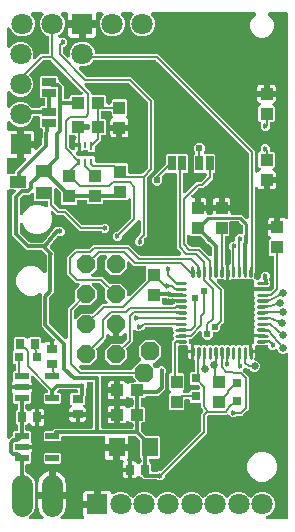
<source format=gbr>
G04 EAGLE Gerber RS-274X export*
G75*
%MOMM*%
%FSLAX34Y34*%
%LPD*%
%INTop Copper*%
%IPPOS*%
%AMOC8*
5,1,8,0,0,1.08239X$1,22.5*%
G01*
%ADD10R,1.000000X1.100000*%
%ADD11R,1.100000X1.000000*%
%ADD12R,0.700000X0.900000*%
%ADD13R,1.400000X1.600000*%
%ADD14R,0.900000X0.700000*%
%ADD15R,0.800000X0.800000*%
%ADD16C,1.800000*%
%ADD17R,1.400000X1.000000*%
%ADD18R,1.800000X1.800000*%
%ADD19C,1.800000*%
%ADD20R,1.200000X0.550000*%
%ADD21C,0.254000*%
%ADD22C,0.255000*%
%ADD23P,1.732040X8X22.500000*%
%ADD24R,1.270000X0.635000*%
%ADD25C,0.635000*%
%ADD26P,1.649562X8X292.500000*%
%ADD27R,0.250000X0.600000*%
%ADD28R,0.250000X0.750000*%
%ADD29R,0.635000X1.270000*%
%ADD30C,0.454000*%
%ADD31C,0.604000*%
%ADD32C,0.203200*%
%ADD33C,0.152400*%
%ADD34C,0.304800*%

G36*
X32101Y2512D02*
X32101Y2512D01*
X32201Y2514D01*
X32273Y2532D01*
X32347Y2541D01*
X32441Y2574D01*
X32539Y2599D01*
X32605Y2633D01*
X32675Y2658D01*
X32759Y2713D01*
X32849Y2759D01*
X32905Y2807D01*
X32968Y2847D01*
X33038Y2919D01*
X33114Y2984D01*
X33158Y3044D01*
X33210Y3098D01*
X33262Y3184D01*
X33321Y3265D01*
X33351Y3333D01*
X33389Y3397D01*
X33420Y3493D01*
X33459Y3585D01*
X33472Y3658D01*
X33495Y3729D01*
X33503Y3829D01*
X33521Y3928D01*
X33517Y4002D01*
X33523Y4076D01*
X33508Y4176D01*
X33503Y4276D01*
X33482Y4347D01*
X33471Y4421D01*
X33434Y4514D01*
X33407Y4611D01*
X33370Y4676D01*
X33343Y4745D01*
X33285Y4827D01*
X33236Y4915D01*
X33171Y4991D01*
X33144Y5031D01*
X33117Y5055D01*
X33078Y5101D01*
X31837Y6342D01*
X30769Y7811D01*
X29945Y9430D01*
X29383Y11157D01*
X29099Y12952D01*
X29099Y19861D01*
X39164Y19861D01*
X39190Y19864D01*
X39216Y19862D01*
X39363Y19884D01*
X39510Y19901D01*
X39535Y19909D01*
X39561Y19913D01*
X39698Y19968D01*
X39838Y20018D01*
X39860Y20032D01*
X39885Y20042D01*
X40006Y20126D01*
X40131Y20207D01*
X40149Y20226D01*
X40171Y20241D01*
X40270Y20351D01*
X40373Y20458D01*
X40387Y20480D01*
X40404Y20500D01*
X40476Y20630D01*
X40552Y20757D01*
X40560Y20782D01*
X40573Y20805D01*
X40613Y20948D01*
X40638Y21024D01*
X40642Y21013D01*
X40646Y20987D01*
X40700Y20849D01*
X40750Y20710D01*
X40765Y20688D01*
X40774Y20663D01*
X40859Y20542D01*
X40939Y20417D01*
X40958Y20399D01*
X40973Y20377D01*
X41083Y20278D01*
X41190Y20175D01*
X41213Y20161D01*
X41232Y20144D01*
X41362Y20072D01*
X41489Y19996D01*
X41514Y19988D01*
X41537Y19975D01*
X41680Y19935D01*
X41821Y19890D01*
X41847Y19887D01*
X41872Y19880D01*
X42116Y19861D01*
X52181Y19861D01*
X52181Y12952D01*
X51897Y11157D01*
X51335Y9430D01*
X50511Y7811D01*
X49443Y6342D01*
X48202Y5101D01*
X48140Y5022D01*
X48070Y4950D01*
X48032Y4886D01*
X47986Y4828D01*
X47943Y4737D01*
X47891Y4651D01*
X47868Y4580D01*
X47837Y4513D01*
X47816Y4415D01*
X47785Y4319D01*
X47779Y4245D01*
X47763Y4172D01*
X47765Y4072D01*
X47757Y3972D01*
X47768Y3898D01*
X47769Y3824D01*
X47794Y3727D01*
X47809Y3627D01*
X47836Y3558D01*
X47854Y3486D01*
X47900Y3397D01*
X47937Y3303D01*
X47980Y3242D01*
X48014Y3176D01*
X48079Y3100D01*
X48136Y3017D01*
X48191Y2967D01*
X48240Y2911D01*
X48321Y2851D01*
X48395Y2784D01*
X48460Y2748D01*
X48520Y2703D01*
X48612Y2664D01*
X48700Y2615D01*
X48772Y2595D01*
X48840Y2565D01*
X48939Y2548D01*
X49035Y2520D01*
X49135Y2512D01*
X49183Y2504D01*
X49219Y2506D01*
X49279Y2501D01*
X66327Y2501D01*
X66402Y2509D01*
X66478Y2508D01*
X66575Y2529D01*
X66673Y2541D01*
X66744Y2566D01*
X66818Y2582D01*
X66908Y2625D01*
X67001Y2658D01*
X67065Y2699D01*
X67133Y2732D01*
X67211Y2793D01*
X67294Y2847D01*
X67347Y2902D01*
X67406Y2949D01*
X67467Y3026D01*
X67536Y3098D01*
X67575Y3163D01*
X67622Y3222D01*
X67664Y3312D01*
X67715Y3397D01*
X67738Y3469D01*
X67770Y3538D01*
X67791Y3634D01*
X67821Y3729D01*
X67827Y3804D01*
X67843Y3878D01*
X67841Y3978D01*
X67849Y4076D01*
X67838Y4151D01*
X67836Y4227D01*
X67812Y4323D01*
X67797Y4421D01*
X67769Y4491D01*
X67751Y4565D01*
X67686Y4701D01*
X67669Y4745D01*
X67658Y4760D01*
X67646Y4786D01*
X67372Y5259D01*
X67199Y5905D01*
X67199Y12241D01*
X77264Y12241D01*
X77290Y12244D01*
X77316Y12242D01*
X77463Y12264D01*
X77610Y12281D01*
X77635Y12289D01*
X77661Y12293D01*
X77798Y12348D01*
X77938Y12398D01*
X77960Y12412D01*
X77985Y12422D01*
X78106Y12506D01*
X78231Y12587D01*
X78249Y12606D01*
X78271Y12621D01*
X78370Y12731D01*
X78473Y12838D01*
X78487Y12860D01*
X78504Y12880D01*
X78576Y13010D01*
X78652Y13137D01*
X78660Y13162D01*
X78673Y13185D01*
X78713Y13328D01*
X78758Y13469D01*
X78760Y13495D01*
X78767Y13520D01*
X78787Y13764D01*
X78787Y15193D01*
X80216Y15193D01*
X80242Y15196D01*
X80268Y15194D01*
X80415Y15216D01*
X80562Y15233D01*
X80587Y15242D01*
X80613Y15246D01*
X80751Y15300D01*
X80890Y15350D01*
X80912Y15365D01*
X80937Y15374D01*
X81058Y15459D01*
X81183Y15539D01*
X81201Y15558D01*
X81223Y15573D01*
X81322Y15683D01*
X81425Y15790D01*
X81439Y15813D01*
X81456Y15832D01*
X81528Y15962D01*
X81604Y16089D01*
X81612Y16114D01*
X81625Y16137D01*
X81665Y16280D01*
X81710Y16421D01*
X81712Y16447D01*
X81720Y16472D01*
X81739Y16716D01*
X81739Y26781D01*
X88075Y26781D01*
X88721Y26608D01*
X89300Y26273D01*
X89773Y25800D01*
X90108Y25221D01*
X90213Y24828D01*
X90240Y24758D01*
X90259Y24684D01*
X90304Y24596D01*
X90341Y24504D01*
X90384Y24442D01*
X90419Y24375D01*
X90483Y24299D01*
X90539Y24218D01*
X90595Y24167D01*
X90644Y24109D01*
X90724Y24050D01*
X90798Y23984D01*
X90864Y23947D01*
X90925Y23902D01*
X91016Y23863D01*
X91102Y23815D01*
X91175Y23794D01*
X91245Y23764D01*
X91342Y23746D01*
X91438Y23719D01*
X91513Y23716D01*
X91588Y23702D01*
X91687Y23707D01*
X91786Y23703D01*
X91860Y23716D01*
X91936Y23720D01*
X92031Y23748D01*
X92128Y23765D01*
X92198Y23796D01*
X92271Y23817D01*
X92357Y23865D01*
X92448Y23905D01*
X92509Y23950D01*
X92575Y23987D01*
X92690Y24085D01*
X92728Y24113D01*
X92740Y24127D01*
X92761Y24145D01*
X92778Y24162D01*
X96646Y25765D01*
X100833Y25765D01*
X104702Y24162D01*
X107663Y21201D01*
X107683Y21185D01*
X107700Y21165D01*
X107796Y21094D01*
X107831Y21063D01*
X107852Y21051D01*
X107936Y20985D01*
X107960Y20973D01*
X107981Y20958D01*
X108117Y20899D01*
X108251Y20836D01*
X108277Y20830D01*
X108301Y20820D01*
X108447Y20794D01*
X108592Y20762D01*
X108618Y20763D01*
X108644Y20758D01*
X108792Y20766D01*
X108940Y20768D01*
X108966Y20775D01*
X108992Y20776D01*
X109134Y20817D01*
X109278Y20853D01*
X109301Y20865D01*
X109327Y20873D01*
X109456Y20945D01*
X109588Y21013D01*
X109608Y21030D01*
X109631Y21043D01*
X109720Y21118D01*
X109732Y21126D01*
X109745Y21140D01*
X109817Y21201D01*
X112778Y24162D01*
X116646Y25765D01*
X120833Y25765D01*
X124702Y24162D01*
X127663Y21201D01*
X127683Y21185D01*
X127700Y21165D01*
X127796Y21094D01*
X127831Y21063D01*
X127852Y21051D01*
X127936Y20985D01*
X127960Y20973D01*
X127981Y20958D01*
X128117Y20899D01*
X128251Y20836D01*
X128277Y20830D01*
X128301Y20820D01*
X128447Y20794D01*
X128592Y20762D01*
X128618Y20763D01*
X128644Y20758D01*
X128792Y20766D01*
X128940Y20768D01*
X128966Y20775D01*
X128992Y20776D01*
X129134Y20817D01*
X129278Y20853D01*
X129301Y20865D01*
X129327Y20873D01*
X129456Y20945D01*
X129588Y21013D01*
X129608Y21030D01*
X129631Y21043D01*
X129719Y21118D01*
X129732Y21126D01*
X129745Y21140D01*
X129817Y21201D01*
X132778Y24162D01*
X136646Y25765D01*
X140833Y25765D01*
X144702Y24162D01*
X147663Y21201D01*
X147683Y21185D01*
X147700Y21165D01*
X147796Y21094D01*
X147831Y21063D01*
X147852Y21051D01*
X147936Y20985D01*
X147960Y20973D01*
X147981Y20958D01*
X148117Y20899D01*
X148251Y20836D01*
X148277Y20830D01*
X148301Y20820D01*
X148447Y20794D01*
X148592Y20762D01*
X148618Y20763D01*
X148644Y20758D01*
X148792Y20766D01*
X148940Y20768D01*
X148966Y20775D01*
X148992Y20776D01*
X149134Y20817D01*
X149278Y20853D01*
X149301Y20865D01*
X149327Y20873D01*
X149456Y20945D01*
X149588Y21013D01*
X149608Y21030D01*
X149631Y21043D01*
X149719Y21118D01*
X149732Y21126D01*
X149745Y21140D01*
X149817Y21201D01*
X152778Y24162D01*
X156646Y25765D01*
X160833Y25765D01*
X164702Y24162D01*
X167663Y21201D01*
X167683Y21185D01*
X167700Y21165D01*
X167796Y21094D01*
X167831Y21063D01*
X167852Y21051D01*
X167936Y20985D01*
X167960Y20973D01*
X167981Y20958D01*
X168117Y20899D01*
X168251Y20836D01*
X168277Y20830D01*
X168301Y20820D01*
X168447Y20794D01*
X168592Y20762D01*
X168618Y20763D01*
X168644Y20758D01*
X168792Y20766D01*
X168940Y20768D01*
X168966Y20775D01*
X168992Y20776D01*
X169134Y20817D01*
X169278Y20853D01*
X169301Y20865D01*
X169327Y20873D01*
X169456Y20945D01*
X169588Y21013D01*
X169608Y21030D01*
X169631Y21043D01*
X169719Y21118D01*
X169732Y21126D01*
X169745Y21140D01*
X169817Y21201D01*
X172778Y24162D01*
X176646Y25765D01*
X180833Y25765D01*
X184702Y24162D01*
X187663Y21201D01*
X187683Y21185D01*
X187700Y21165D01*
X187796Y21094D01*
X187831Y21063D01*
X187852Y21051D01*
X187936Y20985D01*
X187960Y20973D01*
X187981Y20958D01*
X188117Y20899D01*
X188251Y20836D01*
X188277Y20830D01*
X188301Y20820D01*
X188447Y20794D01*
X188592Y20762D01*
X188618Y20763D01*
X188644Y20758D01*
X188792Y20766D01*
X188940Y20768D01*
X188966Y20775D01*
X188992Y20776D01*
X189134Y20817D01*
X189278Y20853D01*
X189301Y20865D01*
X189327Y20873D01*
X189456Y20945D01*
X189588Y21013D01*
X189608Y21030D01*
X189631Y21043D01*
X189719Y21118D01*
X189732Y21126D01*
X189745Y21140D01*
X189817Y21201D01*
X192778Y24162D01*
X196646Y25765D01*
X200833Y25765D01*
X204702Y24162D01*
X207663Y21201D01*
X207683Y21185D01*
X207700Y21165D01*
X207796Y21094D01*
X207831Y21063D01*
X207852Y21051D01*
X207936Y20985D01*
X207960Y20973D01*
X207981Y20958D01*
X208117Y20899D01*
X208251Y20836D01*
X208277Y20830D01*
X208301Y20820D01*
X208447Y20794D01*
X208592Y20762D01*
X208618Y20763D01*
X208644Y20758D01*
X208792Y20766D01*
X208940Y20768D01*
X208966Y20775D01*
X208992Y20776D01*
X209134Y20817D01*
X209278Y20853D01*
X209301Y20865D01*
X209327Y20873D01*
X209456Y20945D01*
X209588Y21013D01*
X209608Y21030D01*
X209631Y21043D01*
X209719Y21118D01*
X209732Y21126D01*
X209745Y21140D01*
X209817Y21201D01*
X212778Y24162D01*
X216646Y25765D01*
X220833Y25765D01*
X224702Y24162D01*
X227662Y21202D01*
X229265Y17333D01*
X229265Y13146D01*
X227662Y9278D01*
X224702Y6318D01*
X222562Y5431D01*
X222518Y5407D01*
X222471Y5390D01*
X222366Y5322D01*
X222257Y5262D01*
X222220Y5228D01*
X222178Y5201D01*
X222091Y5111D01*
X221999Y5028D01*
X221971Y4987D01*
X221936Y4950D01*
X221872Y4843D01*
X221801Y4741D01*
X221783Y4694D01*
X221757Y4651D01*
X221719Y4533D01*
X221673Y4417D01*
X221666Y4367D01*
X221651Y4319D01*
X221641Y4195D01*
X221623Y4072D01*
X221627Y4022D01*
X221623Y3972D01*
X221641Y3849D01*
X221651Y3725D01*
X221667Y3677D01*
X221674Y3627D01*
X221720Y3511D01*
X221759Y3393D01*
X221784Y3350D01*
X221803Y3303D01*
X221874Y3201D01*
X221938Y3095D01*
X221973Y3058D01*
X222002Y3017D01*
X222094Y2934D01*
X222181Y2845D01*
X222223Y2817D01*
X222261Y2784D01*
X222370Y2724D01*
X222474Y2656D01*
X222522Y2639D01*
X222566Y2615D01*
X222686Y2581D01*
X222803Y2540D01*
X222853Y2534D01*
X222901Y2520D01*
X223145Y2501D01*
X239056Y2501D01*
X239082Y2504D01*
X239108Y2502D01*
X239255Y2524D01*
X239402Y2541D01*
X239427Y2549D01*
X239453Y2553D01*
X239591Y2608D01*
X239730Y2658D01*
X239752Y2672D01*
X239777Y2682D01*
X239898Y2767D01*
X240023Y2847D01*
X240041Y2866D01*
X240063Y2881D01*
X240162Y2991D01*
X240265Y3098D01*
X240279Y3120D01*
X240296Y3140D01*
X240368Y3270D01*
X240444Y3397D01*
X240452Y3422D01*
X240465Y3445D01*
X240505Y3588D01*
X240550Y3729D01*
X240552Y3755D01*
X240560Y3780D01*
X240579Y4024D01*
X240579Y141759D01*
X240562Y141908D01*
X240550Y142058D01*
X240542Y142081D01*
X240539Y142105D01*
X240489Y142247D01*
X240443Y142390D01*
X240430Y142411D01*
X240422Y142433D01*
X240340Y142560D01*
X240263Y142688D01*
X240246Y142706D01*
X240233Y142726D01*
X240124Y142831D01*
X240020Y142938D01*
X240000Y142951D01*
X239982Y142968D01*
X239853Y143046D01*
X239727Y143127D01*
X239704Y143135D01*
X239683Y143147D01*
X239540Y143193D01*
X239398Y143243D01*
X239374Y143246D01*
X239351Y143253D01*
X239202Y143265D01*
X239052Y143282D01*
X239028Y143279D01*
X239004Y143281D01*
X238855Y143259D01*
X238706Y143241D01*
X238678Y143233D01*
X238659Y143230D01*
X238615Y143212D01*
X238473Y143166D01*
X237155Y142620D01*
X235285Y142620D01*
X233558Y143336D01*
X232236Y144658D01*
X231719Y145904D01*
X231646Y146036D01*
X231578Y146169D01*
X231562Y146188D01*
X231550Y146209D01*
X231449Y146320D01*
X231352Y146435D01*
X231332Y146449D01*
X231316Y146467D01*
X231192Y146553D01*
X231071Y146642D01*
X231049Y146651D01*
X231029Y146665D01*
X230890Y146720D01*
X230751Y146780D01*
X230728Y146784D01*
X230705Y146793D01*
X230557Y146815D01*
X230408Y146842D01*
X230384Y146840D01*
X230360Y146844D01*
X230210Y146831D01*
X230060Y146824D01*
X230037Y146817D01*
X230013Y146815D01*
X229870Y146769D01*
X229725Y146727D01*
X229704Y146715D01*
X229681Y146708D01*
X229552Y146630D01*
X229421Y146557D01*
X229399Y146538D01*
X229383Y146528D01*
X229349Y146495D01*
X229235Y146398D01*
X228902Y146065D01*
X225758Y146065D01*
X223535Y148288D01*
X223535Y148602D01*
X223532Y148628D01*
X223534Y148654D01*
X223512Y148801D01*
X223495Y148948D01*
X223487Y148973D01*
X223483Y148999D01*
X223428Y149137D01*
X223378Y149276D01*
X223364Y149298D01*
X223354Y149323D01*
X223269Y149444D01*
X223189Y149569D01*
X223170Y149587D01*
X223155Y149609D01*
X223045Y149708D01*
X222938Y149811D01*
X222916Y149825D01*
X222896Y149842D01*
X222766Y149914D01*
X222639Y149990D01*
X222614Y149998D01*
X222591Y150011D01*
X222448Y150051D01*
X222307Y150096D01*
X222281Y150098D01*
X222256Y150106D01*
X222012Y150125D01*
X214166Y150125D01*
X214115Y150119D01*
X214064Y150122D01*
X213943Y150100D01*
X213820Y150085D01*
X213772Y150068D01*
X213721Y150059D01*
X213608Y150010D01*
X213492Y149968D01*
X213449Y149940D01*
X213402Y149920D01*
X213303Y149846D01*
X213199Y149779D01*
X213163Y149742D01*
X213122Y149712D01*
X213043Y149617D01*
X212957Y149528D01*
X212930Y149484D01*
X212897Y149445D01*
X212841Y149335D01*
X212778Y149229D01*
X212762Y149181D01*
X212739Y149135D01*
X212709Y149015D01*
X212672Y148897D01*
X212667Y148846D01*
X212655Y148797D01*
X212653Y148673D01*
X212644Y148550D01*
X212651Y148499D01*
X212650Y148448D01*
X212695Y148208D01*
X212841Y147662D01*
X212841Y145958D01*
X210323Y145958D01*
X210323Y150792D01*
X210417Y150778D01*
X210468Y150783D01*
X210519Y150779D01*
X210642Y150797D01*
X210765Y150807D01*
X210813Y150823D01*
X210864Y150830D01*
X210979Y150876D01*
X211097Y150914D01*
X211140Y150940D01*
X211188Y150959D01*
X211289Y151030D01*
X211395Y151093D01*
X211432Y151129D01*
X211474Y151158D01*
X211557Y151250D01*
X211646Y151336D01*
X211673Y151379D01*
X211707Y151417D01*
X211767Y151525D01*
X211834Y151629D01*
X211851Y151677D01*
X211876Y151722D01*
X211909Y151841D01*
X211951Y151957D01*
X211957Y152008D01*
X211971Y152057D01*
X211990Y152301D01*
X211990Y154665D01*
X211979Y154766D01*
X211977Y154867D01*
X211959Y154938D01*
X211950Y155011D01*
X211916Y155107D01*
X211891Y155205D01*
X211849Y155294D01*
X211833Y155339D01*
X211813Y155370D01*
X211786Y155426D01*
X211234Y156382D01*
X211188Y156557D01*
X217515Y156557D01*
X217541Y156560D01*
X217567Y156557D01*
X217714Y156579D01*
X217861Y156596D01*
X217885Y156605D01*
X217911Y156609D01*
X218049Y156664D01*
X218189Y156714D01*
X218211Y156728D01*
X218235Y156738D01*
X218357Y156822D01*
X218482Y156903D01*
X218500Y156922D01*
X218522Y156937D01*
X218621Y157047D01*
X218724Y157154D01*
X218737Y157176D01*
X218755Y157196D01*
X218827Y157325D01*
X218903Y157453D01*
X218911Y157478D01*
X218923Y157501D01*
X218964Y157643D01*
X219009Y157785D01*
X219011Y157811D01*
X219018Y157836D01*
X219038Y158080D01*
X219035Y158106D01*
X219037Y158132D01*
X219015Y158279D01*
X218998Y158426D01*
X218989Y158451D01*
X218985Y158477D01*
X218931Y158615D01*
X218881Y158754D01*
X218866Y158777D01*
X218857Y158801D01*
X218772Y158922D01*
X218691Y159047D01*
X218673Y159066D01*
X218658Y159087D01*
X218548Y159186D01*
X218441Y159289D01*
X218418Y159303D01*
X218399Y159320D01*
X218269Y159392D01*
X218142Y159468D01*
X218117Y159476D01*
X218094Y159489D01*
X217951Y159529D01*
X217810Y159574D01*
X217784Y159577D01*
X217758Y159584D01*
X217515Y159603D01*
X211188Y159603D01*
X211234Y159778D01*
X211786Y160734D01*
X211827Y160827D01*
X211876Y160916D01*
X211896Y160987D01*
X211925Y161053D01*
X211943Y161153D01*
X211971Y161252D01*
X211978Y161349D01*
X211987Y161396D01*
X211985Y161433D01*
X211990Y161495D01*
X211990Y164395D01*
X211993Y164398D01*
X212010Y164418D01*
X212030Y164435D01*
X212118Y164555D01*
X212210Y164671D01*
X212221Y164694D01*
X212237Y164716D01*
X212296Y164852D01*
X212359Y164986D01*
X212365Y165012D01*
X212375Y165036D01*
X212401Y165182D01*
X212432Y165327D01*
X212432Y165353D01*
X212437Y165379D01*
X212429Y165527D01*
X212426Y165675D01*
X212420Y165701D01*
X212419Y165727D01*
X212378Y165869D01*
X212341Y166013D01*
X212329Y166036D01*
X212322Y166062D01*
X212258Y166177D01*
X212245Y166209D01*
X212228Y166234D01*
X212182Y166323D01*
X212165Y166343D01*
X212152Y166366D01*
X212064Y166469D01*
X212046Y166495D01*
X212028Y166511D01*
X211993Y166552D01*
X211990Y166555D01*
X211990Y169325D01*
X211993Y169328D01*
X212010Y169348D01*
X212030Y169365D01*
X212118Y169485D01*
X212210Y169601D01*
X212221Y169624D01*
X212237Y169646D01*
X212296Y169782D01*
X212359Y169916D01*
X212365Y169942D01*
X212375Y169966D01*
X212401Y170112D01*
X212432Y170257D01*
X212432Y170283D01*
X212437Y170309D01*
X212429Y170457D01*
X212426Y170605D01*
X212420Y170631D01*
X212419Y170657D01*
X212378Y170799D01*
X212341Y170943D01*
X212329Y170966D01*
X212322Y170992D01*
X212250Y171121D01*
X212182Y171253D01*
X212165Y171273D01*
X212152Y171296D01*
X211993Y171482D01*
X211990Y171485D01*
X211990Y174255D01*
X211993Y174258D01*
X212010Y174278D01*
X212030Y174295D01*
X212118Y174415D01*
X212210Y174531D01*
X212221Y174554D01*
X212237Y174576D01*
X212296Y174712D01*
X212359Y174846D01*
X212365Y174872D01*
X212375Y174896D01*
X212401Y175042D01*
X212432Y175187D01*
X212432Y175213D01*
X212437Y175239D01*
X212429Y175387D01*
X212426Y175535D01*
X212420Y175561D01*
X212419Y175587D01*
X212378Y175729D01*
X212341Y175873D01*
X212329Y175896D01*
X212322Y175922D01*
X212250Y176051D01*
X212182Y176183D01*
X212165Y176203D01*
X212152Y176226D01*
X211993Y176412D01*
X211990Y176415D01*
X211990Y179185D01*
X211993Y179188D01*
X212010Y179208D01*
X212030Y179225D01*
X212118Y179345D01*
X212210Y179461D01*
X212221Y179484D01*
X212237Y179506D01*
X212296Y179642D01*
X212359Y179776D01*
X212365Y179802D01*
X212375Y179826D01*
X212401Y179972D01*
X212432Y180117D01*
X212432Y180143D01*
X212437Y180169D01*
X212429Y180317D01*
X212426Y180465D01*
X212420Y180491D01*
X212419Y180517D01*
X212378Y180659D01*
X212341Y180803D01*
X212329Y180826D01*
X212322Y180852D01*
X212250Y180981D01*
X212182Y181113D01*
X212165Y181133D01*
X212152Y181156D01*
X211993Y181342D01*
X211990Y181345D01*
X211990Y184115D01*
X211993Y184118D01*
X212010Y184138D01*
X212030Y184155D01*
X212118Y184275D01*
X212210Y184391D01*
X212221Y184414D01*
X212237Y184436D01*
X212296Y184572D01*
X212359Y184706D01*
X212365Y184732D01*
X212375Y184756D01*
X212401Y184902D01*
X212432Y185047D01*
X212432Y185073D01*
X212437Y185099D01*
X212429Y185247D01*
X212426Y185395D01*
X212420Y185421D01*
X212419Y185447D01*
X212378Y185589D01*
X212341Y185733D01*
X212329Y185756D01*
X212322Y185782D01*
X212250Y185911D01*
X212182Y186043D01*
X212165Y186063D01*
X212152Y186086D01*
X211993Y186272D01*
X211990Y186275D01*
X211990Y189045D01*
X211993Y189048D01*
X212010Y189068D01*
X212030Y189085D01*
X212118Y189205D01*
X212210Y189321D01*
X212221Y189344D01*
X212237Y189366D01*
X212295Y189501D01*
X212359Y189636D01*
X212365Y189662D01*
X212375Y189686D01*
X212401Y189832D01*
X212432Y189977D01*
X212432Y190003D01*
X212437Y190029D01*
X212429Y190177D01*
X212426Y190325D01*
X212420Y190351D01*
X212419Y190377D01*
X212378Y190519D01*
X212341Y190663D01*
X212329Y190686D01*
X212322Y190712D01*
X212250Y190841D01*
X212182Y190973D01*
X212165Y190993D01*
X212152Y191016D01*
X211993Y191202D01*
X211990Y191205D01*
X211990Y194105D01*
X211979Y194206D01*
X211977Y194307D01*
X211959Y194378D01*
X211950Y194451D01*
X211916Y194547D01*
X211891Y194645D01*
X211849Y194734D01*
X211833Y194779D01*
X211813Y194810D01*
X211786Y194866D01*
X211234Y195822D01*
X211188Y195997D01*
X217515Y195997D01*
X225360Y195997D01*
X225384Y195995D01*
X225483Y195977D01*
X225557Y195981D01*
X225631Y195975D01*
X225730Y195990D01*
X225831Y195995D01*
X225902Y196015D01*
X225976Y196026D01*
X226069Y196063D01*
X226166Y196091D01*
X226231Y196128D01*
X226300Y196155D01*
X226382Y196212D01*
X226470Y196261D01*
X226546Y196327D01*
X226586Y196354D01*
X226610Y196380D01*
X226656Y196420D01*
X228407Y198171D01*
X228486Y198270D01*
X228570Y198364D01*
X228594Y198406D01*
X228624Y198444D01*
X228678Y198558D01*
X228739Y198669D01*
X228752Y198716D01*
X228773Y198759D01*
X228799Y198882D01*
X228834Y199004D01*
X228839Y199065D01*
X228846Y199100D01*
X228845Y199148D01*
X228853Y199248D01*
X228853Y224252D01*
X228850Y224278D01*
X228852Y224304D01*
X228830Y224451D01*
X228813Y224598D01*
X228805Y224623D01*
X228801Y224649D01*
X228746Y224787D01*
X228696Y224926D01*
X228682Y224948D01*
X228672Y224973D01*
X228587Y225094D01*
X228507Y225219D01*
X228488Y225237D01*
X228473Y225259D01*
X228363Y225358D01*
X228256Y225461D01*
X228234Y225475D01*
X228214Y225492D01*
X228084Y225564D01*
X227957Y225640D01*
X227932Y225648D01*
X227909Y225661D01*
X227766Y225701D01*
X227625Y225746D01*
X227599Y225748D01*
X227574Y225756D01*
X227330Y225775D01*
X225508Y225775D01*
X224615Y226668D01*
X224615Y238932D01*
X225313Y239629D01*
X225345Y239670D01*
X225383Y239704D01*
X225453Y239805D01*
X225530Y239902D01*
X225552Y239949D01*
X225581Y239991D01*
X225626Y240106D01*
X225679Y240218D01*
X225689Y240267D01*
X225708Y240315D01*
X225726Y240437D01*
X225752Y240558D01*
X225751Y240609D01*
X225759Y240660D01*
X225748Y240783D01*
X225746Y240907D01*
X225734Y240956D01*
X225729Y241007D01*
X225691Y241125D01*
X225661Y241245D01*
X225638Y241290D01*
X225622Y241339D01*
X225558Y241445D01*
X225501Y241554D01*
X225468Y241593D01*
X225442Y241637D01*
X225356Y241726D01*
X225276Y241820D01*
X225235Y241850D01*
X225199Y241887D01*
X224998Y242026D01*
X224580Y242267D01*
X224107Y242740D01*
X223772Y243319D01*
X223599Y243965D01*
X223599Y247301D01*
X230164Y247301D01*
X230190Y247304D01*
X230216Y247302D01*
X230363Y247324D01*
X230510Y247341D01*
X230535Y247349D01*
X230561Y247353D01*
X230698Y247408D01*
X230838Y247458D01*
X230860Y247472D01*
X230885Y247482D01*
X231006Y247567D01*
X231131Y247647D01*
X231149Y247666D01*
X231171Y247681D01*
X231270Y247791D01*
X231373Y247898D01*
X231387Y247920D01*
X231404Y247940D01*
X231476Y248070D01*
X231552Y248197D01*
X231560Y248222D01*
X231573Y248245D01*
X231613Y248388D01*
X231658Y248529D01*
X231660Y248555D01*
X231667Y248580D01*
X231687Y248824D01*
X231687Y249253D01*
X232116Y249253D01*
X232142Y249256D01*
X232168Y249254D01*
X232315Y249276D01*
X232462Y249293D01*
X232487Y249302D01*
X232513Y249306D01*
X232651Y249360D01*
X232790Y249410D01*
X232812Y249425D01*
X232837Y249434D01*
X232958Y249519D01*
X233083Y249599D01*
X233101Y249618D01*
X233123Y249633D01*
X233222Y249743D01*
X233325Y249850D01*
X233339Y249873D01*
X233356Y249892D01*
X233428Y250022D01*
X233504Y250149D01*
X233512Y250174D01*
X233525Y250197D01*
X233565Y250340D01*
X233610Y250481D01*
X233612Y250507D01*
X233620Y250532D01*
X233639Y250776D01*
X233639Y257841D01*
X236475Y257841D01*
X237121Y257668D01*
X237700Y257333D01*
X237979Y257054D01*
X238057Y256992D01*
X238130Y256922D01*
X238194Y256884D01*
X238252Y256838D01*
X238343Y256795D01*
X238429Y256743D01*
X238500Y256720D01*
X238567Y256689D01*
X238665Y256668D01*
X238761Y256637D01*
X238835Y256631D01*
X238908Y256615D01*
X239008Y256617D01*
X239108Y256609D01*
X239182Y256620D01*
X239256Y256621D01*
X239354Y256646D01*
X239453Y256661D01*
X239522Y256688D01*
X239594Y256706D01*
X239683Y256752D01*
X239777Y256789D01*
X239838Y256832D01*
X239904Y256866D01*
X239980Y256931D01*
X240063Y256988D01*
X240113Y257043D01*
X240169Y257092D01*
X240229Y257173D01*
X240296Y257247D01*
X240332Y257312D01*
X240377Y257372D01*
X240416Y257464D01*
X240465Y257552D01*
X240485Y257624D01*
X240515Y257692D01*
X240532Y257791D01*
X240560Y257888D01*
X240568Y257988D01*
X240576Y258035D01*
X240574Y258071D01*
X240579Y258131D01*
X240579Y430216D01*
X240576Y430242D01*
X240578Y430268D01*
X240556Y430415D01*
X240539Y430562D01*
X240531Y430587D01*
X240527Y430613D01*
X240472Y430751D01*
X240422Y430890D01*
X240408Y430912D01*
X240398Y430937D01*
X240313Y431058D01*
X240233Y431183D01*
X240214Y431201D01*
X240199Y431223D01*
X240089Y431322D01*
X239982Y431425D01*
X239960Y431439D01*
X239940Y431456D01*
X239810Y431528D01*
X239683Y431604D01*
X239658Y431612D01*
X239635Y431625D01*
X239492Y431665D01*
X239351Y431710D01*
X239325Y431712D01*
X239300Y431720D01*
X239056Y431739D01*
X224783Y431739D01*
X224733Y431733D01*
X224683Y431736D01*
X224560Y431714D01*
X224437Y431699D01*
X224389Y431682D01*
X224340Y431673D01*
X224226Y431624D01*
X224109Y431582D01*
X224066Y431555D01*
X224020Y431534D01*
X223920Y431460D01*
X223816Y431393D01*
X223781Y431357D01*
X223740Y431326D01*
X223660Y431232D01*
X223574Y431142D01*
X223548Y431099D01*
X223515Y431060D01*
X223459Y430950D01*
X223395Y430843D01*
X223380Y430795D01*
X223357Y430750D01*
X223327Y430630D01*
X223289Y430511D01*
X223285Y430461D01*
X223273Y430412D01*
X223271Y430288D01*
X223261Y430164D01*
X223268Y430114D01*
X223268Y430063D01*
X223294Y429942D01*
X223313Y429819D01*
X223331Y429772D01*
X223342Y429723D01*
X223395Y429611D01*
X223441Y429495D01*
X223470Y429454D01*
X223492Y429408D01*
X223569Y429311D01*
X223640Y429209D01*
X223678Y429175D01*
X223709Y429136D01*
X223807Y429059D01*
X223899Y428976D01*
X223943Y428951D01*
X223983Y428920D01*
X224086Y428867D01*
X226918Y426035D01*
X228441Y422359D01*
X228441Y418381D01*
X226918Y414705D01*
X224105Y411892D01*
X220429Y410369D01*
X216451Y410369D01*
X212775Y411892D01*
X209962Y414705D01*
X208439Y418381D01*
X208439Y422359D01*
X209962Y426035D01*
X212788Y428861D01*
X212876Y428918D01*
X212984Y428978D01*
X213021Y429012D01*
X213064Y429039D01*
X213150Y429129D01*
X213242Y429212D01*
X213271Y429253D01*
X213306Y429290D01*
X213370Y429397D01*
X213441Y429499D01*
X213459Y429546D01*
X213485Y429589D01*
X213523Y429707D01*
X213568Y429823D01*
X213576Y429873D01*
X213591Y429921D01*
X213601Y430045D01*
X213619Y430168D01*
X213615Y430218D01*
X213619Y430268D01*
X213601Y430391D01*
X213590Y430515D01*
X213575Y430563D01*
X213567Y430613D01*
X213521Y430729D01*
X213483Y430847D01*
X213457Y430890D01*
X213439Y430937D01*
X213368Y431039D01*
X213304Y431145D01*
X213269Y431182D01*
X213240Y431223D01*
X213148Y431306D01*
X213061Y431395D01*
X213019Y431423D01*
X212981Y431456D01*
X212872Y431517D01*
X212768Y431584D01*
X212720Y431600D01*
X212676Y431625D01*
X212556Y431659D01*
X212439Y431700D01*
X212389Y431706D01*
X212341Y431720D01*
X212097Y431739D01*
X125562Y431739D01*
X125463Y431728D01*
X125362Y431726D01*
X125290Y431708D01*
X125216Y431699D01*
X125122Y431666D01*
X125024Y431641D01*
X124958Y431607D01*
X124888Y431582D01*
X124804Y431527D01*
X124714Y431481D01*
X124658Y431433D01*
X124595Y431393D01*
X124525Y431321D01*
X124449Y431256D01*
X124405Y431196D01*
X124353Y431142D01*
X124302Y431056D01*
X124242Y430975D01*
X124212Y430907D01*
X124174Y430843D01*
X124144Y430747D01*
X124104Y430655D01*
X124091Y430582D01*
X124068Y430511D01*
X124060Y430411D01*
X124042Y430312D01*
X124046Y430238D01*
X124040Y430164D01*
X124055Y430064D01*
X124060Y429964D01*
X124081Y429893D01*
X124092Y429819D01*
X124129Y429726D01*
X124157Y429629D01*
X124193Y429564D01*
X124220Y429495D01*
X124278Y429413D01*
X124327Y429325D01*
X124392Y429249D01*
X124419Y429209D01*
X124446Y429185D01*
X124485Y429139D01*
X125762Y427862D01*
X127365Y423993D01*
X127365Y419807D01*
X125762Y415938D01*
X122802Y412978D01*
X118933Y411375D01*
X114747Y411375D01*
X110878Y412978D01*
X107918Y415938D01*
X106315Y419807D01*
X106315Y423993D01*
X107918Y427862D01*
X109195Y429139D01*
X109257Y429218D01*
X109327Y429290D01*
X109365Y429354D01*
X109411Y429412D01*
X109454Y429503D01*
X109506Y429589D01*
X109528Y429660D01*
X109560Y429727D01*
X109581Y429825D01*
X109612Y429921D01*
X109618Y429995D01*
X109634Y430068D01*
X109632Y430168D01*
X109640Y430268D01*
X109629Y430342D01*
X109628Y430416D01*
X109603Y430513D01*
X109588Y430613D01*
X109561Y430682D01*
X109543Y430754D01*
X109497Y430843D01*
X109460Y430937D01*
X109417Y430998D01*
X109383Y431064D01*
X109318Y431140D01*
X109261Y431223D01*
X109205Y431273D01*
X109157Y431329D01*
X109076Y431389D01*
X109002Y431456D01*
X108937Y431492D01*
X108877Y431537D01*
X108785Y431576D01*
X108697Y431625D01*
X108625Y431645D01*
X108557Y431675D01*
X108458Y431692D01*
X108361Y431720D01*
X108261Y431728D01*
X108214Y431736D01*
X108178Y431734D01*
X108118Y431739D01*
X100162Y431739D01*
X100063Y431728D01*
X99962Y431726D01*
X99890Y431708D01*
X99816Y431699D01*
X99722Y431666D01*
X99624Y431641D01*
X99558Y431607D01*
X99488Y431582D01*
X99404Y431527D01*
X99314Y431481D01*
X99258Y431433D01*
X99195Y431393D01*
X99125Y431321D01*
X99049Y431256D01*
X99005Y431196D01*
X98953Y431142D01*
X98902Y431056D01*
X98842Y430975D01*
X98812Y430907D01*
X98774Y430843D01*
X98744Y430747D01*
X98704Y430655D01*
X98691Y430582D01*
X98668Y430511D01*
X98660Y430411D01*
X98642Y430312D01*
X98646Y430238D01*
X98640Y430164D01*
X98655Y430064D01*
X98660Y429964D01*
X98681Y429893D01*
X98692Y429819D01*
X98729Y429726D01*
X98757Y429629D01*
X98793Y429564D01*
X98820Y429495D01*
X98878Y429413D01*
X98927Y429325D01*
X98992Y429249D01*
X99019Y429209D01*
X99046Y429185D01*
X99085Y429139D01*
X100362Y427862D01*
X101965Y423993D01*
X101965Y419807D01*
X100362Y415938D01*
X97402Y412978D01*
X93533Y411375D01*
X89347Y411375D01*
X85478Y412978D01*
X82518Y415938D01*
X80915Y419807D01*
X80915Y423993D01*
X82518Y427862D01*
X83795Y429139D01*
X83857Y429218D01*
X83927Y429290D01*
X83965Y429354D01*
X84011Y429412D01*
X84054Y429503D01*
X84106Y429589D01*
X84128Y429660D01*
X84160Y429727D01*
X84181Y429825D01*
X84212Y429921D01*
X84218Y429995D01*
X84234Y430068D01*
X84232Y430168D01*
X84240Y430268D01*
X84229Y430342D01*
X84228Y430416D01*
X84203Y430513D01*
X84188Y430613D01*
X84161Y430682D01*
X84143Y430754D01*
X84097Y430843D01*
X84060Y430937D01*
X84017Y430998D01*
X83983Y431064D01*
X83918Y431140D01*
X83861Y431223D01*
X83805Y431273D01*
X83757Y431329D01*
X83676Y431389D01*
X83602Y431456D01*
X83537Y431492D01*
X83477Y431537D01*
X83385Y431576D01*
X83297Y431625D01*
X83225Y431645D01*
X83157Y431675D01*
X83058Y431692D01*
X82961Y431720D01*
X82861Y431728D01*
X82814Y431736D01*
X82778Y431734D01*
X82718Y431739D01*
X79104Y431739D01*
X79078Y431736D01*
X79052Y431738D01*
X78905Y431716D01*
X78758Y431699D01*
X78733Y431691D01*
X78707Y431687D01*
X78569Y431632D01*
X78430Y431582D01*
X78408Y431568D01*
X78383Y431558D01*
X78262Y431473D01*
X78137Y431393D01*
X78119Y431374D01*
X78097Y431359D01*
X77998Y431249D01*
X77895Y431142D01*
X77881Y431120D01*
X77864Y431100D01*
X77792Y430970D01*
X77716Y430843D01*
X77708Y430818D01*
X77695Y430795D01*
X77655Y430652D01*
X77610Y430511D01*
X77608Y430485D01*
X77600Y430460D01*
X77581Y430216D01*
X77581Y424899D01*
X67516Y424899D01*
X67490Y424896D01*
X67464Y424898D01*
X67317Y424876D01*
X67170Y424859D01*
X67145Y424851D01*
X67119Y424847D01*
X66982Y424792D01*
X66842Y424742D01*
X66820Y424728D01*
X66795Y424718D01*
X66674Y424633D01*
X66549Y424553D01*
X66531Y424534D01*
X66509Y424519D01*
X66410Y424409D01*
X66307Y424302D01*
X66293Y424280D01*
X66276Y424260D01*
X66204Y424130D01*
X66128Y424003D01*
X66120Y423978D01*
X66107Y423955D01*
X66067Y423812D01*
X66042Y423736D01*
X66038Y423747D01*
X66034Y423773D01*
X65980Y423911D01*
X65930Y424050D01*
X65915Y424072D01*
X65906Y424097D01*
X65821Y424218D01*
X65741Y424343D01*
X65722Y424361D01*
X65707Y424383D01*
X65597Y424482D01*
X65490Y424585D01*
X65467Y424599D01*
X65448Y424616D01*
X65318Y424688D01*
X65191Y424764D01*
X65166Y424772D01*
X65143Y424785D01*
X65000Y424825D01*
X64859Y424870D01*
X64833Y424872D01*
X64808Y424880D01*
X64564Y424899D01*
X54499Y424899D01*
X54499Y430216D01*
X54496Y430242D01*
X54498Y430268D01*
X54476Y430415D01*
X54459Y430562D01*
X54451Y430587D01*
X54447Y430613D01*
X54392Y430751D01*
X54342Y430890D01*
X54328Y430912D01*
X54318Y430937D01*
X54233Y431058D01*
X54153Y431183D01*
X54134Y431201D01*
X54119Y431223D01*
X54009Y431322D01*
X53902Y431425D01*
X53880Y431439D01*
X53860Y431456D01*
X53730Y431528D01*
X53603Y431604D01*
X53578Y431612D01*
X53555Y431625D01*
X53412Y431665D01*
X53271Y431710D01*
X53245Y431712D01*
X53220Y431720D01*
X52976Y431739D01*
X49362Y431739D01*
X49263Y431728D01*
X49162Y431726D01*
X49090Y431708D01*
X49016Y431699D01*
X48922Y431666D01*
X48824Y431641D01*
X48758Y431607D01*
X48688Y431582D01*
X48604Y431527D01*
X48514Y431481D01*
X48458Y431433D01*
X48395Y431393D01*
X48325Y431321D01*
X48249Y431256D01*
X48205Y431196D01*
X48153Y431142D01*
X48102Y431056D01*
X48042Y430975D01*
X48012Y430907D01*
X47974Y430843D01*
X47944Y430747D01*
X47904Y430655D01*
X47891Y430582D01*
X47868Y430511D01*
X47860Y430411D01*
X47842Y430312D01*
X47846Y430238D01*
X47840Y430164D01*
X47855Y430064D01*
X47860Y429964D01*
X47881Y429893D01*
X47892Y429819D01*
X47929Y429726D01*
X47957Y429629D01*
X47993Y429564D01*
X48020Y429495D01*
X48078Y429413D01*
X48127Y429325D01*
X48192Y429249D01*
X48219Y429209D01*
X48246Y429185D01*
X48285Y429139D01*
X49562Y427862D01*
X51165Y423993D01*
X51165Y419807D01*
X49562Y415938D01*
X46419Y412795D01*
X46357Y412717D01*
X46287Y412644D01*
X46249Y412580D01*
X46203Y412522D01*
X46160Y412431D01*
X46108Y412345D01*
X46086Y412274D01*
X46054Y412207D01*
X46033Y412109D01*
X46002Y412013D01*
X45996Y411939D01*
X45980Y411866D01*
X45982Y411766D01*
X45974Y411666D01*
X45985Y411592D01*
X45986Y411518D01*
X46011Y411421D01*
X46026Y411321D01*
X46053Y411252D01*
X46071Y411180D01*
X46117Y411091D01*
X46154Y410997D01*
X46197Y410936D01*
X46231Y410870D01*
X46296Y410794D01*
X46353Y410711D01*
X46409Y410661D01*
X46457Y410605D01*
X46538Y410545D01*
X46612Y410478D01*
X46677Y410442D01*
X46737Y410397D01*
X46829Y410358D01*
X46917Y410309D01*
X46989Y410289D01*
X47057Y410259D01*
X47156Y410242D01*
X47253Y410214D01*
X47353Y410206D01*
X47400Y410198D01*
X47436Y410200D01*
X47496Y410195D01*
X51102Y410195D01*
X53325Y407972D01*
X53325Y404828D01*
X51102Y402605D01*
X51054Y402605D01*
X51028Y402602D01*
X51002Y402604D01*
X50855Y402582D01*
X50708Y402565D01*
X50683Y402557D01*
X50657Y402553D01*
X50519Y402498D01*
X50380Y402448D01*
X50358Y402434D01*
X50333Y402424D01*
X50212Y402339D01*
X50087Y402259D01*
X50069Y402240D01*
X50047Y402225D01*
X49948Y402115D01*
X49845Y402008D01*
X49831Y401986D01*
X49814Y401966D01*
X49742Y401836D01*
X49666Y401709D01*
X49658Y401684D01*
X49645Y401661D01*
X49605Y401518D01*
X49560Y401377D01*
X49558Y401351D01*
X49550Y401326D01*
X49531Y401082D01*
X49531Y397923D01*
X49545Y397798D01*
X49552Y397672D01*
X49565Y397625D01*
X49571Y397577D01*
X49613Y397458D01*
X49648Y397337D01*
X49672Y397295D01*
X49688Y397249D01*
X49757Y397143D01*
X49818Y397033D01*
X49858Y396986D01*
X49877Y396956D01*
X49912Y396923D01*
X49977Y396846D01*
X52915Y393908D01*
X52993Y393846D01*
X53066Y393776D01*
X53130Y393738D01*
X53188Y393692D01*
X53279Y393649D01*
X53365Y393597D01*
X53436Y393574D01*
X53503Y393543D01*
X53601Y393522D01*
X53697Y393491D01*
X53771Y393485D01*
X53844Y393469D01*
X53944Y393471D01*
X54044Y393463D01*
X54118Y393474D01*
X54192Y393475D01*
X54289Y393500D01*
X54389Y393515D01*
X54458Y393542D01*
X54530Y393560D01*
X54619Y393606D01*
X54713Y393643D01*
X54774Y393686D01*
X54840Y393720D01*
X54916Y393785D01*
X54999Y393842D01*
X55049Y393897D01*
X55105Y393946D01*
X55165Y394027D01*
X55232Y394101D01*
X55268Y394166D01*
X55313Y394226D01*
X55352Y394318D01*
X55401Y394406D01*
X55421Y394478D01*
X55451Y394546D01*
X55468Y394645D01*
X55496Y394742D01*
X55504Y394842D01*
X55512Y394889D01*
X55510Y394925D01*
X55515Y394985D01*
X55515Y398593D01*
X57118Y402462D01*
X60078Y405422D01*
X63947Y407025D01*
X68133Y407025D01*
X72002Y405422D01*
X74962Y402462D01*
X76565Y398593D01*
X76565Y397764D01*
X76568Y397738D01*
X76566Y397712D01*
X76588Y397565D01*
X76605Y397418D01*
X76613Y397393D01*
X76617Y397367D01*
X76672Y397229D01*
X76722Y397090D01*
X76736Y397068D01*
X76746Y397043D01*
X76831Y396922D01*
X76911Y396797D01*
X76930Y396779D01*
X76945Y396757D01*
X77055Y396658D01*
X77162Y396555D01*
X77184Y396541D01*
X77204Y396524D01*
X77334Y396452D01*
X77461Y396376D01*
X77486Y396368D01*
X77509Y396355D01*
X77652Y396315D01*
X77793Y396270D01*
X77819Y396268D01*
X77844Y396260D01*
X78088Y396241D01*
X130592Y396241D01*
X212091Y314742D01*
X212091Y297561D01*
X212102Y297462D01*
X212104Y297361D01*
X212122Y297289D01*
X212131Y297215D01*
X212164Y297120D01*
X212189Y297023D01*
X212223Y296957D01*
X212248Y296887D01*
X212303Y296803D01*
X212349Y296713D01*
X212397Y296657D01*
X212437Y296594D01*
X212509Y296524D01*
X212574Y296448D01*
X212634Y296404D01*
X212688Y296352D01*
X212774Y296300D01*
X212855Y296241D01*
X212923Y296211D01*
X212987Y296173D01*
X213082Y296143D01*
X213175Y296103D01*
X213248Y296090D01*
X213319Y296067D01*
X213419Y296059D01*
X213518Y296041D01*
X213592Y296045D01*
X213666Y296039D01*
X213765Y296054D01*
X213866Y296059D01*
X213937Y296080D01*
X214011Y296091D01*
X214104Y296128D01*
X214201Y296156D01*
X214266Y296192D01*
X214335Y296219D01*
X214417Y296277D01*
X214505Y296326D01*
X214581Y296391D01*
X214621Y296418D01*
X214645Y296445D01*
X214691Y296484D01*
X215190Y296983D01*
X215769Y297318D01*
X216191Y297431D01*
X216331Y297486D01*
X216471Y297536D01*
X216492Y297550D01*
X216515Y297559D01*
X216639Y297644D01*
X216764Y297725D01*
X216782Y297743D01*
X216802Y297757D01*
X216902Y297868D01*
X217006Y297976D01*
X217019Y297997D01*
X217036Y298016D01*
X217109Y298146D01*
X217185Y298275D01*
X217193Y298299D01*
X217205Y298320D01*
X217246Y298464D01*
X217292Y298607D01*
X217294Y298632D01*
X217300Y298655D01*
X217308Y298805D01*
X217320Y298954D01*
X217316Y298979D01*
X217317Y299004D01*
X217290Y299151D01*
X217268Y299299D01*
X217259Y299322D01*
X217254Y299346D01*
X217194Y299484D01*
X217139Y299623D01*
X217125Y299643D01*
X217115Y299666D01*
X217025Y299787D01*
X216940Y299909D01*
X216922Y299925D01*
X216907Y299945D01*
X216792Y300042D01*
X216681Y300142D01*
X216660Y300154D01*
X216641Y300170D01*
X216507Y300239D01*
X216376Y300311D01*
X216352Y300318D01*
X216330Y300329D01*
X216185Y300365D01*
X216176Y300367D01*
X215225Y301318D01*
X215225Y312582D01*
X216242Y313598D01*
X216336Y313632D01*
X216358Y313646D01*
X216383Y313656D01*
X216504Y313741D01*
X216629Y313821D01*
X216647Y313840D01*
X216669Y313855D01*
X216768Y313964D01*
X216871Y314072D01*
X216885Y314094D01*
X216902Y314114D01*
X216974Y314244D01*
X217050Y314371D01*
X217058Y314396D01*
X217071Y314419D01*
X217111Y314562D01*
X217156Y314703D01*
X217158Y314729D01*
X217166Y314754D01*
X217185Y314998D01*
X217185Y317802D01*
X219408Y320025D01*
X222552Y320025D01*
X224775Y317802D01*
X224775Y316659D01*
X224789Y316534D01*
X224791Y316504D01*
X224791Y314998D01*
X224794Y314972D01*
X224792Y314946D01*
X224814Y314799D01*
X224831Y314652D01*
X224839Y314627D01*
X224843Y314601D01*
X224898Y314463D01*
X224948Y314324D01*
X224962Y314302D01*
X224972Y314277D01*
X225057Y314156D01*
X225137Y314031D01*
X225156Y314013D01*
X225171Y313991D01*
X225281Y313892D01*
X225388Y313789D01*
X225410Y313775D01*
X225430Y313758D01*
X225560Y313686D01*
X225687Y313610D01*
X225712Y313602D01*
X225735Y313589D01*
X225878Y313549D01*
X226019Y313504D01*
X226045Y313502D01*
X226070Y313494D01*
X226314Y313475D01*
X228382Y313475D01*
X229275Y312582D01*
X229275Y301318D01*
X228333Y300377D01*
X228216Y300335D01*
X228073Y300289D01*
X228052Y300276D01*
X228029Y300268D01*
X227903Y300187D01*
X227774Y300110D01*
X227757Y300092D01*
X227736Y300079D01*
X227632Y299971D01*
X227524Y299867D01*
X227511Y299846D01*
X227494Y299828D01*
X227417Y299700D01*
X227336Y299574D01*
X227327Y299550D01*
X227315Y299529D01*
X227269Y299386D01*
X227219Y299246D01*
X227216Y299221D01*
X227208Y299197D01*
X227196Y299048D01*
X227180Y298899D01*
X227182Y298874D01*
X227180Y298850D01*
X227203Y298702D01*
X227220Y298553D01*
X227228Y298530D01*
X227232Y298505D01*
X227287Y298366D01*
X227338Y298225D01*
X227352Y298204D01*
X227361Y298181D01*
X227446Y298058D01*
X227528Y297933D01*
X227546Y297915D01*
X227560Y297895D01*
X227671Y297795D01*
X227779Y297691D01*
X227800Y297678D01*
X227819Y297662D01*
X227950Y297589D01*
X228078Y297513D01*
X228106Y297503D01*
X228124Y297493D01*
X228169Y297480D01*
X228309Y297431D01*
X228731Y297318D01*
X229310Y296983D01*
X229783Y296510D01*
X230118Y295931D01*
X230291Y295285D01*
X230291Y292449D01*
X223226Y292449D01*
X223200Y292446D01*
X223174Y292448D01*
X223027Y292426D01*
X222880Y292409D01*
X222855Y292401D01*
X222829Y292397D01*
X222692Y292342D01*
X222552Y292292D01*
X222530Y292278D01*
X222505Y292268D01*
X222384Y292183D01*
X222259Y292103D01*
X222241Y292084D01*
X222219Y292069D01*
X222120Y291959D01*
X222017Y291852D01*
X222003Y291830D01*
X221986Y291810D01*
X221914Y291680D01*
X221838Y291553D01*
X221830Y291528D01*
X221817Y291505D01*
X221777Y291362D01*
X221732Y291221D01*
X221730Y291195D01*
X221723Y291170D01*
X221703Y290926D01*
X221703Y290497D01*
X221274Y290497D01*
X221248Y290494D01*
X221222Y290496D01*
X221075Y290474D01*
X220928Y290457D01*
X220903Y290448D01*
X220877Y290444D01*
X220739Y290390D01*
X220600Y290340D01*
X220578Y290325D01*
X220553Y290316D01*
X220432Y290231D01*
X220307Y290151D01*
X220289Y290132D01*
X220267Y290117D01*
X220168Y290007D01*
X220065Y289900D01*
X220051Y289877D01*
X220034Y289858D01*
X219962Y289728D01*
X219886Y289601D01*
X219878Y289576D01*
X219865Y289553D01*
X219825Y289410D01*
X219780Y289269D01*
X219777Y289243D01*
X219770Y289218D01*
X219751Y288974D01*
X219751Y282409D01*
X216415Y282409D01*
X215769Y282582D01*
X215190Y282917D01*
X214691Y283416D01*
X214613Y283478D01*
X214540Y283548D01*
X214476Y283586D01*
X214418Y283632D01*
X214327Y283675D01*
X214241Y283727D01*
X214170Y283749D01*
X214103Y283781D01*
X214005Y283802D01*
X213909Y283833D01*
X213835Y283839D01*
X213762Y283855D01*
X213662Y283853D01*
X213562Y283861D01*
X213488Y283850D01*
X213414Y283849D01*
X213317Y283824D01*
X213217Y283809D01*
X213148Y283782D01*
X213076Y283764D01*
X212987Y283718D01*
X212893Y283681D01*
X212832Y283638D01*
X212766Y283604D01*
X212689Y283539D01*
X212607Y283482D01*
X212557Y283427D01*
X212501Y283378D01*
X212441Y283297D01*
X212374Y283223D01*
X212338Y283158D01*
X212293Y283098D01*
X212254Y283006D01*
X212205Y282918D01*
X212185Y282846D01*
X212155Y282778D01*
X212138Y282679D01*
X212110Y282582D01*
X212102Y282482D01*
X212094Y282435D01*
X212096Y282399D01*
X212091Y282339D01*
X212091Y210819D01*
X212084Y210808D01*
X212054Y210770D01*
X212000Y210656D01*
X211939Y210545D01*
X211926Y210498D01*
X211905Y210455D01*
X211879Y210331D01*
X211844Y210209D01*
X211839Y210149D01*
X211832Y210114D01*
X211833Y210066D01*
X211825Y209966D01*
X211825Y206998D01*
X211828Y206972D01*
X211826Y206946D01*
X211848Y206799D01*
X211865Y206652D01*
X211873Y206627D01*
X211877Y206601D01*
X211932Y206463D01*
X211982Y206324D01*
X211996Y206302D01*
X212006Y206277D01*
X212091Y206156D01*
X212171Y206031D01*
X212190Y206013D01*
X212205Y205991D01*
X212315Y205892D01*
X212422Y205789D01*
X212444Y205775D01*
X212464Y205758D01*
X212594Y205686D01*
X212721Y205610D01*
X212746Y205602D01*
X212769Y205589D01*
X212912Y205549D01*
X213053Y205504D01*
X213079Y205501D01*
X213104Y205494D01*
X213348Y205475D01*
X215662Y205475D01*
X215688Y205478D01*
X215714Y205476D01*
X215861Y205498D01*
X216008Y205515D01*
X216033Y205523D01*
X216059Y205527D01*
X216197Y205582D01*
X216336Y205632D01*
X216358Y205646D01*
X216383Y205656D01*
X216504Y205741D01*
X216629Y205821D01*
X216647Y205840D01*
X216669Y205855D01*
X216768Y205965D01*
X216871Y206072D01*
X216885Y206094D01*
X216902Y206114D01*
X216974Y206244D01*
X217050Y206371D01*
X217058Y206396D01*
X217071Y206419D01*
X217111Y206562D01*
X217156Y206703D01*
X217158Y206729D01*
X217166Y206754D01*
X217185Y206998D01*
X217185Y209852D01*
X219408Y212075D01*
X222552Y212075D01*
X224775Y209852D01*
X224775Y206708D01*
X224733Y206666D01*
X224721Y206651D01*
X224706Y206638D01*
X224613Y206515D01*
X224516Y206393D01*
X224508Y206376D01*
X224496Y206360D01*
X224434Y206219D01*
X224367Y206078D01*
X224363Y206059D01*
X224355Y206041D01*
X224327Y205889D01*
X224294Y205738D01*
X224294Y205718D01*
X224291Y205699D01*
X224293Y205454D01*
X224332Y205017D01*
X224344Y204959D01*
X224347Y204901D01*
X224379Y204789D01*
X224402Y204676D01*
X224427Y204622D01*
X224443Y204566D01*
X224500Y204465D01*
X224549Y204359D01*
X224585Y204313D01*
X224613Y204262D01*
X224748Y204103D01*
X224763Y204085D01*
X224767Y204081D01*
X224772Y204075D01*
X225240Y203608D01*
X225240Y201292D01*
X224284Y200337D01*
X224190Y200218D01*
X224093Y200103D01*
X224082Y200082D01*
X224068Y200064D01*
X224003Y199927D01*
X223934Y199793D01*
X223929Y199770D01*
X223919Y199749D01*
X223887Y199601D01*
X223851Y199455D01*
X223850Y199431D01*
X223845Y199408D01*
X223848Y199257D01*
X223846Y199106D01*
X223851Y199078D01*
X223851Y199060D01*
X223855Y199043D01*
X217515Y199043D01*
X211188Y199043D01*
X211234Y199218D01*
X211786Y200174D01*
X211827Y200267D01*
X211876Y200356D01*
X211896Y200427D01*
X211925Y200493D01*
X211943Y200593D01*
X211971Y200692D01*
X211978Y200789D01*
X211987Y200836D01*
X211985Y200873D01*
X211990Y200935D01*
X211990Y204117D01*
X211987Y204143D01*
X211989Y204169D01*
X211967Y204316D01*
X211950Y204463D01*
X211942Y204488D01*
X211938Y204514D01*
X211883Y204652D01*
X211833Y204791D01*
X211819Y204813D01*
X211809Y204838D01*
X211724Y204959D01*
X211644Y205084D01*
X211625Y205102D01*
X211610Y205124D01*
X211500Y205223D01*
X211393Y205326D01*
X211371Y205340D01*
X211351Y205357D01*
X211221Y205429D01*
X211094Y205505D01*
X211069Y205513D01*
X211046Y205526D01*
X210903Y205566D01*
X210762Y205611D01*
X210736Y205613D01*
X210711Y205621D01*
X210467Y205640D01*
X207415Y205640D01*
X207412Y205643D01*
X207391Y205660D01*
X207374Y205680D01*
X207255Y205768D01*
X207139Y205860D01*
X207115Y205871D01*
X207094Y205887D01*
X206958Y205946D01*
X206824Y206009D01*
X206798Y206015D01*
X206774Y206025D01*
X206628Y206051D01*
X206483Y206082D01*
X206457Y206082D01*
X206431Y206087D01*
X206283Y206079D01*
X206135Y206076D01*
X206109Y206070D01*
X206083Y206069D01*
X205941Y206028D01*
X205797Y205991D01*
X205773Y205979D01*
X205748Y205972D01*
X205619Y205900D01*
X205487Y205832D01*
X205467Y205815D01*
X205444Y205802D01*
X205258Y205643D01*
X205255Y205640D01*
X202485Y205640D01*
X202482Y205643D01*
X202462Y205660D01*
X202445Y205680D01*
X202325Y205768D01*
X202209Y205860D01*
X202185Y205871D01*
X202164Y205887D01*
X202028Y205946D01*
X201894Y206009D01*
X201868Y206015D01*
X201844Y206025D01*
X201698Y206051D01*
X201553Y206082D01*
X201527Y206082D01*
X201501Y206087D01*
X201353Y206079D01*
X201205Y206076D01*
X201179Y206070D01*
X201153Y206069D01*
X201011Y206028D01*
X200867Y205991D01*
X200844Y205979D01*
X200818Y205972D01*
X200689Y205900D01*
X200557Y205832D01*
X200537Y205815D01*
X200514Y205802D01*
X200328Y205643D01*
X200325Y205640D01*
X197555Y205640D01*
X197552Y205643D01*
X197532Y205660D01*
X197515Y205680D01*
X197395Y205768D01*
X197279Y205860D01*
X197255Y205871D01*
X197234Y205887D01*
X197098Y205946D01*
X196964Y206009D01*
X196938Y206015D01*
X196914Y206025D01*
X196768Y206051D01*
X196623Y206082D01*
X196597Y206082D01*
X196571Y206087D01*
X196423Y206079D01*
X196275Y206076D01*
X196249Y206070D01*
X196223Y206069D01*
X196081Y206028D01*
X195937Y205991D01*
X195914Y205979D01*
X195888Y205972D01*
X195759Y205900D01*
X195627Y205832D01*
X195607Y205815D01*
X195584Y205802D01*
X195398Y205643D01*
X195395Y205640D01*
X192495Y205640D01*
X192394Y205629D01*
X192292Y205627D01*
X192222Y205609D01*
X192149Y205600D01*
X192053Y205566D01*
X191955Y205541D01*
X191866Y205499D01*
X191821Y205483D01*
X191790Y205463D01*
X191734Y205436D01*
X190778Y204884D01*
X190603Y204838D01*
X190603Y211165D01*
X190603Y217709D01*
X190712Y217752D01*
X190829Y217790D01*
X190873Y217817D01*
X190921Y217836D01*
X191022Y217906D01*
X191128Y217970D01*
X191165Y218005D01*
X191207Y218034D01*
X191290Y218126D01*
X191378Y218212D01*
X191406Y218255D01*
X191440Y218293D01*
X191500Y218401D01*
X191567Y218505D01*
X191584Y218554D01*
X191609Y218598D01*
X191642Y218717D01*
X191684Y218834D01*
X191690Y218885D01*
X191704Y218934D01*
X191723Y219177D01*
X191723Y230269D01*
X191709Y230395D01*
X191702Y230521D01*
X191689Y230567D01*
X191683Y230615D01*
X191641Y230734D01*
X191606Y230856D01*
X191582Y230898D01*
X191566Y230944D01*
X191497Y231050D01*
X191436Y231160D01*
X191396Y231206D01*
X191377Y231236D01*
X191342Y231270D01*
X191277Y231346D01*
X190515Y232108D01*
X190515Y235252D01*
X192738Y237475D01*
X194072Y237475D01*
X194098Y237478D01*
X194124Y237476D01*
X194271Y237498D01*
X194418Y237515D01*
X194443Y237523D01*
X194469Y237527D01*
X194607Y237582D01*
X194746Y237632D01*
X194768Y237646D01*
X194793Y237656D01*
X194914Y237741D01*
X195039Y237821D01*
X195057Y237840D01*
X195079Y237855D01*
X195178Y237965D01*
X195281Y238072D01*
X195295Y238094D01*
X195312Y238114D01*
X195384Y238244D01*
X195460Y238371D01*
X195468Y238396D01*
X195481Y238419D01*
X195521Y238562D01*
X195566Y238703D01*
X195568Y238729D01*
X195576Y238754D01*
X195595Y238998D01*
X195595Y241602D01*
X197818Y243825D01*
X200604Y243825D01*
X200631Y243828D01*
X200657Y243826D01*
X200803Y243848D01*
X200951Y243865D01*
X200975Y243873D01*
X201001Y243877D01*
X201139Y243932D01*
X201279Y243982D01*
X201301Y243996D01*
X201325Y244006D01*
X201447Y244091D01*
X201572Y244171D01*
X201590Y244190D01*
X201611Y244205D01*
X201710Y244315D01*
X201814Y244422D01*
X201827Y244444D01*
X201845Y244464D01*
X201916Y244594D01*
X201993Y244721D01*
X202001Y244746D01*
X202013Y244769D01*
X202054Y244912D01*
X202099Y245053D01*
X202101Y245079D01*
X202108Y245104D01*
X202128Y245348D01*
X202128Y250862D01*
X202113Y250988D01*
X202107Y251114D01*
X202093Y251160D01*
X202088Y251208D01*
X202045Y251327D01*
X202010Y251449D01*
X201987Y251491D01*
X201970Y251537D01*
X201902Y251643D01*
X201840Y251753D01*
X201801Y251799D01*
X201781Y251829D01*
X201746Y251863D01*
X201681Y251939D01*
X199258Y254363D01*
X199159Y254442D01*
X199065Y254526D01*
X199023Y254550D01*
X198985Y254580D01*
X198871Y254634D01*
X198760Y254695D01*
X198713Y254708D01*
X198670Y254729D01*
X198546Y254755D01*
X198424Y254790D01*
X198364Y254795D01*
X198329Y254802D01*
X198281Y254801D01*
X198181Y254809D01*
X192198Y254809D01*
X192172Y254806D01*
X192146Y254808D01*
X191999Y254786D01*
X191852Y254769D01*
X191827Y254761D01*
X191801Y254757D01*
X191663Y254702D01*
X191524Y254652D01*
X191502Y254638D01*
X191477Y254628D01*
X191356Y254543D01*
X191231Y254463D01*
X191213Y254444D01*
X191191Y254429D01*
X191092Y254319D01*
X190989Y254212D01*
X190975Y254190D01*
X190958Y254170D01*
X190886Y254040D01*
X190810Y253913D01*
X190802Y253888D01*
X190789Y253865D01*
X190749Y253722D01*
X190704Y253581D01*
X190702Y253555D01*
X190694Y253530D01*
X190675Y253286D01*
X190675Y243178D01*
X189782Y242285D01*
X188214Y242285D01*
X188188Y242282D01*
X188162Y242284D01*
X188015Y242262D01*
X187868Y242245D01*
X187843Y242237D01*
X187817Y242233D01*
X187679Y242178D01*
X187540Y242128D01*
X187518Y242114D01*
X187493Y242104D01*
X187372Y242019D01*
X187247Y241939D01*
X187229Y241920D01*
X187207Y241905D01*
X187108Y241795D01*
X187005Y241688D01*
X186991Y241666D01*
X186974Y241646D01*
X186902Y241516D01*
X186826Y241389D01*
X186818Y241364D01*
X186805Y241341D01*
X186765Y241198D01*
X186720Y241057D01*
X186717Y241031D01*
X186710Y241006D01*
X186691Y240762D01*
X186691Y219229D01*
X186694Y219203D01*
X186692Y219177D01*
X186714Y219030D01*
X186731Y218883D01*
X186739Y218858D01*
X186743Y218832D01*
X186798Y218694D01*
X186848Y218555D01*
X186862Y218533D01*
X186872Y218508D01*
X186957Y218387D01*
X187037Y218262D01*
X187056Y218244D01*
X187071Y218222D01*
X187181Y218123D01*
X187288Y218020D01*
X187310Y218006D01*
X187330Y217989D01*
X187460Y217917D01*
X187557Y217859D01*
X187557Y211165D01*
X187557Y204838D01*
X187382Y204884D01*
X186426Y205436D01*
X186333Y205477D01*
X186244Y205526D01*
X186173Y205546D01*
X186106Y205575D01*
X186006Y205593D01*
X185908Y205621D01*
X185810Y205628D01*
X185764Y205637D01*
X185727Y205635D01*
X185665Y205640D01*
X182765Y205640D01*
X182762Y205643D01*
X182742Y205660D01*
X182725Y205680D01*
X182605Y205768D01*
X182489Y205860D01*
X182466Y205871D01*
X182444Y205887D01*
X182308Y205946D01*
X182174Y206009D01*
X182148Y206014D01*
X182124Y206025D01*
X181978Y206051D01*
X181833Y206082D01*
X181807Y206082D01*
X181781Y206087D01*
X181633Y206079D01*
X181485Y206076D01*
X181459Y206070D01*
X181433Y206069D01*
X181291Y206028D01*
X181147Y205991D01*
X181124Y205979D01*
X181098Y205972D01*
X180969Y205900D01*
X180837Y205832D01*
X180817Y205815D01*
X180794Y205802D01*
X180608Y205644D01*
X180289Y205325D01*
X180273Y205304D01*
X180253Y205287D01*
X180165Y205168D01*
X180073Y205052D01*
X180062Y205028D01*
X180046Y205007D01*
X179987Y204871D01*
X179924Y204737D01*
X179918Y204711D01*
X179908Y204687D01*
X179882Y204541D01*
X179850Y204396D01*
X179851Y204370D01*
X179846Y204344D01*
X179854Y204196D01*
X179856Y204048D01*
X179863Y204022D01*
X179864Y203996D01*
X179905Y203854D01*
X179941Y203710D01*
X179953Y203686D01*
X179961Y203661D01*
X180033Y203531D01*
X180101Y203400D01*
X180118Y203380D01*
X180131Y203357D01*
X180289Y203171D01*
X185975Y197485D01*
X185975Y169382D01*
X184222Y167629D01*
X184181Y167606D01*
X184134Y167566D01*
X184104Y167547D01*
X184071Y167512D01*
X183994Y167447D01*
X183553Y167006D01*
X183474Y166907D01*
X183390Y166813D01*
X183366Y166771D01*
X183336Y166733D01*
X183282Y166619D01*
X183221Y166508D01*
X183208Y166461D01*
X183187Y166418D01*
X183161Y166294D01*
X183126Y166172D01*
X183121Y166112D01*
X183114Y166077D01*
X183115Y166029D01*
X183107Y165929D01*
X183107Y163725D01*
X180445Y161063D01*
X178280Y161063D01*
X178254Y161060D01*
X178228Y161062D01*
X178081Y161040D01*
X177934Y161023D01*
X177909Y161015D01*
X177883Y161011D01*
X177745Y160956D01*
X177606Y160906D01*
X177584Y160892D01*
X177559Y160882D01*
X177438Y160797D01*
X177313Y160717D01*
X177295Y160698D01*
X177273Y160683D01*
X177174Y160573D01*
X177071Y160466D01*
X177057Y160444D01*
X177040Y160424D01*
X176968Y160294D01*
X176892Y160167D01*
X176884Y160142D01*
X176871Y160119D01*
X176831Y159976D01*
X176786Y159835D01*
X176784Y159809D01*
X176776Y159784D01*
X176757Y159540D01*
X176757Y157375D01*
X174095Y154713D01*
X170329Y154713D01*
X167667Y157375D01*
X167667Y160194D01*
X167656Y160293D01*
X167654Y160394D01*
X167636Y160466D01*
X167627Y160540D01*
X167594Y160634D01*
X167569Y160732D01*
X167535Y160798D01*
X167510Y160868D01*
X167455Y160952D01*
X167409Y161042D01*
X167361Y161098D01*
X167321Y161161D01*
X167249Y161231D01*
X167184Y161307D01*
X167124Y161351D01*
X167070Y161403D01*
X166984Y161454D01*
X166903Y161514D01*
X166835Y161544D01*
X166771Y161582D01*
X166675Y161612D01*
X166583Y161652D01*
X166510Y161665D01*
X166439Y161688D01*
X166339Y161696D01*
X166240Y161714D01*
X166166Y161710D01*
X166092Y161716D01*
X165992Y161701D01*
X165892Y161696D01*
X165821Y161675D01*
X165747Y161664D01*
X165654Y161627D01*
X165557Y161599D01*
X165492Y161563D01*
X165423Y161536D01*
X165341Y161478D01*
X165253Y161429D01*
X165177Y161364D01*
X165137Y161337D01*
X165113Y161310D01*
X165067Y161271D01*
X161144Y157348D01*
X159209Y155413D01*
X157833Y155413D01*
X157807Y155410D01*
X157781Y155412D01*
X157634Y155390D01*
X157487Y155373D01*
X157462Y155365D01*
X157436Y155361D01*
X157298Y155306D01*
X157159Y155256D01*
X157137Y155242D01*
X157112Y155232D01*
X156991Y155147D01*
X156866Y155067D01*
X156848Y155048D01*
X156826Y155033D01*
X156727Y154923D01*
X156624Y154816D01*
X156610Y154794D01*
X156593Y154774D01*
X156521Y154644D01*
X156445Y154517D01*
X156437Y154492D01*
X156424Y154469D01*
X156384Y154326D01*
X156339Y154185D01*
X156336Y154159D01*
X156329Y154134D01*
X156310Y153890D01*
X156310Y152301D01*
X156316Y152250D01*
X156313Y152199D01*
X156335Y152078D01*
X156350Y151955D01*
X156367Y151907D01*
X156376Y151856D01*
X156425Y151743D01*
X156467Y151627D01*
X156495Y151584D01*
X156515Y151537D01*
X156589Y151438D01*
X156656Y151334D01*
X156693Y151298D01*
X156723Y151257D01*
X156818Y151178D01*
X156907Y151092D01*
X156951Y151065D01*
X156990Y151032D01*
X157100Y150976D01*
X157206Y150913D01*
X157254Y150897D01*
X157300Y150874D01*
X157420Y150844D01*
X157538Y150807D01*
X157589Y150802D01*
X157638Y150790D01*
X157762Y150788D01*
X157885Y150779D01*
X157936Y150786D01*
X157977Y150786D01*
X157977Y145958D01*
X155459Y145958D01*
X155459Y147662D01*
X155605Y148208D01*
X155613Y148258D01*
X155628Y148307D01*
X155638Y148430D01*
X155656Y148552D01*
X155652Y148603D01*
X155656Y148654D01*
X155638Y148777D01*
X155628Y148900D01*
X155612Y148948D01*
X155605Y148999D01*
X155559Y149114D01*
X155521Y149232D01*
X155495Y149275D01*
X155476Y149323D01*
X155405Y149424D01*
X155342Y149530D01*
X155306Y149567D01*
X155277Y149609D01*
X155185Y149692D01*
X155099Y149781D01*
X155056Y149808D01*
X155018Y149842D01*
X154910Y149902D01*
X154806Y149969D01*
X154758Y149986D01*
X154713Y150011D01*
X154594Y150044D01*
X154478Y150086D01*
X154427Y150092D01*
X154378Y150106D01*
X154134Y150125D01*
X148844Y150125D01*
X148818Y150122D01*
X148792Y150124D01*
X148645Y150102D01*
X148498Y150085D01*
X148473Y150077D01*
X148447Y150073D01*
X148309Y150018D01*
X148170Y149968D01*
X148148Y149954D01*
X148123Y149944D01*
X148002Y149859D01*
X147877Y149779D01*
X147859Y149760D01*
X147837Y149745D01*
X147738Y149635D01*
X147635Y149528D01*
X147621Y149506D01*
X147604Y149486D01*
X147532Y149356D01*
X147456Y149229D01*
X147448Y149204D01*
X147435Y149181D01*
X147395Y149038D01*
X147350Y148897D01*
X147348Y148871D01*
X147340Y148846D01*
X147321Y148602D01*
X147321Y127538D01*
X147324Y127512D01*
X147322Y127486D01*
X147344Y127339D01*
X147361Y127192D01*
X147369Y127167D01*
X147373Y127141D01*
X147428Y127003D01*
X147478Y126864D01*
X147492Y126842D01*
X147502Y126817D01*
X147587Y126696D01*
X147667Y126571D01*
X147686Y126553D01*
X147701Y126531D01*
X147811Y126432D01*
X147918Y126329D01*
X147940Y126315D01*
X147960Y126298D01*
X148090Y126226D01*
X148217Y126150D01*
X148242Y126142D01*
X148265Y126129D01*
X148408Y126089D01*
X148549Y126044D01*
X148575Y126042D01*
X148600Y126034D01*
X148844Y126015D01*
X151682Y126015D01*
X152575Y125122D01*
X152575Y112858D01*
X151657Y111941D01*
X151595Y111862D01*
X151525Y111790D01*
X151487Y111726D01*
X151441Y111668D01*
X151398Y111577D01*
X151346Y111491D01*
X151324Y111420D01*
X151292Y111353D01*
X151271Y111255D01*
X151240Y111159D01*
X151234Y111085D01*
X151218Y111012D01*
X151220Y110912D01*
X151212Y110812D01*
X151223Y110738D01*
X151224Y110664D01*
X151249Y110567D01*
X151264Y110467D01*
X151291Y110398D01*
X151309Y110326D01*
X151355Y110237D01*
X151393Y110143D01*
X151435Y110082D01*
X151469Y110016D01*
X151534Y109940D01*
X151591Y109857D01*
X151647Y109807D01*
X151695Y109751D01*
X151776Y109691D01*
X151850Y109624D01*
X151915Y109588D01*
X151975Y109543D01*
X152067Y109504D01*
X152155Y109455D01*
X152227Y109435D01*
X152295Y109405D01*
X152394Y109388D01*
X152491Y109360D01*
X152591Y109352D01*
X152638Y109344D01*
X152674Y109346D01*
X152734Y109341D01*
X155512Y109341D01*
X155538Y109344D01*
X155564Y109342D01*
X155711Y109364D01*
X155858Y109381D01*
X155883Y109389D01*
X155909Y109393D01*
X156047Y109448D01*
X156186Y109498D01*
X156208Y109512D01*
X156233Y109522D01*
X156354Y109607D01*
X156479Y109687D01*
X156497Y109706D01*
X156519Y109721D01*
X156618Y109831D01*
X156721Y109938D01*
X156735Y109960D01*
X156752Y109980D01*
X156824Y110110D01*
X156900Y110237D01*
X156908Y110262D01*
X156921Y110285D01*
X156961Y110428D01*
X157006Y110569D01*
X157008Y110595D01*
X157016Y110620D01*
X157035Y110864D01*
X157035Y111432D01*
X157928Y112325D01*
X164765Y112325D01*
X164864Y112336D01*
X164965Y112338D01*
X165037Y112356D01*
X165111Y112365D01*
X165206Y112399D01*
X165303Y112423D01*
X165369Y112457D01*
X165439Y112482D01*
X165523Y112537D01*
X165613Y112583D01*
X165669Y112631D01*
X165732Y112671D01*
X165802Y112743D01*
X165878Y112808D01*
X165922Y112868D01*
X165974Y112922D01*
X166026Y113008D01*
X166085Y113089D01*
X166115Y113157D01*
X166153Y113221D01*
X166183Y113316D01*
X166223Y113409D01*
X166236Y113482D01*
X166259Y113553D01*
X166267Y113653D01*
X166285Y113752D01*
X166281Y113826D01*
X166287Y113900D01*
X166272Y114000D01*
X166267Y114100D01*
X166246Y114171D01*
X166235Y114245D01*
X166198Y114338D01*
X166170Y114435D01*
X166134Y114500D01*
X166107Y114569D01*
X166049Y114651D01*
X166000Y114739D01*
X165935Y114815D01*
X165908Y114855D01*
X165881Y114879D01*
X165842Y114925D01*
X164938Y115829D01*
X164839Y115908D01*
X164745Y115992D01*
X164703Y116016D01*
X164665Y116046D01*
X164550Y116100D01*
X164440Y116161D01*
X164393Y116174D01*
X164350Y116195D01*
X164226Y116221D01*
X164104Y116256D01*
X164044Y116261D01*
X164009Y116268D01*
X163961Y116267D01*
X163861Y116275D01*
X157928Y116275D01*
X157035Y117168D01*
X157035Y126432D01*
X157928Y127325D01*
X160366Y127325D01*
X160392Y127328D01*
X160418Y127326D01*
X160565Y127348D01*
X160712Y127365D01*
X160737Y127373D01*
X160763Y127377D01*
X160901Y127432D01*
X161040Y127482D01*
X161062Y127496D01*
X161087Y127506D01*
X161208Y127591D01*
X161333Y127671D01*
X161351Y127690D01*
X161373Y127705D01*
X161472Y127815D01*
X161575Y127922D01*
X161589Y127944D01*
X161606Y127964D01*
X161678Y128094D01*
X161754Y128221D01*
X161762Y128246D01*
X161775Y128269D01*
X161815Y128412D01*
X161860Y128553D01*
X161862Y128579D01*
X161870Y128604D01*
X161889Y128848D01*
X161889Y136371D01*
X161886Y136397D01*
X161888Y136423D01*
X161866Y136570D01*
X161849Y136717D01*
X161841Y136742D01*
X161837Y136768D01*
X161782Y136906D01*
X161732Y137045D01*
X161718Y137067D01*
X161708Y137092D01*
X161623Y137213D01*
X161543Y137338D01*
X161524Y137356D01*
X161509Y137378D01*
X161399Y137477D01*
X161292Y137580D01*
X161270Y137594D01*
X161250Y137611D01*
X161120Y137683D01*
X161023Y137741D01*
X161023Y144435D01*
X161023Y150762D01*
X161198Y150716D01*
X162154Y150164D01*
X162247Y150123D01*
X162336Y150074D01*
X162407Y150054D01*
X162473Y150025D01*
X162573Y150007D01*
X162672Y149979D01*
X162769Y149971D01*
X162816Y149963D01*
X162853Y149965D01*
X162915Y149960D01*
X165815Y149960D01*
X165818Y149957D01*
X165838Y149940D01*
X165855Y149920D01*
X165975Y149832D01*
X166091Y149740D01*
X166114Y149729D01*
X166136Y149713D01*
X166272Y149654D01*
X166406Y149591D01*
X166432Y149585D01*
X166456Y149575D01*
X166602Y149549D01*
X166747Y149518D01*
X166773Y149518D01*
X166799Y149513D01*
X166947Y149521D01*
X167095Y149524D01*
X167121Y149530D01*
X167147Y149531D01*
X167289Y149572D01*
X167433Y149609D01*
X167456Y149621D01*
X167482Y149628D01*
X167611Y149700D01*
X167743Y149768D01*
X167763Y149785D01*
X167786Y149798D01*
X167972Y149956D01*
X167975Y149960D01*
X170745Y149960D01*
X170748Y149957D01*
X170768Y149940D01*
X170785Y149920D01*
X170905Y149832D01*
X171021Y149740D01*
X171044Y149729D01*
X171066Y149713D01*
X171202Y149654D01*
X171336Y149591D01*
X171362Y149585D01*
X171386Y149575D01*
X171532Y149549D01*
X171677Y149518D01*
X171703Y149518D01*
X171729Y149513D01*
X171877Y149521D01*
X172025Y149524D01*
X172051Y149530D01*
X172077Y149531D01*
X172219Y149572D01*
X172363Y149609D01*
X172386Y149621D01*
X172412Y149628D01*
X172541Y149700D01*
X172673Y149768D01*
X172693Y149785D01*
X172716Y149798D01*
X172902Y149956D01*
X172905Y149960D01*
X175675Y149960D01*
X175678Y149957D01*
X175698Y149940D01*
X175715Y149920D01*
X175835Y149832D01*
X175951Y149740D01*
X175974Y149729D01*
X175996Y149713D01*
X176132Y149654D01*
X176266Y149591D01*
X176292Y149585D01*
X176316Y149575D01*
X176462Y149549D01*
X176607Y149518D01*
X176633Y149518D01*
X176659Y149513D01*
X176807Y149521D01*
X176955Y149524D01*
X176981Y149530D01*
X177007Y149531D01*
X177149Y149572D01*
X177293Y149609D01*
X177316Y149621D01*
X177342Y149628D01*
X177471Y149700D01*
X177603Y149768D01*
X177623Y149785D01*
X177646Y149798D01*
X177832Y149956D01*
X177835Y149960D01*
X180605Y149960D01*
X180608Y149957D01*
X180628Y149940D01*
X180645Y149920D01*
X180765Y149832D01*
X180881Y149740D01*
X180904Y149729D01*
X180926Y149713D01*
X181062Y149654D01*
X181196Y149591D01*
X181222Y149585D01*
X181246Y149575D01*
X181392Y149549D01*
X181537Y149518D01*
X181563Y149518D01*
X181589Y149513D01*
X181737Y149521D01*
X181885Y149524D01*
X181911Y149530D01*
X181937Y149531D01*
X182079Y149572D01*
X182223Y149609D01*
X182246Y149621D01*
X182272Y149628D01*
X182401Y149700D01*
X182533Y149768D01*
X182553Y149785D01*
X182576Y149798D01*
X182762Y149956D01*
X182765Y149960D01*
X185535Y149960D01*
X185538Y149957D01*
X185558Y149940D01*
X185575Y149920D01*
X185695Y149832D01*
X185811Y149740D01*
X185834Y149729D01*
X185856Y149713D01*
X185992Y149654D01*
X186126Y149591D01*
X186152Y149585D01*
X186176Y149575D01*
X186322Y149549D01*
X186467Y149518D01*
X186493Y149518D01*
X186519Y149513D01*
X186667Y149521D01*
X186815Y149524D01*
X186841Y149530D01*
X186867Y149531D01*
X187009Y149572D01*
X187153Y149609D01*
X187176Y149621D01*
X187202Y149628D01*
X187331Y149700D01*
X187463Y149768D01*
X187483Y149785D01*
X187506Y149798D01*
X187692Y149956D01*
X187695Y149960D01*
X190465Y149960D01*
X190468Y149957D01*
X190488Y149940D01*
X190505Y149920D01*
X190625Y149832D01*
X190741Y149740D01*
X190764Y149729D01*
X190786Y149713D01*
X190922Y149654D01*
X191056Y149591D01*
X191082Y149585D01*
X191106Y149575D01*
X191252Y149549D01*
X191397Y149518D01*
X191423Y149518D01*
X191449Y149513D01*
X191597Y149521D01*
X191745Y149524D01*
X191771Y149530D01*
X191797Y149531D01*
X191939Y149572D01*
X192083Y149609D01*
X192106Y149621D01*
X192132Y149628D01*
X192261Y149700D01*
X192393Y149768D01*
X192413Y149785D01*
X192436Y149798D01*
X192622Y149956D01*
X192625Y149960D01*
X195395Y149960D01*
X195398Y149957D01*
X195418Y149940D01*
X195435Y149920D01*
X195555Y149832D01*
X195671Y149740D01*
X195694Y149729D01*
X195716Y149713D01*
X195852Y149654D01*
X195986Y149591D01*
X196012Y149585D01*
X196036Y149575D01*
X196182Y149549D01*
X196327Y149518D01*
X196353Y149518D01*
X196379Y149513D01*
X196527Y149521D01*
X196675Y149524D01*
X196701Y149530D01*
X196727Y149531D01*
X196869Y149572D01*
X197013Y149609D01*
X197036Y149621D01*
X197062Y149628D01*
X197191Y149700D01*
X197323Y149768D01*
X197343Y149785D01*
X197366Y149798D01*
X197552Y149956D01*
X197555Y149960D01*
X200325Y149960D01*
X200328Y149957D01*
X200348Y149940D01*
X200365Y149920D01*
X200485Y149832D01*
X200601Y149740D01*
X200624Y149729D01*
X200646Y149713D01*
X200782Y149654D01*
X200916Y149591D01*
X200942Y149585D01*
X200966Y149575D01*
X201112Y149549D01*
X201257Y149518D01*
X201283Y149518D01*
X201309Y149513D01*
X201457Y149521D01*
X201605Y149524D01*
X201631Y149530D01*
X201657Y149531D01*
X201799Y149572D01*
X201943Y149609D01*
X201966Y149621D01*
X201992Y149628D01*
X202121Y149700D01*
X202253Y149768D01*
X202273Y149785D01*
X202296Y149798D01*
X202482Y149956D01*
X202485Y149960D01*
X205385Y149960D01*
X205486Y149971D01*
X205587Y149973D01*
X205658Y149991D01*
X205731Y150000D01*
X205827Y150034D01*
X205925Y150059D01*
X206014Y150101D01*
X206059Y150117D01*
X206090Y150137D01*
X206146Y150164D01*
X207102Y150716D01*
X207277Y150762D01*
X207277Y144435D01*
X207280Y144409D01*
X207277Y144383D01*
X207299Y144236D01*
X207316Y144089D01*
X207325Y144064D01*
X207329Y144038D01*
X207384Y143901D01*
X207434Y143761D01*
X207448Y143739D01*
X207458Y143715D01*
X207542Y143593D01*
X207623Y143468D01*
X207642Y143450D01*
X207657Y143428D01*
X207767Y143329D01*
X207874Y143225D01*
X207897Y143212D01*
X207916Y143194D01*
X208046Y143123D01*
X208173Y143047D01*
X208198Y143039D01*
X208221Y143026D01*
X208364Y142986D01*
X208505Y142940D01*
X208531Y142938D01*
X208557Y142931D01*
X208800Y142912D01*
X212841Y142912D01*
X212841Y141208D01*
X212581Y140237D01*
X212071Y139355D01*
X212029Y139302D01*
X211959Y139229D01*
X211921Y139165D01*
X211875Y139107D01*
X211832Y139016D01*
X211780Y138930D01*
X211758Y138859D01*
X211726Y138792D01*
X211705Y138694D01*
X211674Y138598D01*
X211668Y138524D01*
X211652Y138451D01*
X211654Y138351D01*
X211646Y138251D01*
X211657Y138177D01*
X211658Y138103D01*
X211683Y138006D01*
X211698Y137906D01*
X211725Y137837D01*
X211743Y137765D01*
X211789Y137676D01*
X211827Y137582D01*
X211869Y137521D01*
X211903Y137455D01*
X211968Y137379D01*
X212025Y137296D01*
X212081Y137246D01*
X212129Y137190D01*
X212210Y137130D01*
X212284Y137063D01*
X212349Y137027D01*
X212409Y136983D01*
X212501Y136943D01*
X212589Y136894D01*
X212661Y136874D01*
X212729Y136844D01*
X212828Y136827D01*
X212925Y136799D01*
X212990Y136794D01*
X214752Y136064D01*
X216074Y134742D01*
X216790Y133015D01*
X216790Y131145D01*
X216074Y129418D01*
X214752Y128096D01*
X213025Y127380D01*
X211155Y127380D01*
X209428Y128096D01*
X208176Y129347D01*
X208077Y129426D01*
X207984Y129510D01*
X207941Y129534D01*
X207903Y129564D01*
X207789Y129618D01*
X207679Y129679D01*
X207632Y129692D01*
X207588Y129713D01*
X207465Y129739D01*
X207343Y129774D01*
X207282Y129779D01*
X207248Y129786D01*
X207200Y129785D01*
X207099Y129793D01*
X206063Y129793D01*
X205343Y130513D01*
X205323Y130529D01*
X205306Y130549D01*
X205186Y130637D01*
X205070Y130729D01*
X205047Y130740D01*
X205026Y130756D01*
X204889Y130815D01*
X204755Y130878D01*
X204730Y130884D01*
X204706Y130894D01*
X204559Y130920D01*
X204415Y130952D01*
X204388Y130951D01*
X204363Y130956D01*
X204214Y130948D01*
X204066Y130946D01*
X204041Y130939D01*
X204014Y130938D01*
X203872Y130897D01*
X203728Y130861D01*
X203705Y130849D01*
X203680Y130841D01*
X203550Y130769D01*
X203418Y130701D01*
X203398Y130684D01*
X203375Y130671D01*
X203189Y130513D01*
X202390Y129713D01*
X202374Y129693D01*
X202354Y129676D01*
X202266Y129557D01*
X202173Y129440D01*
X202162Y129417D01*
X202147Y129396D01*
X202088Y129259D01*
X202025Y129125D01*
X202019Y129100D01*
X202009Y129076D01*
X201982Y128929D01*
X201951Y128785D01*
X201952Y128759D01*
X201947Y128733D01*
X201955Y128584D01*
X201957Y128436D01*
X201964Y128411D01*
X201965Y128385D01*
X202006Y128242D01*
X202042Y128098D01*
X202054Y128075D01*
X202061Y128050D01*
X202134Y127921D01*
X202202Y127788D01*
X202219Y127768D01*
X202232Y127746D01*
X202390Y127559D01*
X203144Y126805D01*
X203152Y126790D01*
X203204Y126727D01*
X203227Y126690D01*
X203258Y126661D01*
X203307Y126601D01*
X206286Y123508D01*
X206295Y123500D01*
X206306Y123487D01*
X206969Y122825D01*
X206951Y121888D01*
X206952Y121877D01*
X206951Y121860D01*
X206951Y98654D01*
X206965Y98528D01*
X206972Y98402D01*
X206985Y98355D01*
X206991Y98307D01*
X207033Y98188D01*
X207053Y98121D01*
X207037Y96984D01*
X207038Y96976D01*
X207037Y96964D01*
X207037Y96024D01*
X206364Y95369D01*
X206359Y95362D01*
X206350Y95354D01*
X205408Y94413D01*
X205367Y94378D01*
X205332Y94356D01*
X205301Y94324D01*
X205236Y94270D01*
X201882Y91005D01*
X201877Y90998D01*
X201868Y90990D01*
X201202Y90325D01*
X200263Y90337D01*
X200255Y90337D01*
X200242Y90337D01*
X197901Y90337D01*
X197775Y90323D01*
X197649Y90317D01*
X197603Y90303D01*
X197555Y90298D01*
X197436Y90255D01*
X197314Y90220D01*
X197272Y90196D01*
X197227Y90180D01*
X197120Y90112D01*
X197010Y90050D01*
X196964Y90010D01*
X196934Y89991D01*
X196900Y89956D01*
X196824Y89891D01*
X195762Y88829D01*
X192618Y88829D01*
X190579Y90869D01*
X190558Y90885D01*
X190541Y90905D01*
X190422Y90994D01*
X190306Y91086D01*
X190282Y91097D01*
X190261Y91112D01*
X190125Y91171D01*
X189991Y91235D01*
X189965Y91240D01*
X189941Y91250D01*
X189795Y91277D01*
X189650Y91308D01*
X189624Y91308D01*
X189598Y91312D01*
X189449Y91305D01*
X189301Y91302D01*
X189276Y91296D01*
X189250Y91294D01*
X189107Y91253D01*
X188963Y91217D01*
X188955Y91213D01*
X187878Y91213D01*
X187836Y91208D01*
X187757Y91208D01*
X186709Y91124D01*
X186694Y91128D01*
X186592Y91167D01*
X186527Y91175D01*
X186464Y91193D01*
X186283Y91208D01*
X186247Y91212D01*
X186236Y91211D01*
X186220Y91213D01*
X173881Y91213D01*
X173756Y91198D01*
X173630Y91192D01*
X173583Y91178D01*
X173535Y91173D01*
X173416Y91130D01*
X173295Y91095D01*
X173253Y91072D01*
X173207Y91055D01*
X173101Y90987D01*
X172990Y90925D01*
X172944Y90886D01*
X172914Y90866D01*
X172881Y90832D01*
X172804Y90767D01*
X172445Y90407D01*
X172366Y90308D01*
X172365Y90306D01*
X172312Y90252D01*
X172305Y90241D01*
X172281Y90214D01*
X172258Y90172D01*
X172228Y90134D01*
X172177Y90025D01*
X172133Y89953D01*
X172128Y89937D01*
X172113Y89909D01*
X172100Y89862D01*
X172079Y89819D01*
X172055Y89709D01*
X172027Y89621D01*
X172026Y89600D01*
X172018Y89574D01*
X172013Y89513D01*
X172006Y89478D01*
X172006Y89430D01*
X171998Y89330D01*
X171998Y75695D01*
X170064Y73761D01*
X136321Y40018D01*
X136242Y39919D01*
X136158Y39825D01*
X136134Y39783D01*
X136104Y39745D01*
X136050Y39631D01*
X135989Y39520D01*
X135976Y39473D01*
X135955Y39430D01*
X135929Y39306D01*
X135894Y39184D01*
X135889Y39124D01*
X135882Y39089D01*
X135883Y39041D01*
X135875Y38941D01*
X135875Y37798D01*
X133652Y35575D01*
X130508Y35575D01*
X130208Y35875D01*
X130109Y35954D01*
X130015Y36038D01*
X129973Y36062D01*
X129935Y36092D01*
X129821Y36146D01*
X129710Y36207D01*
X129664Y36220D01*
X129620Y36241D01*
X129497Y36267D01*
X129375Y36302D01*
X129314Y36307D01*
X129279Y36314D01*
X129231Y36313D01*
X129131Y36321D01*
X118267Y36321D01*
X116609Y37979D01*
X116510Y38058D01*
X116416Y38142D01*
X116374Y38166D01*
X116336Y38196D01*
X116222Y38250D01*
X116111Y38311D01*
X116065Y38324D01*
X116021Y38345D01*
X115898Y38371D01*
X115776Y38406D01*
X115715Y38411D01*
X115680Y38418D01*
X115632Y38417D01*
X115532Y38425D01*
X115398Y38425D01*
X114701Y39123D01*
X114660Y39155D01*
X114626Y39193D01*
X114525Y39263D01*
X114428Y39340D01*
X114381Y39362D01*
X114339Y39391D01*
X114224Y39436D01*
X114112Y39489D01*
X114063Y39499D01*
X114015Y39518D01*
X113893Y39536D01*
X113772Y39562D01*
X113721Y39561D01*
X113670Y39569D01*
X113547Y39558D01*
X113423Y39556D01*
X113374Y39544D01*
X113323Y39539D01*
X113205Y39501D01*
X113085Y39471D01*
X113040Y39448D01*
X112991Y39432D01*
X112885Y39368D01*
X112776Y39311D01*
X112737Y39278D01*
X112693Y39252D01*
X112604Y39166D01*
X112510Y39086D01*
X112480Y39045D01*
X112443Y39009D01*
X112304Y38808D01*
X112063Y38390D01*
X111590Y37917D01*
X111011Y37582D01*
X110365Y37409D01*
X108279Y37409D01*
X108279Y44224D01*
X108276Y44250D01*
X108278Y44276D01*
X108257Y44421D01*
X108260Y44432D01*
X108279Y44676D01*
X108279Y51491D01*
X110365Y51491D01*
X111011Y51318D01*
X111590Y50983D01*
X112063Y50510D01*
X112304Y50092D01*
X112335Y50051D01*
X112358Y50006D01*
X112438Y49912D01*
X112512Y49812D01*
X112551Y49779D01*
X112584Y49741D01*
X112683Y49667D01*
X112778Y49587D01*
X112823Y49564D01*
X112864Y49533D01*
X112978Y49484D01*
X113088Y49428D01*
X113137Y49416D01*
X113184Y49395D01*
X113306Y49374D01*
X113426Y49344D01*
X113477Y49343D01*
X113527Y49334D01*
X113651Y49340D01*
X113774Y49338D01*
X113824Y49349D01*
X113875Y49352D01*
X113994Y49386D01*
X114115Y49412D01*
X114161Y49434D01*
X114210Y49448D01*
X114318Y49509D01*
X114430Y49562D01*
X114470Y49593D01*
X114514Y49618D01*
X114701Y49777D01*
X115513Y50589D01*
X115632Y50632D01*
X115654Y50646D01*
X115679Y50656D01*
X115800Y50741D01*
X115925Y50821D01*
X115943Y50840D01*
X115965Y50855D01*
X116064Y50965D01*
X116167Y51072D01*
X116181Y51094D01*
X116198Y51114D01*
X116270Y51244D01*
X116346Y51371D01*
X116354Y51396D01*
X116367Y51419D01*
X116407Y51562D01*
X116452Y51703D01*
X116454Y51729D01*
X116462Y51754D01*
X116481Y51998D01*
X116481Y52452D01*
X116478Y52478D01*
X116480Y52504D01*
X116465Y52609D01*
X116460Y52704D01*
X116447Y52747D01*
X116441Y52798D01*
X116433Y52823D01*
X116429Y52849D01*
X116390Y52947D01*
X116363Y53039D01*
X116341Y53078D01*
X116324Y53126D01*
X116310Y53148D01*
X116300Y53173D01*
X116240Y53259D01*
X116193Y53343D01*
X116156Y53387D01*
X116135Y53419D01*
X116116Y53437D01*
X116101Y53459D01*
X116072Y53485D01*
X116035Y53529D01*
X114695Y54868D01*
X114695Y69202D01*
X114681Y69328D01*
X114674Y69454D01*
X114661Y69500D01*
X114655Y69548D01*
X114613Y69667D01*
X114578Y69789D01*
X114554Y69831D01*
X114538Y69877D01*
X114469Y69983D01*
X114408Y70093D01*
X114368Y70139D01*
X114349Y70169D01*
X114314Y70203D01*
X114249Y70279D01*
X111823Y72705D01*
X111724Y72784D01*
X111630Y72868D01*
X111588Y72892D01*
X111550Y72922D01*
X111436Y72976D01*
X111325Y73037D01*
X111279Y73050D01*
X111235Y73071D01*
X111112Y73097D01*
X110990Y73132D01*
X110929Y73137D01*
X110895Y73144D01*
X110847Y73143D01*
X110746Y73151D01*
X106284Y73151D01*
X106258Y73148D01*
X106232Y73150D01*
X106085Y73128D01*
X105938Y73111D01*
X105913Y73103D01*
X105887Y73099D01*
X105749Y73044D01*
X105610Y72994D01*
X105588Y72980D01*
X105563Y72970D01*
X105442Y72885D01*
X105317Y72805D01*
X105299Y72786D01*
X105277Y72771D01*
X105178Y72661D01*
X105075Y72554D01*
X105061Y72532D01*
X105044Y72512D01*
X104972Y72382D01*
X104896Y72255D01*
X104888Y72230D01*
X104875Y72207D01*
X104835Y72064D01*
X104790Y71923D01*
X104788Y71897D01*
X104780Y71872D01*
X104761Y71628D01*
X104761Y66547D01*
X96744Y66547D01*
X96718Y66544D01*
X96692Y66546D01*
X96545Y66524D01*
X96398Y66507D01*
X96373Y66498D01*
X96347Y66495D01*
X96209Y66440D01*
X96070Y66390D01*
X96048Y66376D01*
X96023Y66366D01*
X95902Y66281D01*
X95777Y66201D01*
X95759Y66182D01*
X95737Y66167D01*
X95638Y66057D01*
X95535Y65950D01*
X95521Y65928D01*
X95504Y65908D01*
X95432Y65778D01*
X95356Y65651D01*
X95348Y65626D01*
X95335Y65603D01*
X95295Y65460D01*
X95250Y65319D01*
X95248Y65293D01*
X95240Y65268D01*
X95221Y65024D01*
X95221Y63499D01*
X95219Y63499D01*
X95219Y65024D01*
X95216Y65050D01*
X95218Y65076D01*
X95196Y65223D01*
X95179Y65370D01*
X95170Y65395D01*
X95167Y65421D01*
X95112Y65559D01*
X95062Y65698D01*
X95048Y65720D01*
X95038Y65745D01*
X94953Y65866D01*
X94873Y65991D01*
X94854Y66009D01*
X94839Y66031D01*
X94729Y66130D01*
X94622Y66233D01*
X94600Y66247D01*
X94580Y66264D01*
X94450Y66336D01*
X94323Y66412D01*
X94298Y66420D01*
X94275Y66433D01*
X94132Y66473D01*
X93991Y66518D01*
X93965Y66520D01*
X93940Y66528D01*
X93696Y66547D01*
X85679Y66547D01*
X85679Y71628D01*
X85676Y71654D01*
X85678Y71680D01*
X85656Y71827D01*
X85639Y71974D01*
X85631Y71999D01*
X85627Y72025D01*
X85572Y72163D01*
X85522Y72302D01*
X85508Y72324D01*
X85498Y72349D01*
X85413Y72470D01*
X85333Y72595D01*
X85314Y72613D01*
X85299Y72635D01*
X85189Y72734D01*
X85082Y72837D01*
X85060Y72851D01*
X85040Y72868D01*
X84910Y72940D01*
X84783Y73016D01*
X84758Y73024D01*
X84735Y73037D01*
X84592Y73077D01*
X84451Y73122D01*
X84425Y73124D01*
X84400Y73132D01*
X84156Y73151D01*
X49989Y73151D01*
X49963Y73148D01*
X49937Y73150D01*
X49790Y73128D01*
X49643Y73111D01*
X49618Y73103D01*
X49592Y73099D01*
X49454Y73044D01*
X49315Y72994D01*
X49293Y72980D01*
X49268Y72970D01*
X49147Y72885D01*
X49022Y72805D01*
X49004Y72786D01*
X48982Y72771D01*
X48883Y72661D01*
X48780Y72554D01*
X48766Y72532D01*
X48749Y72512D01*
X48677Y72382D01*
X48601Y72255D01*
X48593Y72230D01*
X48580Y72207D01*
X48540Y72064D01*
X48495Y71923D01*
X48493Y71897D01*
X48485Y71872D01*
X48466Y71628D01*
X48466Y69618D01*
X47573Y68725D01*
X34309Y68725D01*
X33416Y69618D01*
X33416Y76382D01*
X34309Y77275D01*
X40273Y77275D01*
X40399Y77289D01*
X40525Y77296D01*
X40571Y77309D01*
X40619Y77315D01*
X40738Y77357D01*
X40860Y77392D01*
X40902Y77416D01*
X40948Y77432D01*
X41054Y77501D01*
X41164Y77562D01*
X41210Y77602D01*
X41240Y77621D01*
X41274Y77656D01*
X41350Y77721D01*
X42878Y79249D01*
X74168Y79249D01*
X74194Y79252D01*
X74220Y79250D01*
X74367Y79272D01*
X74514Y79289D01*
X74539Y79297D01*
X74565Y79301D01*
X74703Y79356D01*
X74842Y79406D01*
X74864Y79420D01*
X74889Y79430D01*
X75010Y79515D01*
X75135Y79595D01*
X75153Y79614D01*
X75175Y79629D01*
X75274Y79739D01*
X75377Y79846D01*
X75391Y79868D01*
X75408Y79888D01*
X75480Y80018D01*
X75556Y80145D01*
X75564Y80170D01*
X75577Y80193D01*
X75617Y80336D01*
X75662Y80477D01*
X75664Y80503D01*
X75672Y80528D01*
X75691Y80772D01*
X75691Y117348D01*
X75688Y117374D01*
X75690Y117400D01*
X75668Y117547D01*
X75651Y117694D01*
X75643Y117719D01*
X75639Y117745D01*
X75584Y117883D01*
X75534Y118022D01*
X75520Y118044D01*
X75510Y118069D01*
X75425Y118190D01*
X75345Y118315D01*
X75326Y118333D01*
X75311Y118355D01*
X75201Y118454D01*
X75094Y118557D01*
X75072Y118571D01*
X75052Y118588D01*
X74922Y118660D01*
X74795Y118736D01*
X74770Y118744D01*
X74747Y118757D01*
X74604Y118797D01*
X74463Y118842D01*
X74437Y118844D01*
X74412Y118852D01*
X74168Y118871D01*
X71358Y118871D01*
X71332Y118868D01*
X71306Y118870D01*
X71159Y118848D01*
X71012Y118831D01*
X70987Y118823D01*
X70961Y118819D01*
X70823Y118764D01*
X70684Y118714D01*
X70662Y118700D01*
X70637Y118690D01*
X70515Y118605D01*
X70391Y118525D01*
X70373Y118506D01*
X70351Y118491D01*
X70252Y118381D01*
X70149Y118274D01*
X70135Y118252D01*
X70118Y118232D01*
X70046Y118102D01*
X69970Y117975D01*
X69962Y117950D01*
X69949Y117927D01*
X69909Y117784D01*
X69864Y117643D01*
X69862Y117617D01*
X69854Y117592D01*
X69835Y117348D01*
X69835Y113998D01*
X69535Y113698D01*
X69456Y113599D01*
X69372Y113505D01*
X69348Y113463D01*
X69318Y113425D01*
X69264Y113311D01*
X69203Y113200D01*
X69190Y113154D01*
X69169Y113110D01*
X69143Y112987D01*
X69108Y112865D01*
X69103Y112804D01*
X69096Y112770D01*
X69097Y112722D01*
X69089Y112621D01*
X69089Y109802D01*
X69095Y109749D01*
X69092Y109696D01*
X69115Y109576D01*
X69129Y109455D01*
X69147Y109405D01*
X69156Y109353D01*
X69245Y109131D01*
X69246Y109127D01*
X69247Y109127D01*
X69247Y109126D01*
X69333Y108953D01*
X69169Y108468D01*
X69143Y108345D01*
X69108Y108225D01*
X69103Y108163D01*
X69096Y108127D01*
X69097Y108079D01*
X69089Y107981D01*
X69089Y107444D01*
X69049Y107400D01*
X69026Y107358D01*
X68996Y107320D01*
X68942Y107206D01*
X68881Y107095D01*
X68868Y107049D01*
X68847Y107005D01*
X68820Y106881D01*
X68786Y106760D01*
X68781Y106699D01*
X68774Y106664D01*
X68774Y106616D01*
X68766Y106516D01*
X68766Y106515D01*
X68701Y106449D01*
X68622Y106350D01*
X68538Y106256D01*
X68514Y106214D01*
X68484Y106176D01*
X68430Y106062D01*
X68369Y105951D01*
X68356Y105905D01*
X68335Y105861D01*
X68309Y105738D01*
X68274Y105616D01*
X68269Y105555D01*
X68262Y105521D01*
X68263Y105472D01*
X68255Y105372D01*
X68255Y100158D01*
X67557Y99461D01*
X67525Y99420D01*
X67487Y99386D01*
X67417Y99285D01*
X67340Y99188D01*
X67318Y99141D01*
X67289Y99099D01*
X67244Y98984D01*
X67191Y98872D01*
X67181Y98823D01*
X67162Y98775D01*
X67144Y98653D01*
X67118Y98532D01*
X67119Y98481D01*
X67111Y98430D01*
X67122Y98307D01*
X67124Y98183D01*
X67136Y98134D01*
X67141Y98083D01*
X67179Y97965D01*
X67209Y97845D01*
X67232Y97800D01*
X67248Y97751D01*
X67312Y97645D01*
X67369Y97536D01*
X67402Y97497D01*
X67428Y97453D01*
X67514Y97364D01*
X67594Y97270D01*
X67635Y97240D01*
X67671Y97203D01*
X67872Y97064D01*
X68290Y96823D01*
X68763Y96350D01*
X69098Y95771D01*
X69271Y95125D01*
X69271Y93039D01*
X62456Y93039D01*
X62430Y93036D01*
X62404Y93038D01*
X62259Y93017D01*
X62248Y93020D01*
X62004Y93039D01*
X55189Y93039D01*
X55189Y95125D01*
X55362Y95771D01*
X55697Y96350D01*
X56170Y96823D01*
X56588Y97064D01*
X56629Y97095D01*
X56674Y97118D01*
X56768Y97198D01*
X56868Y97272D01*
X56901Y97311D01*
X56939Y97344D01*
X57013Y97443D01*
X57093Y97538D01*
X57116Y97583D01*
X57147Y97624D01*
X57196Y97738D01*
X57252Y97848D01*
X57264Y97897D01*
X57285Y97944D01*
X57306Y98066D01*
X57336Y98186D01*
X57337Y98237D01*
X57346Y98287D01*
X57340Y98411D01*
X57342Y98534D01*
X57331Y98584D01*
X57328Y98635D01*
X57294Y98754D01*
X57268Y98875D01*
X57246Y98921D01*
X57232Y98970D01*
X57171Y99078D01*
X57118Y99190D01*
X57087Y99230D01*
X57062Y99274D01*
X56903Y99461D01*
X56205Y100158D01*
X56205Y108422D01*
X57098Y109315D01*
X61468Y109315D01*
X61494Y109318D01*
X61520Y109316D01*
X61667Y109338D01*
X61814Y109355D01*
X61839Y109363D01*
X61865Y109367D01*
X62003Y109422D01*
X62142Y109472D01*
X62164Y109486D01*
X62189Y109496D01*
X62310Y109581D01*
X62435Y109661D01*
X62453Y109680D01*
X62475Y109695D01*
X62574Y109805D01*
X62677Y109912D01*
X62691Y109934D01*
X62708Y109954D01*
X62780Y110084D01*
X62856Y110211D01*
X62864Y110236D01*
X62877Y110259D01*
X62917Y110402D01*
X62962Y110543D01*
X62964Y110569D01*
X62972Y110594D01*
X62991Y110838D01*
X62991Y110998D01*
X62988Y111024D01*
X62990Y111050D01*
X62968Y111197D01*
X62951Y111344D01*
X62943Y111369D01*
X62939Y111395D01*
X62884Y111533D01*
X62834Y111672D01*
X62820Y111694D01*
X62810Y111719D01*
X62725Y111840D01*
X62645Y111965D01*
X62626Y111983D01*
X62611Y112005D01*
X62501Y112104D01*
X62394Y112207D01*
X62372Y112221D01*
X62352Y112238D01*
X62222Y112310D01*
X62095Y112386D01*
X62070Y112394D01*
X62047Y112407D01*
X61904Y112447D01*
X61763Y112492D01*
X61737Y112494D01*
X61712Y112502D01*
X61468Y112521D01*
X46947Y112521D01*
X46821Y112507D01*
X46695Y112500D01*
X46649Y112487D01*
X46601Y112481D01*
X46482Y112439D01*
X46360Y112404D01*
X46318Y112380D01*
X46273Y112364D01*
X46166Y112295D01*
X46056Y112234D01*
X46010Y112194D01*
X45980Y112175D01*
X45946Y112140D01*
X45870Y112075D01*
X45470Y111675D01*
X45407Y111596D01*
X45338Y111524D01*
X45299Y111460D01*
X45253Y111402D01*
X45210Y111311D01*
X45159Y111225D01*
X45136Y111154D01*
X45104Y111087D01*
X45083Y110989D01*
X45052Y110893D01*
X45047Y110819D01*
X45031Y110746D01*
X45033Y110646D01*
X45025Y110546D01*
X45036Y110472D01*
X45037Y110398D01*
X45061Y110300D01*
X45076Y110201D01*
X45104Y110132D01*
X45122Y110060D01*
X45168Y109971D01*
X45205Y109877D01*
X45247Y109816D01*
X45281Y109750D01*
X45347Y109674D01*
X45404Y109591D01*
X45459Y109541D01*
X45507Y109485D01*
X45588Y109425D01*
X45663Y109358D01*
X45728Y109322D01*
X45788Y109277D01*
X45880Y109238D01*
X45968Y109189D01*
X46039Y109169D01*
X46108Y109139D01*
X46206Y109122D01*
X46303Y109094D01*
X46403Y109086D01*
X46451Y109078D01*
X46486Y109080D01*
X46547Y109075D01*
X47573Y109075D01*
X48466Y108182D01*
X48466Y101418D01*
X47573Y100525D01*
X34309Y100525D01*
X33416Y101418D01*
X33416Y108182D01*
X34309Y109075D01*
X36054Y109075D01*
X36153Y109086D01*
X36254Y109088D01*
X36326Y109106D01*
X36400Y109115D01*
X36494Y109148D01*
X36592Y109173D01*
X36658Y109207D01*
X36728Y109232D01*
X36812Y109287D01*
X36902Y109333D01*
X36958Y109381D01*
X37021Y109421D01*
X37090Y109493D01*
X37167Y109558D01*
X37211Y109618D01*
X37263Y109672D01*
X37314Y109758D01*
X37374Y109839D01*
X37404Y109907D01*
X37442Y109971D01*
X37472Y110067D01*
X37512Y110159D01*
X37525Y110232D01*
X37548Y110303D01*
X37556Y110403D01*
X37574Y110502D01*
X37570Y110576D01*
X37576Y110650D01*
X37561Y110750D01*
X37556Y110850D01*
X37535Y110921D01*
X37524Y110995D01*
X37487Y111088D01*
X37459Y111185D01*
X37423Y111250D01*
X37396Y111319D01*
X37338Y111401D01*
X37289Y111489D01*
X37224Y111565D01*
X37197Y111605D01*
X37170Y111629D01*
X37131Y111675D01*
X25064Y123742D01*
X24986Y123804D01*
X24913Y123874D01*
X24849Y123912D01*
X24791Y123958D01*
X24700Y124001D01*
X24614Y124053D01*
X24543Y124075D01*
X24476Y124107D01*
X24378Y124128D01*
X24282Y124159D01*
X24208Y124165D01*
X24135Y124181D01*
X24035Y124179D01*
X23935Y124187D01*
X23861Y124176D01*
X23787Y124175D01*
X23690Y124150D01*
X23590Y124135D01*
X23521Y124108D01*
X23449Y124090D01*
X23359Y124044D01*
X23266Y124007D01*
X23205Y123964D01*
X23139Y123930D01*
X23062Y123865D01*
X22980Y123808D01*
X22930Y123752D01*
X22874Y123704D01*
X22814Y123623D01*
X22747Y123549D01*
X22711Y123484D01*
X22666Y123424D01*
X22627Y123332D01*
X22578Y123244D01*
X22558Y123172D01*
X22528Y123104D01*
X22511Y123005D01*
X22483Y122908D01*
X22475Y122808D01*
X22467Y122761D01*
X22469Y122725D01*
X22464Y122665D01*
X22464Y119972D01*
X22452Y119918D01*
X22452Y119891D01*
X22448Y119865D01*
X22455Y119717D01*
X22458Y119569D01*
X22464Y119543D01*
X22466Y119517D01*
X22506Y119375D01*
X22542Y119231D01*
X22555Y119207D01*
X22562Y119182D01*
X22634Y119053D01*
X22702Y118922D01*
X22719Y118901D01*
X22732Y118878D01*
X22891Y118691D01*
X22972Y118610D01*
X23307Y118031D01*
X23480Y117385D01*
X23480Y115823D01*
X14939Y115823D01*
X6398Y115823D01*
X6398Y117385D01*
X6571Y118031D01*
X6906Y118610D01*
X6987Y118691D01*
X7004Y118712D01*
X7024Y118730D01*
X7112Y118849D01*
X7204Y118964D01*
X7215Y118989D01*
X7231Y119010D01*
X7290Y119146D01*
X7353Y119279D01*
X7358Y119306D01*
X7369Y119330D01*
X7395Y119476D01*
X7426Y119620D01*
X7426Y119647D01*
X7430Y119673D01*
X7423Y119821D01*
X7420Y119968D01*
X7414Y119992D01*
X7414Y127182D01*
X8307Y128075D01*
X8756Y128075D01*
X8782Y128078D01*
X8808Y128076D01*
X8955Y128098D01*
X9102Y128115D01*
X9127Y128123D01*
X9153Y128127D01*
X9291Y128182D01*
X9430Y128232D01*
X9452Y128246D01*
X9477Y128256D01*
X9598Y128341D01*
X9723Y128421D01*
X9741Y128440D01*
X9763Y128455D01*
X9862Y128565D01*
X9965Y128672D01*
X9979Y128694D01*
X9996Y128714D01*
X10068Y128844D01*
X10144Y128971D01*
X10152Y128996D01*
X10165Y129019D01*
X10205Y129162D01*
X10250Y129303D01*
X10252Y129329D01*
X10260Y129354D01*
X10279Y129598D01*
X10279Y132652D01*
X10276Y132678D01*
X10278Y132704D01*
X10256Y132850D01*
X10239Y132998D01*
X10231Y133023D01*
X10227Y133049D01*
X10172Y133187D01*
X10122Y133326D01*
X10108Y133348D01*
X10098Y133373D01*
X10013Y133494D01*
X9933Y133619D01*
X9914Y133637D01*
X9899Y133659D01*
X9789Y133758D01*
X9682Y133861D01*
X9660Y133875D01*
X9640Y133892D01*
X9510Y133964D01*
X9383Y134040D01*
X9358Y134048D01*
X9335Y134061D01*
X9192Y134101D01*
X9051Y134146D01*
X9025Y134148D01*
X9000Y134156D01*
X8756Y134175D01*
X8188Y134175D01*
X7295Y135068D01*
X7295Y144332D01*
X7841Y144877D01*
X7920Y144976D01*
X8004Y145070D01*
X8028Y145113D01*
X8058Y145150D01*
X8112Y145265D01*
X8173Y145375D01*
X8186Y145422D01*
X8207Y145466D01*
X8233Y145589D01*
X8268Y145711D01*
X8273Y145771D01*
X8280Y145806D01*
X8279Y145854D01*
X8287Y145955D01*
X8287Y156262D01*
X9180Y157155D01*
X17444Y157155D01*
X18735Y155863D01*
X18755Y155847D01*
X18772Y155827D01*
X18892Y155739D01*
X19008Y155647D01*
X19032Y155636D01*
X19053Y155620D01*
X19189Y155561D01*
X19323Y155498D01*
X19349Y155492D01*
X19373Y155482D01*
X19519Y155456D01*
X19664Y155424D01*
X19690Y155425D01*
X19716Y155420D01*
X19864Y155428D01*
X20012Y155430D01*
X20038Y155437D01*
X20064Y155438D01*
X20206Y155479D01*
X20350Y155515D01*
X20373Y155527D01*
X20399Y155535D01*
X20528Y155607D01*
X20660Y155675D01*
X20680Y155692D01*
X20703Y155705D01*
X20889Y155863D01*
X22180Y157155D01*
X30444Y157155D01*
X31337Y156262D01*
X31337Y152929D01*
X31348Y152829D01*
X31350Y152729D01*
X31368Y152657D01*
X31377Y152583D01*
X31410Y152488D01*
X31435Y152391D01*
X31469Y152325D01*
X31494Y152255D01*
X31549Y152171D01*
X31595Y152081D01*
X31643Y152025D01*
X31683Y151962D01*
X31755Y151892D01*
X31820Y151816D01*
X31880Y151772D01*
X31934Y151720D01*
X32020Y151668D01*
X32101Y151609D01*
X32169Y151579D01*
X32233Y151541D01*
X32328Y151511D01*
X32421Y151471D01*
X32494Y151458D01*
X32565Y151435D01*
X32665Y151427D01*
X32764Y151409D01*
X32838Y151413D01*
X32912Y151407D01*
X33011Y151422D01*
X33112Y151427D01*
X33183Y151448D01*
X33257Y151459D01*
X33350Y151496D01*
X33447Y151524D01*
X33512Y151560D01*
X33581Y151587D01*
X33663Y151645D01*
X33751Y151694D01*
X33827Y151759D01*
X33867Y151786D01*
X33891Y151813D01*
X33937Y151852D01*
X34326Y152241D01*
X34905Y152576D01*
X35551Y152749D01*
X38637Y152749D01*
X38637Y146934D01*
X38640Y146908D01*
X38638Y146882D01*
X38660Y146735D01*
X38677Y146588D01*
X38685Y146563D01*
X38689Y146537D01*
X38744Y146400D01*
X38794Y146260D01*
X38808Y146238D01*
X38818Y146213D01*
X38903Y146092D01*
X38983Y145967D01*
X39002Y145949D01*
X39017Y145927D01*
X39127Y145828D01*
X39234Y145725D01*
X39256Y145711D01*
X39276Y145694D01*
X39406Y145622D01*
X39533Y145546D01*
X39558Y145538D01*
X39581Y145525D01*
X39724Y145485D01*
X39865Y145440D01*
X39891Y145438D01*
X39916Y145431D01*
X40160Y145411D01*
X40612Y145411D01*
X40638Y145414D01*
X40664Y145412D01*
X40811Y145434D01*
X40958Y145451D01*
X40983Y145460D01*
X41009Y145464D01*
X41147Y145518D01*
X41286Y145568D01*
X41308Y145583D01*
X41333Y145592D01*
X41454Y145677D01*
X41579Y145757D01*
X41597Y145776D01*
X41619Y145791D01*
X41718Y145901D01*
X41821Y146008D01*
X41835Y146031D01*
X41852Y146050D01*
X41924Y146180D01*
X42000Y146307D01*
X42008Y146332D01*
X42021Y146355D01*
X42061Y146498D01*
X42106Y146639D01*
X42108Y146665D01*
X42116Y146690D01*
X42135Y146934D01*
X42135Y152943D01*
X42163Y152961D01*
X42252Y153007D01*
X42309Y153055D01*
X42371Y153095D01*
X42441Y153167D01*
X42518Y153232D01*
X42562Y153292D01*
X42614Y153346D01*
X42665Y153432D01*
X42725Y153513D01*
X42754Y153581D01*
X42793Y153645D01*
X42823Y153741D01*
X42863Y153833D01*
X42876Y153906D01*
X42899Y153977D01*
X42907Y154077D01*
X42925Y154176D01*
X42921Y154250D01*
X42927Y154324D01*
X42912Y154424D01*
X42907Y154524D01*
X42886Y154595D01*
X42875Y154669D01*
X42838Y154762D01*
X42810Y154859D01*
X42774Y154924D01*
X42746Y154993D01*
X42689Y155075D01*
X42640Y155163D01*
X42575Y155239D01*
X42547Y155279D01*
X42521Y155303D01*
X42481Y155349D01*
X34070Y163761D01*
X31838Y165993D01*
X31838Y192378D01*
X31821Y192527D01*
X31808Y192677D01*
X31801Y192701D01*
X31798Y192725D01*
X31747Y192866D01*
X31701Y193009D01*
X31689Y193030D01*
X31680Y193053D01*
X31599Y193179D01*
X31521Y193308D01*
X31504Y193325D01*
X31491Y193345D01*
X31383Y193450D01*
X31278Y193558D01*
X31258Y193571D01*
X31241Y193588D01*
X31111Y193665D01*
X30985Y193746D01*
X30962Y193754D01*
X30942Y193766D01*
X30799Y193812D01*
X30657Y193863D01*
X30633Y193865D01*
X30610Y193873D01*
X30460Y193885D01*
X30310Y193902D01*
X30286Y193899D01*
X30262Y193901D01*
X30113Y193878D01*
X29964Y193861D01*
X29937Y193852D01*
X29918Y193849D01*
X29874Y193831D01*
X29732Y193786D01*
X25347Y191969D01*
X20373Y191969D01*
X15779Y193872D01*
X12262Y197389D01*
X10359Y201983D01*
X10359Y206957D01*
X12262Y211551D01*
X15779Y215068D01*
X20373Y216971D01*
X25347Y216971D01*
X29941Y215068D01*
X33631Y211378D01*
X33709Y211316D01*
X33781Y211246D01*
X33845Y211208D01*
X33904Y211162D01*
X33994Y211119D01*
X34080Y211067D01*
X34151Y211044D01*
X34219Y211013D01*
X34317Y210992D01*
X34412Y210961D01*
X34487Y210955D01*
X34559Y210939D01*
X34660Y210941D01*
X34760Y210933D01*
X34833Y210944D01*
X34908Y210945D01*
X35005Y210970D01*
X35104Y210985D01*
X35174Y211012D01*
X35246Y211030D01*
X35335Y211076D01*
X35428Y211113D01*
X35489Y211156D01*
X35556Y211190D01*
X35632Y211255D01*
X35714Y211312D01*
X35764Y211367D01*
X35821Y211416D01*
X35881Y211497D01*
X35948Y211571D01*
X35984Y211636D01*
X36028Y211696D01*
X36068Y211788D01*
X36116Y211876D01*
X36137Y211948D01*
X36166Y212016D01*
X36184Y212115D01*
X36211Y212211D01*
X36219Y212312D01*
X36228Y212359D01*
X36226Y212395D01*
X36231Y212455D01*
X36231Y225772D01*
X36216Y225903D01*
X36208Y226036D01*
X36196Y226076D01*
X36191Y226118D01*
X36146Y226243D01*
X36109Y226370D01*
X36088Y226406D01*
X36073Y226446D01*
X36002Y226557D01*
X35936Y226672D01*
X35902Y226712D01*
X35884Y226739D01*
X35849Y226773D01*
X35776Y226857D01*
X32384Y230194D01*
X32290Y230268D01*
X32200Y230348D01*
X32153Y230375D01*
X32110Y230408D01*
X32001Y230459D01*
X31895Y230517D01*
X31843Y230532D01*
X31793Y230555D01*
X31676Y230579D01*
X31560Y230612D01*
X31491Y230617D01*
X31452Y230625D01*
X31406Y230624D01*
X31316Y230631D01*
X19057Y230631D01*
X7111Y242577D01*
X7111Y276853D01*
X9343Y279085D01*
X9423Y279165D01*
X9486Y279243D01*
X9556Y279316D01*
X9594Y279380D01*
X9640Y279438D01*
X9683Y279529D01*
X9734Y279615D01*
X9757Y279686D01*
X9789Y279753D01*
X9810Y279851D01*
X9841Y279947D01*
X9847Y280021D01*
X9862Y280093D01*
X9861Y280194D01*
X9869Y280294D01*
X9858Y280368D01*
X9856Y280442D01*
X9832Y280539D01*
X9817Y280639D01*
X9789Y280708D01*
X9771Y280780D01*
X9725Y280869D01*
X9688Y280963D01*
X9646Y281024D01*
X9612Y281090D01*
X9547Y281166D01*
X9489Y281249D01*
X9434Y281299D01*
X9386Y281355D01*
X9305Y281415D01*
X9230Y281482D01*
X9165Y281518D01*
X9106Y281562D01*
X9013Y281602D01*
X8925Y281651D01*
X8854Y281671D01*
X8786Y281700D01*
X8687Y281718D01*
X8590Y281746D01*
X8490Y281754D01*
X8443Y281762D01*
X8407Y281760D01*
X8346Y281765D01*
X4024Y281765D01*
X3998Y281762D01*
X3972Y281764D01*
X3825Y281742D01*
X3678Y281725D01*
X3653Y281717D01*
X3627Y281713D01*
X3489Y281658D01*
X3350Y281608D01*
X3328Y281594D01*
X3303Y281584D01*
X3182Y281499D01*
X3057Y281419D01*
X3039Y281400D01*
X3017Y281385D01*
X2918Y281275D01*
X2815Y281168D01*
X2801Y281146D01*
X2784Y281126D01*
X2712Y280996D01*
X2636Y280869D01*
X2628Y280844D01*
X2615Y280821D01*
X2575Y280678D01*
X2530Y280537D01*
X2528Y280511D01*
X2520Y280486D01*
X2501Y280242D01*
X2501Y72111D01*
X2512Y72011D01*
X2514Y71911D01*
X2532Y71839D01*
X2541Y71765D01*
X2574Y71671D01*
X2599Y71573D01*
X2633Y71507D01*
X2658Y71437D01*
X2713Y71353D01*
X2759Y71263D01*
X2807Y71207D01*
X2847Y71144D01*
X2919Y71074D01*
X2984Y70998D01*
X3044Y70954D01*
X3098Y70902D01*
X3184Y70850D01*
X3265Y70791D01*
X3333Y70761D01*
X3397Y70723D01*
X3493Y70692D01*
X3585Y70653D01*
X3658Y70640D01*
X3729Y70617D01*
X3829Y70609D01*
X3928Y70591D01*
X4002Y70595D01*
X4076Y70589D01*
X4176Y70604D01*
X4276Y70609D01*
X4347Y70630D01*
X4421Y70641D01*
X4514Y70678D01*
X4611Y70705D01*
X4676Y70742D01*
X4745Y70769D01*
X4827Y70827D01*
X4915Y70876D01*
X4991Y70941D01*
X5031Y70968D01*
X5055Y70995D01*
X5101Y71034D01*
X6582Y72515D01*
X6587Y72518D01*
X6612Y72528D01*
X6733Y72613D01*
X6858Y72693D01*
X6876Y72712D01*
X6898Y72727D01*
X6997Y72837D01*
X7100Y72944D01*
X7114Y72966D01*
X7131Y72986D01*
X7203Y73116D01*
X7279Y73243D01*
X7287Y73268D01*
X7300Y73291D01*
X7340Y73434D01*
X7385Y73575D01*
X7387Y73601D01*
X7395Y73626D01*
X7414Y73870D01*
X7414Y76382D01*
X8307Y77275D01*
X10367Y77275D01*
X10393Y77278D01*
X10419Y77276D01*
X10566Y77298D01*
X10713Y77315D01*
X10738Y77323D01*
X10764Y77327D01*
X10902Y77382D01*
X11041Y77432D01*
X11063Y77446D01*
X11088Y77456D01*
X11209Y77541D01*
X11334Y77621D01*
X11352Y77640D01*
X11374Y77655D01*
X11473Y77765D01*
X11576Y77872D01*
X11590Y77894D01*
X11607Y77914D01*
X11679Y78044D01*
X11755Y78171D01*
X11763Y78196D01*
X11776Y78219D01*
X11816Y78362D01*
X11861Y78503D01*
X11863Y78529D01*
X11871Y78554D01*
X11890Y78798D01*
X11890Y81352D01*
X11887Y81378D01*
X11889Y81404D01*
X11867Y81551D01*
X11850Y81698D01*
X11842Y81723D01*
X11838Y81749D01*
X11783Y81887D01*
X11733Y82026D01*
X11719Y82048D01*
X11709Y82073D01*
X11624Y82194D01*
X11544Y82319D01*
X11525Y82337D01*
X11510Y82359D01*
X11400Y82458D01*
X11293Y82561D01*
X11271Y82575D01*
X11251Y82592D01*
X11229Y82605D01*
X10065Y83768D01*
X10065Y94032D01*
X11251Y95218D01*
X11334Y95271D01*
X11352Y95290D01*
X11374Y95305D01*
X11473Y95415D01*
X11576Y95522D01*
X11590Y95544D01*
X11607Y95564D01*
X11679Y95694D01*
X11755Y95821D01*
X11763Y95846D01*
X11776Y95869D01*
X11816Y96012D01*
X11861Y96153D01*
X11863Y96179D01*
X11871Y96204D01*
X11890Y96448D01*
X11890Y99002D01*
X11887Y99028D01*
X11889Y99054D01*
X11867Y99201D01*
X11850Y99348D01*
X11842Y99373D01*
X11838Y99399D01*
X11783Y99537D01*
X11733Y99676D01*
X11719Y99698D01*
X11709Y99723D01*
X11624Y99844D01*
X11544Y99969D01*
X11525Y99987D01*
X11510Y100009D01*
X11400Y100108D01*
X11293Y100211D01*
X11271Y100225D01*
X11251Y100242D01*
X11121Y100314D01*
X10994Y100390D01*
X10969Y100398D01*
X10946Y100411D01*
X10803Y100451D01*
X10662Y100496D01*
X10636Y100498D01*
X10611Y100506D01*
X10367Y100525D01*
X8307Y100525D01*
X7414Y101418D01*
X7414Y108628D01*
X7426Y108682D01*
X7426Y108709D01*
X7430Y108735D01*
X7423Y108883D01*
X7420Y109031D01*
X7414Y109057D01*
X7412Y109083D01*
X7372Y109225D01*
X7336Y109369D01*
X7323Y109393D01*
X7316Y109418D01*
X7244Y109547D01*
X7176Y109678D01*
X7159Y109699D01*
X7146Y109722D01*
X6987Y109909D01*
X6906Y109990D01*
X6571Y110569D01*
X6398Y111215D01*
X6398Y112777D01*
X14939Y112777D01*
X23480Y112777D01*
X23480Y111215D01*
X23307Y110569D01*
X22972Y109990D01*
X22891Y109909D01*
X22874Y109888D01*
X22854Y109870D01*
X22766Y109751D01*
X22674Y109636D01*
X22663Y109611D01*
X22647Y109590D01*
X22588Y109454D01*
X22525Y109321D01*
X22520Y109294D01*
X22509Y109270D01*
X22483Y109124D01*
X22452Y108980D01*
X22452Y108953D01*
X22448Y108927D01*
X22455Y108779D01*
X22458Y108632D01*
X22464Y108608D01*
X22464Y101418D01*
X21571Y100525D01*
X19511Y100525D01*
X19485Y100522D01*
X19459Y100524D01*
X19312Y100502D01*
X19165Y100485D01*
X19140Y100477D01*
X19114Y100473D01*
X18976Y100418D01*
X18837Y100368D01*
X18815Y100354D01*
X18790Y100344D01*
X18669Y100259D01*
X18544Y100179D01*
X18526Y100160D01*
X18504Y100145D01*
X18405Y100035D01*
X18302Y99928D01*
X18288Y99906D01*
X18271Y99886D01*
X18199Y99756D01*
X18123Y99629D01*
X18115Y99604D01*
X18102Y99581D01*
X18062Y99438D01*
X18017Y99297D01*
X18015Y99271D01*
X18007Y99246D01*
X17988Y99002D01*
X17988Y96448D01*
X17991Y96422D01*
X17989Y96396D01*
X18011Y96249D01*
X18028Y96102D01*
X18036Y96077D01*
X18040Y96051D01*
X18095Y95913D01*
X18145Y95774D01*
X18159Y95752D01*
X18169Y95727D01*
X18254Y95606D01*
X18334Y95481D01*
X18353Y95463D01*
X18368Y95441D01*
X18478Y95342D01*
X18585Y95239D01*
X18607Y95225D01*
X18627Y95208D01*
X18757Y95136D01*
X18884Y95060D01*
X18909Y95052D01*
X18932Y95039D01*
X19075Y94999D01*
X19182Y94964D01*
X19919Y94227D01*
X19960Y94195D01*
X19994Y94157D01*
X20095Y94087D01*
X20192Y94010D01*
X20239Y93988D01*
X20281Y93959D01*
X20396Y93914D01*
X20508Y93861D01*
X20557Y93851D01*
X20605Y93832D01*
X20727Y93814D01*
X20848Y93788D01*
X20899Y93789D01*
X20950Y93781D01*
X21073Y93792D01*
X21197Y93794D01*
X21246Y93806D01*
X21297Y93811D01*
X21415Y93849D01*
X21535Y93879D01*
X21580Y93902D01*
X21629Y93918D01*
X21735Y93982D01*
X21844Y94039D01*
X21883Y94072D01*
X21927Y94098D01*
X22016Y94184D01*
X22110Y94264D01*
X22140Y94305D01*
X22177Y94341D01*
X22316Y94542D01*
X22557Y94960D01*
X23030Y95433D01*
X23609Y95768D01*
X24255Y95941D01*
X26341Y95941D01*
X26341Y89126D01*
X26344Y89100D01*
X26342Y89074D01*
X26363Y88929D01*
X26360Y88918D01*
X26341Y88674D01*
X26341Y81859D01*
X24255Y81859D01*
X23609Y82032D01*
X23030Y82367D01*
X22557Y82840D01*
X22316Y83258D01*
X22285Y83299D01*
X22262Y83344D01*
X22182Y83438D01*
X22108Y83538D01*
X22069Y83571D01*
X22036Y83609D01*
X21937Y83683D01*
X21842Y83763D01*
X21797Y83786D01*
X21756Y83817D01*
X21642Y83866D01*
X21532Y83922D01*
X21483Y83934D01*
X21436Y83955D01*
X21314Y83976D01*
X21194Y84006D01*
X21143Y84007D01*
X21093Y84016D01*
X20969Y84010D01*
X20846Y84012D01*
X20796Y84001D01*
X20745Y83998D01*
X20626Y83964D01*
X20505Y83938D01*
X20459Y83916D01*
X20410Y83902D01*
X20302Y83841D01*
X20190Y83788D01*
X20150Y83757D01*
X20106Y83732D01*
X19919Y83573D01*
X19184Y82838D01*
X19165Y82835D01*
X19140Y82827D01*
X19114Y82823D01*
X18976Y82768D01*
X18837Y82718D01*
X18815Y82704D01*
X18790Y82694D01*
X18669Y82609D01*
X18544Y82529D01*
X18526Y82510D01*
X18504Y82495D01*
X18405Y82385D01*
X18302Y82278D01*
X18288Y82256D01*
X18271Y82236D01*
X18199Y82106D01*
X18123Y81979D01*
X18115Y81954D01*
X18102Y81931D01*
X18062Y81788D01*
X18017Y81647D01*
X18015Y81621D01*
X18007Y81596D01*
X17988Y81352D01*
X17988Y78798D01*
X17991Y78772D01*
X17989Y78746D01*
X18011Y78599D01*
X18028Y78452D01*
X18036Y78427D01*
X18040Y78401D01*
X18095Y78263D01*
X18145Y78124D01*
X18159Y78102D01*
X18169Y78077D01*
X18254Y77956D01*
X18334Y77831D01*
X18353Y77813D01*
X18368Y77791D01*
X18478Y77692D01*
X18585Y77589D01*
X18607Y77575D01*
X18627Y77558D01*
X18757Y77486D01*
X18884Y77410D01*
X18909Y77402D01*
X18932Y77389D01*
X19075Y77349D01*
X19216Y77304D01*
X19242Y77302D01*
X19267Y77294D01*
X19511Y77275D01*
X21571Y77275D01*
X22464Y76382D01*
X22464Y69172D01*
X22452Y69118D01*
X22452Y69091D01*
X22448Y69065D01*
X22455Y68917D01*
X22458Y68769D01*
X22464Y68743D01*
X22466Y68717D01*
X22506Y68575D01*
X22542Y68431D01*
X22555Y68407D01*
X22562Y68382D01*
X22634Y68253D01*
X22702Y68122D01*
X22719Y68101D01*
X22732Y68078D01*
X22891Y67891D01*
X22972Y67810D01*
X23307Y67231D01*
X23480Y66585D01*
X23480Y65023D01*
X14939Y65023D01*
X14913Y65020D01*
X14887Y65022D01*
X14740Y65000D01*
X14593Y64984D01*
X14568Y64975D01*
X14542Y64971D01*
X14405Y64916D01*
X14265Y64866D01*
X14243Y64852D01*
X14219Y64842D01*
X14097Y64758D01*
X13972Y64677D01*
X13954Y64658D01*
X13932Y64643D01*
X13833Y64533D01*
X13730Y64426D01*
X13717Y64404D01*
X13699Y64384D01*
X13627Y64254D01*
X13551Y64127D01*
X13543Y64102D01*
X13530Y64079D01*
X13490Y63936D01*
X13445Y63795D01*
X13443Y63769D01*
X13436Y63744D01*
X13416Y63500D01*
X13419Y63474D01*
X13417Y63448D01*
X13439Y63301D01*
X13456Y63154D01*
X13465Y63129D01*
X13469Y63103D01*
X13523Y62965D01*
X13573Y62826D01*
X13588Y62803D01*
X13597Y62779D01*
X13682Y62658D01*
X13762Y62533D01*
X13781Y62514D01*
X13796Y62493D01*
X13906Y62394D01*
X14013Y62291D01*
X14036Y62277D01*
X14055Y62259D01*
X14185Y62188D01*
X14312Y62112D01*
X14337Y62104D01*
X14360Y62091D01*
X14503Y62051D01*
X14644Y62005D01*
X14670Y62003D01*
X14696Y61996D01*
X14939Y61977D01*
X23480Y61977D01*
X23480Y60415D01*
X23307Y59769D01*
X22972Y59190D01*
X22891Y59109D01*
X22874Y59088D01*
X22854Y59070D01*
X22766Y58951D01*
X22674Y58836D01*
X22663Y58811D01*
X22647Y58790D01*
X22588Y58654D01*
X22525Y58521D01*
X22520Y58494D01*
X22509Y58470D01*
X22483Y58324D01*
X22452Y58180D01*
X22452Y58153D01*
X22448Y58127D01*
X22455Y57979D01*
X22458Y57832D01*
X22464Y57808D01*
X22464Y50618D01*
X21571Y49725D01*
X19511Y49725D01*
X19485Y49722D01*
X19459Y49724D01*
X19312Y49702D01*
X19165Y49685D01*
X19140Y49677D01*
X19114Y49673D01*
X18976Y49618D01*
X18837Y49568D01*
X18815Y49554D01*
X18790Y49544D01*
X18669Y49459D01*
X18544Y49379D01*
X18526Y49360D01*
X18504Y49345D01*
X18405Y49235D01*
X18302Y49128D01*
X18288Y49106D01*
X18271Y49086D01*
X18199Y48956D01*
X18123Y48829D01*
X18115Y48804D01*
X18102Y48781D01*
X18062Y48638D01*
X18017Y48497D01*
X18015Y48471D01*
X18007Y48446D01*
X17988Y48202D01*
X17988Y43132D01*
X17996Y43056D01*
X17995Y42979D01*
X18016Y42883D01*
X18028Y42785D01*
X18053Y42713D01*
X18070Y42639D01*
X18112Y42550D01*
X18145Y42457D01*
X18187Y42393D01*
X18219Y42324D01*
X18281Y42247D01*
X18334Y42164D01*
X18389Y42111D01*
X18437Y42052D01*
X18514Y41991D01*
X18585Y41922D01*
X18650Y41883D01*
X18710Y41836D01*
X18843Y41768D01*
X18884Y41743D01*
X18902Y41738D01*
X18928Y41724D01*
X21202Y40782D01*
X24162Y37822D01*
X25765Y33953D01*
X25765Y11766D01*
X24162Y7898D01*
X21365Y5101D01*
X21303Y5023D01*
X21233Y4950D01*
X21195Y4886D01*
X21149Y4828D01*
X21106Y4737D01*
X21054Y4651D01*
X21032Y4580D01*
X21000Y4513D01*
X20979Y4415D01*
X20948Y4319D01*
X20942Y4245D01*
X20926Y4172D01*
X20928Y4072D01*
X20920Y3972D01*
X20931Y3898D01*
X20932Y3824D01*
X20957Y3727D01*
X20972Y3627D01*
X20999Y3558D01*
X21017Y3486D01*
X21063Y3397D01*
X21101Y3303D01*
X21143Y3242D01*
X21177Y3176D01*
X21242Y3100D01*
X21299Y3017D01*
X21355Y2967D01*
X21403Y2911D01*
X21484Y2851D01*
X21558Y2784D01*
X21623Y2748D01*
X21683Y2703D01*
X21775Y2664D01*
X21863Y2615D01*
X21935Y2595D01*
X22003Y2565D01*
X22102Y2548D01*
X22199Y2520D01*
X22299Y2512D01*
X22346Y2504D01*
X22382Y2506D01*
X22442Y2501D01*
X32001Y2501D01*
X32101Y2512D01*
G37*
G36*
X52450Y154773D02*
X52450Y154773D01*
X52524Y154774D01*
X52621Y154798D01*
X52721Y154813D01*
X52790Y154841D01*
X52862Y154859D01*
X52952Y154905D01*
X53045Y154942D01*
X53106Y154984D01*
X53172Y155018D01*
X53249Y155084D01*
X53331Y155141D01*
X53381Y155196D01*
X53437Y155244D01*
X53497Y155325D01*
X53564Y155400D01*
X53600Y155465D01*
X53645Y155525D01*
X53684Y155617D01*
X53733Y155705D01*
X53753Y155776D01*
X53783Y155845D01*
X53800Y155943D01*
X53828Y156040D01*
X53836Y156140D01*
X53844Y156188D01*
X53842Y156223D01*
X53847Y156284D01*
X53847Y181096D01*
X55782Y183031D01*
X59914Y187163D01*
X59930Y187183D01*
X59950Y187200D01*
X60038Y187319D01*
X60130Y187436D01*
X60142Y187459D01*
X60157Y187480D01*
X60216Y187616D01*
X60279Y187751D01*
X60285Y187776D01*
X60295Y187800D01*
X60321Y187947D01*
X60353Y188091D01*
X60352Y188117D01*
X60357Y188143D01*
X60349Y188292D01*
X60347Y188440D01*
X60340Y188465D01*
X60339Y188492D01*
X60298Y188634D01*
X60262Y188778D01*
X60250Y188801D01*
X60242Y188826D01*
X60170Y188956D01*
X60109Y189074D01*
X60109Y196697D01*
X63619Y200208D01*
X63682Y200286D01*
X63751Y200358D01*
X63790Y200422D01*
X63836Y200481D01*
X63879Y200571D01*
X63930Y200657D01*
X63953Y200728D01*
X63985Y200796D01*
X64006Y200894D01*
X64036Y200989D01*
X64042Y201064D01*
X64058Y201136D01*
X64056Y201237D01*
X64064Y201337D01*
X64053Y201410D01*
X64052Y201485D01*
X64028Y201582D01*
X64013Y201681D01*
X63985Y201751D01*
X63967Y201823D01*
X63921Y201912D01*
X63884Y202005D01*
X63842Y202066D01*
X63807Y202133D01*
X63742Y202209D01*
X63685Y202291D01*
X63630Y202341D01*
X63582Y202398D01*
X63501Y202458D01*
X63426Y202525D01*
X63361Y202561D01*
X63301Y202605D01*
X63209Y202645D01*
X63121Y202693D01*
X63050Y202714D01*
X62981Y202743D01*
X62883Y202761D01*
X62786Y202788D01*
X62686Y202796D01*
X62638Y202805D01*
X62603Y202803D01*
X62542Y202808D01*
X60850Y202808D01*
X53549Y210110D01*
X53549Y224697D01*
X59862Y231010D01*
X70735Y231010D01*
X70861Y231025D01*
X70987Y231031D01*
X71033Y231044D01*
X71081Y231050D01*
X71200Y231093D01*
X71322Y231128D01*
X71364Y231151D01*
X71409Y231167D01*
X71516Y231236D01*
X71626Y231298D01*
X71672Y231337D01*
X71702Y231357D01*
X71736Y231391D01*
X71812Y231456D01*
X75098Y234742D01*
X86450Y234742D01*
X86520Y234736D01*
X103011Y234720D01*
X103027Y234722D01*
X103050Y234720D01*
X104399Y234753D01*
X104476Y234733D01*
X104540Y234730D01*
X104577Y234723D01*
X104624Y234725D01*
X104720Y234719D01*
X105619Y234738D01*
X106356Y234002D01*
X106366Y233994D01*
X106379Y233979D01*
X114535Y226162D01*
X114622Y226096D01*
X114704Y226022D01*
X114761Y225990D01*
X114812Y225951D01*
X114913Y225906D01*
X115009Y225853D01*
X115071Y225835D01*
X115130Y225809D01*
X115238Y225788D01*
X115344Y225758D01*
X115429Y225751D01*
X115473Y225743D01*
X115514Y225744D01*
X115588Y225738D01*
X148511Y225726D01*
X148611Y225737D01*
X148712Y225739D01*
X148784Y225757D01*
X148857Y225765D01*
X148952Y225799D01*
X149050Y225824D01*
X149116Y225858D01*
X149185Y225883D01*
X149270Y225937D01*
X149360Y225984D01*
X149416Y226032D01*
X149478Y226072D01*
X149548Y226144D01*
X149625Y226209D01*
X149669Y226269D01*
X149721Y226322D01*
X149772Y226409D01*
X149832Y226490D01*
X149862Y226558D01*
X149900Y226621D01*
X149930Y226717D01*
X149970Y226810D01*
X149983Y226883D01*
X150006Y226953D01*
X150014Y227053D01*
X150032Y227153D01*
X150028Y227227D01*
X150034Y227301D01*
X150019Y227400D01*
X150014Y227501D01*
X149993Y227572D01*
X149983Y227645D01*
X149945Y227739D01*
X149917Y227836D01*
X149881Y227900D01*
X149854Y227969D01*
X149796Y228052D01*
X149747Y228140D01*
X149683Y228216D01*
X149655Y228255D01*
X149628Y228279D01*
X149589Y228326D01*
X146049Y231866D01*
X146049Y294386D01*
X146046Y294412D01*
X146048Y294438D01*
X146026Y294585D01*
X146009Y294732D01*
X146001Y294757D01*
X145997Y294783D01*
X145942Y294921D01*
X145892Y295060D01*
X145878Y295082D01*
X145868Y295107D01*
X145783Y295228D01*
X145703Y295353D01*
X145684Y295371D01*
X145669Y295393D01*
X145559Y295492D01*
X145452Y295595D01*
X145430Y295609D01*
X145410Y295626D01*
X145280Y295698D01*
X145153Y295774D01*
X145128Y295782D01*
X145105Y295795D01*
X144962Y295835D01*
X144821Y295880D01*
X144795Y295882D01*
X144770Y295890D01*
X144526Y295909D01*
X137573Y295909D01*
X137448Y295895D01*
X137322Y295888D01*
X137275Y295875D01*
X137227Y295869D01*
X137108Y295827D01*
X136987Y295792D01*
X136945Y295768D01*
X136899Y295752D01*
X136793Y295683D01*
X136682Y295622D01*
X136636Y295582D01*
X136606Y295563D01*
X136573Y295528D01*
X136496Y295463D01*
X134357Y293324D01*
X134341Y293304D01*
X134321Y293287D01*
X134233Y293167D01*
X134141Y293051D01*
X134129Y293027D01*
X134114Y293006D01*
X134055Y292870D01*
X133992Y292736D01*
X133986Y292710D01*
X133976Y292686D01*
X133949Y292540D01*
X133918Y292395D01*
X133919Y292369D01*
X133914Y292343D01*
X133922Y292195D01*
X133924Y292047D01*
X133931Y292021D01*
X133932Y291995D01*
X133973Y291853D01*
X134009Y291709D01*
X134021Y291685D01*
X134029Y291660D01*
X134085Y291560D01*
X134085Y287677D01*
X131423Y285015D01*
X127657Y285015D01*
X124995Y287677D01*
X124995Y291443D01*
X127714Y294162D01*
X127786Y294187D01*
X127907Y294222D01*
X127949Y294246D01*
X127995Y294262D01*
X128101Y294331D01*
X128211Y294392D01*
X128258Y294432D01*
X128288Y294451D01*
X128321Y294486D01*
X128398Y294551D01*
X136658Y302811D01*
X136737Y302910D01*
X136821Y303004D01*
X136845Y303046D01*
X136875Y303084D01*
X136929Y303198D01*
X136990Y303309D01*
X137003Y303356D01*
X137024Y303399D01*
X137050Y303523D01*
X137085Y303645D01*
X137090Y303705D01*
X137097Y303740D01*
X137096Y303788D01*
X137104Y303888D01*
X137104Y310766D01*
X137997Y311659D01*
X145877Y311659D01*
X146011Y311635D01*
X146156Y311603D01*
X146182Y311604D01*
X146208Y311599D01*
X146356Y311607D01*
X146504Y311609D01*
X146530Y311616D01*
X146556Y311617D01*
X146698Y311658D01*
X146700Y311659D01*
X154611Y311659D01*
X155504Y310766D01*
X155504Y296802D01*
X154611Y295909D01*
X152654Y295909D01*
X152628Y295906D01*
X152602Y295908D01*
X152455Y295886D01*
X152308Y295869D01*
X152283Y295861D01*
X152257Y295857D01*
X152119Y295802D01*
X151980Y295752D01*
X151958Y295738D01*
X151933Y295728D01*
X151812Y295643D01*
X151687Y295563D01*
X151669Y295544D01*
X151647Y295529D01*
X151548Y295419D01*
X151445Y295312D01*
X151431Y295290D01*
X151414Y295270D01*
X151342Y295140D01*
X151266Y295013D01*
X151258Y294988D01*
X151245Y294965D01*
X151205Y294822D01*
X151160Y294681D01*
X151158Y294655D01*
X151150Y294630D01*
X151131Y294386D01*
X151131Y280067D01*
X151142Y279967D01*
X151144Y279867D01*
X151162Y279795D01*
X151171Y279721D01*
X151204Y279627D01*
X151229Y279529D01*
X151263Y279463D01*
X151288Y279393D01*
X151343Y279309D01*
X151389Y279219D01*
X151437Y279163D01*
X151477Y279100D01*
X151549Y279030D01*
X151614Y278954D01*
X151674Y278910D01*
X151728Y278858D01*
X151814Y278806D01*
X151895Y278747D01*
X151963Y278717D01*
X152027Y278679D01*
X152123Y278649D01*
X152215Y278609D01*
X152288Y278596D01*
X152359Y278573D01*
X152459Y278565D01*
X152558Y278547D01*
X152632Y278551D01*
X152706Y278545D01*
X152806Y278560D01*
X152906Y278565D01*
X152977Y278586D01*
X153051Y278597D01*
X153144Y278634D01*
X153241Y278662D01*
X153306Y278698D01*
X153375Y278725D01*
X153457Y278783D01*
X153545Y278832D01*
X153621Y278897D01*
X153661Y278924D01*
X153685Y278951D01*
X153731Y278990D01*
X160843Y286102D01*
X162778Y288037D01*
X165957Y288037D01*
X166082Y288051D01*
X166208Y288058D01*
X166255Y288071D01*
X166303Y288077D01*
X166422Y288119D01*
X166543Y288154D01*
X166585Y288178D01*
X166631Y288194D01*
X166737Y288263D01*
X166848Y288324D01*
X166894Y288364D01*
X166924Y288383D01*
X166957Y288418D01*
X167034Y288483D01*
X171185Y292634D01*
X171264Y292733D01*
X171348Y292827D01*
X171372Y292869D01*
X171402Y292907D01*
X171456Y293021D01*
X171517Y293132D01*
X171530Y293179D01*
X171551Y293222D01*
X171577Y293346D01*
X171612Y293468D01*
X171617Y293528D01*
X171624Y293563D01*
X171623Y293611D01*
X171631Y293711D01*
X171631Y294386D01*
X171628Y294412D01*
X171630Y294438D01*
X171608Y294585D01*
X171591Y294732D01*
X171583Y294757D01*
X171579Y294783D01*
X171524Y294921D01*
X171474Y295060D01*
X171460Y295082D01*
X171450Y295107D01*
X171365Y295228D01*
X171285Y295353D01*
X171266Y295371D01*
X171251Y295393D01*
X171141Y295492D01*
X171034Y295595D01*
X171012Y295609D01*
X170992Y295626D01*
X170862Y295698D01*
X170735Y295774D01*
X170710Y295782D01*
X170687Y295795D01*
X170544Y295835D01*
X170403Y295880D01*
X170377Y295882D01*
X170352Y295890D01*
X170108Y295909D01*
X170099Y295909D01*
X169965Y295933D01*
X169821Y295964D01*
X169794Y295964D01*
X169768Y295969D01*
X169620Y295961D01*
X169472Y295959D01*
X169447Y295952D01*
X169420Y295951D01*
X169278Y295910D01*
X169276Y295909D01*
X161365Y295909D01*
X160472Y296802D01*
X160472Y310766D01*
X161482Y311775D01*
X161498Y311795D01*
X161518Y311813D01*
X161606Y311932D01*
X161698Y312048D01*
X161709Y312072D01*
X161725Y312093D01*
X161784Y312229D01*
X161847Y312363D01*
X161853Y312389D01*
X161863Y312413D01*
X161889Y312559D01*
X161921Y312704D01*
X161920Y312730D01*
X161925Y312756D01*
X161917Y312904D01*
X161915Y313052D01*
X161908Y313078D01*
X161907Y313104D01*
X161866Y313246D01*
X161830Y313390D01*
X161818Y313414D01*
X161810Y313439D01*
X161738Y313568D01*
X161670Y313700D01*
X161653Y313720D01*
X161640Y313743D01*
X161482Y313929D01*
X160809Y314602D01*
X160809Y318367D01*
X163471Y321029D01*
X167237Y321029D01*
X169899Y318367D01*
X169899Y314602D01*
X169556Y314259D01*
X169494Y314180D01*
X169424Y314108D01*
X169386Y314044D01*
X169340Y313986D01*
X169297Y313895D01*
X169245Y313809D01*
X169223Y313738D01*
X169191Y313671D01*
X169170Y313573D01*
X169139Y313477D01*
X169133Y313403D01*
X169117Y313330D01*
X169119Y313230D01*
X169111Y313130D01*
X169122Y313056D01*
X169123Y312982D01*
X169148Y312885D01*
X169163Y312785D01*
X169190Y312716D01*
X169208Y312644D01*
X169254Y312555D01*
X169291Y312461D01*
X169334Y312400D01*
X169368Y312334D01*
X169433Y312257D01*
X169490Y312175D01*
X169546Y312125D01*
X169594Y312069D01*
X169675Y312009D01*
X169749Y311942D01*
X169814Y311906D01*
X169874Y311861D01*
X169966Y311822D01*
X170054Y311773D01*
X170126Y311753D01*
X170194Y311723D01*
X170293Y311706D01*
X170390Y311678D01*
X170490Y311670D01*
X170537Y311662D01*
X170573Y311664D01*
X170633Y311659D01*
X177979Y311659D01*
X178872Y310766D01*
X178872Y296802D01*
X177945Y295876D01*
X177890Y295869D01*
X177865Y295861D01*
X177839Y295857D01*
X177701Y295802D01*
X177562Y295752D01*
X177540Y295738D01*
X177515Y295728D01*
X177394Y295643D01*
X177269Y295563D01*
X177251Y295544D01*
X177229Y295529D01*
X177130Y295419D01*
X177027Y295312D01*
X177013Y295290D01*
X176996Y295270D01*
X176924Y295140D01*
X176848Y295013D01*
X176840Y294988D01*
X176827Y294965D01*
X176787Y294822D01*
X176742Y294681D01*
X176740Y294655D01*
X176732Y294630D01*
X176713Y294386D01*
X176713Y290976D01*
X174778Y289041D01*
X170627Y284890D01*
X168692Y282955D01*
X165513Y282955D01*
X165388Y282941D01*
X165262Y282934D01*
X165215Y282921D01*
X165167Y282915D01*
X165048Y282873D01*
X164927Y282838D01*
X164885Y282814D01*
X164839Y282798D01*
X164733Y282729D01*
X164622Y282668D01*
X164576Y282628D01*
X164546Y282609D01*
X164513Y282574D01*
X164436Y282509D01*
X158878Y276951D01*
X158816Y276873D01*
X158746Y276800D01*
X158708Y276736D01*
X158662Y276678D01*
X158619Y276587D01*
X158567Y276501D01*
X158544Y276430D01*
X158513Y276363D01*
X158492Y276265D01*
X158461Y276169D01*
X158455Y276095D01*
X158439Y276022D01*
X158441Y275922D01*
X158433Y275822D01*
X158444Y275748D01*
X158445Y275674D01*
X158470Y275577D01*
X158485Y275477D01*
X158512Y275408D01*
X158530Y275336D01*
X158576Y275246D01*
X158613Y275153D01*
X158656Y275092D01*
X158690Y275026D01*
X158755Y274949D01*
X158812Y274867D01*
X158867Y274817D01*
X158916Y274761D01*
X158997Y274701D01*
X159071Y274634D01*
X159136Y274598D01*
X159196Y274553D01*
X159288Y274514D01*
X159376Y274465D01*
X159448Y274445D01*
X159516Y274415D01*
X159615Y274398D01*
X159712Y274370D01*
X159812Y274362D01*
X159859Y274354D01*
X159895Y274356D01*
X159955Y274351D01*
X161331Y274351D01*
X161331Y267286D01*
X161334Y267260D01*
X161332Y267234D01*
X161354Y267087D01*
X161371Y266940D01*
X161379Y266915D01*
X161383Y266889D01*
X161438Y266752D01*
X161488Y266612D01*
X161502Y266590D01*
X161512Y266565D01*
X161597Y266444D01*
X161677Y266319D01*
X161696Y266301D01*
X161711Y266279D01*
X161821Y266180D01*
X161928Y266077D01*
X161950Y266063D01*
X161970Y266046D01*
X162100Y265974D01*
X162227Y265898D01*
X162252Y265890D01*
X162275Y265877D01*
X162418Y265837D01*
X162559Y265792D01*
X162585Y265790D01*
X162610Y265783D01*
X162854Y265763D01*
X163283Y265763D01*
X163283Y265334D01*
X163286Y265308D01*
X163284Y265282D01*
X163306Y265135D01*
X163323Y264988D01*
X163332Y264963D01*
X163336Y264937D01*
X163390Y264799D01*
X163440Y264660D01*
X163455Y264638D01*
X163464Y264613D01*
X163549Y264492D01*
X163629Y264367D01*
X163648Y264349D01*
X163663Y264327D01*
X163773Y264228D01*
X163880Y264125D01*
X163903Y264111D01*
X163922Y264094D01*
X164052Y264022D01*
X164179Y263946D01*
X164204Y263938D01*
X164227Y263925D01*
X164370Y263885D01*
X164511Y263840D01*
X164537Y263837D01*
X164562Y263830D01*
X164806Y263811D01*
X171371Y263811D01*
X171371Y261922D01*
X171374Y261896D01*
X171372Y261870D01*
X171394Y261723D01*
X171411Y261576D01*
X171419Y261551D01*
X171423Y261525D01*
X171478Y261387D01*
X171528Y261248D01*
X171542Y261226D01*
X171552Y261201D01*
X171637Y261080D01*
X171717Y260955D01*
X171736Y260937D01*
X171751Y260915D01*
X171861Y260816D01*
X171968Y260713D01*
X171990Y260699D01*
X172010Y260682D01*
X172140Y260610D01*
X172267Y260534D01*
X172292Y260526D01*
X172315Y260513D01*
X172458Y260473D01*
X172599Y260428D01*
X172625Y260426D01*
X172650Y260418D01*
X172894Y260399D01*
X175086Y260399D01*
X175112Y260402D01*
X175138Y260400D01*
X175285Y260422D01*
X175432Y260439D01*
X175457Y260447D01*
X175483Y260451D01*
X175621Y260506D01*
X175760Y260556D01*
X175782Y260570D01*
X175807Y260580D01*
X175928Y260665D01*
X176053Y260745D01*
X176071Y260764D01*
X176093Y260779D01*
X176192Y260889D01*
X176295Y260996D01*
X176309Y261018D01*
X176326Y261038D01*
X176398Y261168D01*
X176474Y261295D01*
X176482Y261320D01*
X176495Y261343D01*
X176535Y261486D01*
X176580Y261627D01*
X176582Y261653D01*
X176590Y261678D01*
X176609Y261922D01*
X176609Y263811D01*
X183174Y263811D01*
X183200Y263814D01*
X183226Y263812D01*
X183373Y263834D01*
X183520Y263851D01*
X183545Y263859D01*
X183571Y263863D01*
X183708Y263918D01*
X183848Y263968D01*
X183870Y263982D01*
X183895Y263992D01*
X184016Y264077D01*
X184141Y264157D01*
X184153Y264170D01*
X184200Y264125D01*
X184223Y264111D01*
X184242Y264094D01*
X184372Y264022D01*
X184499Y263946D01*
X184524Y263938D01*
X184547Y263925D01*
X184690Y263885D01*
X184831Y263840D01*
X184857Y263837D01*
X184882Y263830D01*
X185126Y263811D01*
X191691Y263811D01*
X191691Y261922D01*
X191694Y261896D01*
X191692Y261870D01*
X191714Y261723D01*
X191731Y261576D01*
X191739Y261551D01*
X191743Y261525D01*
X191798Y261387D01*
X191848Y261248D01*
X191862Y261226D01*
X191872Y261201D01*
X191957Y261080D01*
X192037Y260955D01*
X192056Y260937D01*
X192071Y260915D01*
X192181Y260816D01*
X192288Y260713D01*
X192310Y260699D01*
X192330Y260682D01*
X192460Y260610D01*
X192587Y260534D01*
X192612Y260526D01*
X192635Y260513D01*
X192778Y260473D01*
X192919Y260428D01*
X192945Y260426D01*
X192970Y260418D01*
X193214Y260399D01*
X201127Y260399D01*
X203210Y258316D01*
X203210Y258315D01*
X204409Y257117D01*
X204488Y257054D01*
X204560Y256984D01*
X204624Y256946D01*
X204682Y256900D01*
X204773Y256857D01*
X204859Y256806D01*
X204930Y256783D01*
X204997Y256751D01*
X205095Y256730D01*
X205191Y256699D01*
X205265Y256693D01*
X205338Y256678D01*
X205438Y256679D01*
X205538Y256671D01*
X205612Y256682D01*
X205686Y256684D01*
X205783Y256708D01*
X205883Y256723D01*
X205952Y256751D01*
X206024Y256769D01*
X206114Y256815D01*
X206207Y256852D01*
X206268Y256894D01*
X206334Y256928D01*
X206411Y256993D01*
X206493Y257051D01*
X206543Y257106D01*
X206599Y257154D01*
X206659Y257235D01*
X206726Y257309D01*
X206762Y257375D01*
X206807Y257434D01*
X206846Y257527D01*
X206895Y257615D01*
X206915Y257686D01*
X206945Y257754D01*
X206962Y257853D01*
X206990Y257950D01*
X206998Y258050D01*
X207006Y258097D01*
X207004Y258133D01*
X207009Y258194D01*
X207009Y312007D01*
X206995Y312132D01*
X206988Y312258D01*
X206975Y312305D01*
X206969Y312353D01*
X206927Y312472D01*
X206892Y312593D01*
X206868Y312635D01*
X206852Y312681D01*
X206783Y312787D01*
X206722Y312897D01*
X206682Y312944D01*
X206663Y312974D01*
X206628Y313007D01*
X206563Y313084D01*
X128934Y390713D01*
X128835Y390792D01*
X128741Y390876D01*
X128699Y390900D01*
X128661Y390930D01*
X128547Y390984D01*
X128436Y391045D01*
X128389Y391058D01*
X128346Y391079D01*
X128222Y391105D01*
X128100Y391140D01*
X128040Y391145D01*
X128005Y391152D01*
X127957Y391151D01*
X127857Y391159D01*
X76214Y391159D01*
X76089Y391145D01*
X75963Y391138D01*
X75916Y391125D01*
X75868Y391119D01*
X75749Y391077D01*
X75628Y391042D01*
X75586Y391018D01*
X75540Y391002D01*
X75434Y390933D01*
X75324Y390872D01*
X75277Y390832D01*
X75247Y390813D01*
X75214Y390778D01*
X75137Y390713D01*
X72002Y387578D01*
X68133Y385975D01*
X64525Y385975D01*
X64425Y385964D01*
X64325Y385962D01*
X64253Y385944D01*
X64179Y385935D01*
X64085Y385902D01*
X63987Y385877D01*
X63921Y385843D01*
X63851Y385818D01*
X63767Y385763D01*
X63677Y385717D01*
X63621Y385669D01*
X63558Y385629D01*
X63488Y385557D01*
X63412Y385492D01*
X63368Y385432D01*
X63316Y385378D01*
X63264Y385292D01*
X63205Y385211D01*
X63175Y385143D01*
X63137Y385079D01*
X63107Y384983D01*
X63067Y384891D01*
X63054Y384818D01*
X63031Y384747D01*
X63023Y384647D01*
X63005Y384548D01*
X63009Y384474D01*
X63003Y384400D01*
X63018Y384300D01*
X63023Y384200D01*
X63044Y384129D01*
X63055Y384055D01*
X63092Y383962D01*
X63120Y383865D01*
X63156Y383800D01*
X63183Y383731D01*
X63241Y383649D01*
X63290Y383561D01*
X63355Y383485D01*
X63382Y383445D01*
X63409Y383421D01*
X63448Y383375D01*
X69186Y377637D01*
X69285Y377558D01*
X69379Y377474D01*
X69421Y377450D01*
X69459Y377420D01*
X69573Y377366D01*
X69684Y377305D01*
X69731Y377292D01*
X69774Y377271D01*
X69898Y377245D01*
X70020Y377210D01*
X70080Y377205D01*
X70115Y377198D01*
X70163Y377199D01*
X70263Y377191D01*
X107478Y377191D01*
X126851Y357818D01*
X126851Y297756D01*
X121097Y292002D01*
X121018Y291903D01*
X120934Y291809D01*
X120910Y291767D01*
X120880Y291729D01*
X120826Y291615D01*
X120765Y291504D01*
X120752Y291457D01*
X120731Y291414D01*
X120705Y291290D01*
X120670Y291168D01*
X120665Y291108D01*
X120658Y291073D01*
X120659Y291025D01*
X120651Y290925D01*
X120651Y242335D01*
X118941Y240626D01*
X118863Y240527D01*
X118778Y240433D01*
X118755Y240391D01*
X118725Y240353D01*
X118671Y240238D01*
X118610Y240128D01*
X118596Y240081D01*
X118576Y240038D01*
X118549Y239914D01*
X118515Y239793D01*
X118510Y239732D01*
X118502Y239697D01*
X118503Y239649D01*
X118495Y239549D01*
X118495Y236011D01*
X116272Y233788D01*
X113129Y233788D01*
X110906Y236011D01*
X110906Y239155D01*
X111765Y240015D01*
X111844Y240114D01*
X111929Y240207D01*
X111952Y240250D01*
X111982Y240288D01*
X112036Y240402D01*
X112097Y240512D01*
X112110Y240559D01*
X112131Y240603D01*
X112158Y240726D01*
X112192Y240848D01*
X112197Y240909D01*
X112204Y240943D01*
X112204Y240991D01*
X112212Y241092D01*
X112212Y241114D01*
X112963Y241834D01*
X112971Y241844D01*
X112986Y241857D01*
X115123Y243994D01*
X115202Y244093D01*
X115286Y244187D01*
X115310Y244229D01*
X115340Y244267D01*
X115394Y244381D01*
X115455Y244492D01*
X115468Y244538D01*
X115489Y244582D01*
X115515Y244705D01*
X115550Y244827D01*
X115555Y244888D01*
X115562Y244923D01*
X115561Y244971D01*
X115569Y245071D01*
X115569Y254577D01*
X115558Y254677D01*
X115556Y254777D01*
X115538Y254849D01*
X115529Y254923D01*
X115496Y255018D01*
X115471Y255115D01*
X115437Y255181D01*
X115412Y255251D01*
X115357Y255336D01*
X115311Y255425D01*
X115263Y255482D01*
X115223Y255544D01*
X115151Y255614D01*
X115086Y255690D01*
X115026Y255735D01*
X114972Y255786D01*
X114886Y255838D01*
X114805Y255898D01*
X114737Y255927D01*
X114673Y255965D01*
X114577Y255996D01*
X114485Y256036D01*
X114412Y256049D01*
X114341Y256071D01*
X114241Y256079D01*
X114142Y256097D01*
X114068Y256093D01*
X113994Y256099D01*
X113894Y256084D01*
X113794Y256079D01*
X113723Y256059D01*
X113649Y256048D01*
X113556Y256011D01*
X113459Y255983D01*
X113394Y255946D01*
X113325Y255919D01*
X113243Y255862D01*
X113155Y255813D01*
X113079Y255747D01*
X113039Y255720D01*
X113015Y255694D01*
X112969Y255654D01*
X112199Y254884D01*
X112197Y254882D01*
X112195Y254880D01*
X111070Y253746D01*
X111008Y253693D01*
X100070Y242755D01*
X99992Y242656D01*
X99907Y242562D01*
X99883Y242520D01*
X99853Y242482D01*
X99800Y242368D01*
X99738Y242257D01*
X99725Y242211D01*
X99705Y242167D01*
X99678Y242044D01*
X99644Y241922D01*
X99639Y241861D01*
X99631Y241826D01*
X99632Y241778D01*
X99624Y241678D01*
X99624Y240536D01*
X97401Y238313D01*
X94257Y238313D01*
X92034Y240536D01*
X92034Y243679D01*
X94257Y245902D01*
X95400Y245902D01*
X95525Y245917D01*
X95652Y245923D01*
X95698Y245937D01*
X95746Y245942D01*
X95865Y245985D01*
X95987Y246020D01*
X96029Y246043D01*
X96074Y246060D01*
X96180Y246128D01*
X96291Y246190D01*
X96337Y246229D01*
X96367Y246249D01*
X96401Y246283D01*
X96477Y246348D01*
X107401Y257272D01*
X107481Y257374D01*
X107567Y257470D01*
X107589Y257510D01*
X107617Y257545D01*
X107673Y257662D01*
X107735Y257776D01*
X107747Y257819D01*
X107766Y257860D01*
X107793Y257987D01*
X107828Y258112D01*
X107832Y258168D01*
X107840Y258201D01*
X107839Y258250D01*
X107847Y258355D01*
X107788Y272698D01*
X107776Y272795D01*
X107775Y272892D01*
X107756Y272968D01*
X107747Y273045D01*
X107713Y273136D01*
X107690Y273230D01*
X107654Y273299D01*
X107628Y273372D01*
X107575Y273454D01*
X107530Y273540D01*
X107480Y273599D01*
X107438Y273664D01*
X107367Y273731D01*
X107304Y273806D01*
X107242Y273852D01*
X107186Y273905D01*
X107102Y273955D01*
X107024Y274013D01*
X106953Y274043D01*
X106886Y274083D01*
X106793Y274112D01*
X106704Y274151D01*
X106628Y274164D01*
X106554Y274188D01*
X106457Y274195D01*
X106361Y274212D01*
X106283Y274208D01*
X106206Y274214D01*
X106110Y274199D01*
X106013Y274194D01*
X105938Y274173D01*
X105862Y274161D01*
X105772Y274125D01*
X105678Y274098D01*
X105610Y274060D01*
X105538Y274031D01*
X105459Y273975D01*
X105374Y273928D01*
X105293Y273859D01*
X105253Y273831D01*
X105231Y273806D01*
X105188Y273769D01*
X104184Y272765D01*
X92796Y272765D01*
X92703Y272817D01*
X92656Y272830D01*
X92612Y272851D01*
X92489Y272877D01*
X92367Y272912D01*
X92307Y272917D01*
X92272Y272924D01*
X92224Y272923D01*
X92123Y272931D01*
X85010Y272931D01*
X84984Y272928D01*
X84958Y272930D01*
X84811Y272908D01*
X84664Y272891D01*
X84639Y272883D01*
X84613Y272879D01*
X84475Y272824D01*
X84336Y272774D01*
X84314Y272760D01*
X84289Y272750D01*
X84168Y272665D01*
X84043Y272585D01*
X84025Y272566D01*
X84003Y272551D01*
X83904Y272441D01*
X83801Y272334D01*
X83787Y272312D01*
X83770Y272292D01*
X83698Y272162D01*
X83622Y272035D01*
X83614Y272010D01*
X83601Y271987D01*
X83561Y271844D01*
X83516Y271703D01*
X83514Y271677D01*
X83506Y271652D01*
X83487Y271408D01*
X83487Y270102D01*
X82594Y269209D01*
X71330Y269209D01*
X70437Y270102D01*
X70437Y271408D01*
X70434Y271434D01*
X70436Y271460D01*
X70414Y271607D01*
X70397Y271754D01*
X70389Y271779D01*
X70385Y271805D01*
X70330Y271943D01*
X70280Y272082D01*
X70266Y272104D01*
X70256Y272129D01*
X70171Y272250D01*
X70091Y272375D01*
X70072Y272393D01*
X70057Y272415D01*
X69947Y272514D01*
X69840Y272617D01*
X69818Y272631D01*
X69798Y272648D01*
X69668Y272720D01*
X69541Y272796D01*
X69516Y272804D01*
X69493Y272817D01*
X69350Y272857D01*
X69209Y272902D01*
X69183Y272904D01*
X69158Y272912D01*
X68914Y272931D01*
X62912Y272931D01*
X62886Y272928D01*
X62860Y272930D01*
X62713Y272908D01*
X62566Y272891D01*
X62541Y272883D01*
X62515Y272879D01*
X62377Y272824D01*
X62238Y272774D01*
X62216Y272760D01*
X62191Y272750D01*
X62070Y272665D01*
X61945Y272585D01*
X61927Y272566D01*
X61905Y272551D01*
X61806Y272441D01*
X61703Y272334D01*
X61689Y272312D01*
X61672Y272292D01*
X61600Y272162D01*
X61524Y272035D01*
X61516Y272010D01*
X61503Y271987D01*
X61463Y271844D01*
X61418Y271703D01*
X61416Y271677D01*
X61408Y271652D01*
X61389Y271408D01*
X61389Y269848D01*
X60496Y268955D01*
X49232Y268955D01*
X48339Y269848D01*
X48339Y278368D01*
X48325Y278494D01*
X48318Y278620D01*
X48305Y278666D01*
X48299Y278714D01*
X48257Y278833D01*
X48222Y278955D01*
X48198Y278997D01*
X48182Y279043D01*
X48113Y279149D01*
X48052Y279259D01*
X48012Y279305D01*
X47993Y279335D01*
X47958Y279369D01*
X47893Y279445D01*
X44985Y282353D01*
X44907Y282416D01*
X44834Y282486D01*
X44770Y282524D01*
X44712Y282570D01*
X44621Y282613D01*
X44535Y282664D01*
X44464Y282687D01*
X44397Y282719D01*
X44299Y282740D01*
X44203Y282771D01*
X44129Y282777D01*
X44056Y282792D01*
X43956Y282791D01*
X43856Y282799D01*
X43782Y282788D01*
X43708Y282786D01*
X43611Y282762D01*
X43511Y282747D01*
X43442Y282719D01*
X43370Y282701D01*
X43280Y282655D01*
X43187Y282618D01*
X43126Y282576D01*
X43060Y282542D01*
X42983Y282476D01*
X42901Y282419D01*
X42851Y282364D01*
X42795Y282316D01*
X42735Y282235D01*
X42668Y282160D01*
X42632Y282095D01*
X42587Y282036D01*
X42548Y281943D01*
X42499Y281855D01*
X42479Y281784D01*
X42449Y281716D01*
X42432Y281617D01*
X42404Y281520D01*
X42396Y281420D01*
X42388Y281373D01*
X42390Y281337D01*
X42385Y281276D01*
X42385Y277283D01*
X42399Y277158D01*
X42406Y277032D01*
X42419Y276985D01*
X42425Y276937D01*
X42467Y276818D01*
X42497Y276716D01*
X42497Y270313D01*
X42511Y270188D01*
X42518Y270062D01*
X42531Y270015D01*
X42537Y269967D01*
X42579Y269848D01*
X42614Y269727D01*
X42638Y269685D01*
X42654Y269639D01*
X42723Y269533D01*
X42784Y269423D01*
X42824Y269376D01*
X42843Y269346D01*
X42878Y269313D01*
X42943Y269236D01*
X46505Y265674D01*
X46604Y265595D01*
X46698Y265511D01*
X46740Y265487D01*
X46778Y265457D01*
X46892Y265403D01*
X47003Y265342D01*
X47050Y265329D01*
X47093Y265308D01*
X47217Y265282D01*
X47338Y265247D01*
X47399Y265243D01*
X47434Y265235D01*
X47482Y265236D01*
X47582Y265228D01*
X52647Y265228D01*
X65923Y251952D01*
X66022Y251874D01*
X66115Y251789D01*
X66158Y251766D01*
X66196Y251736D01*
X66310Y251682D01*
X66421Y251620D01*
X66467Y251607D01*
X66511Y251587D01*
X66634Y251560D01*
X66756Y251526D01*
X66817Y251521D01*
X66851Y251513D01*
X66899Y251514D01*
X67000Y251506D01*
X81940Y251506D01*
X82065Y251521D01*
X82191Y251527D01*
X82238Y251540D01*
X82286Y251546D01*
X82405Y251589D01*
X82526Y251624D01*
X82568Y251647D01*
X82614Y251663D01*
X82720Y251732D01*
X82830Y251794D01*
X82877Y251833D01*
X82907Y251852D01*
X82940Y251887D01*
X83017Y251952D01*
X83824Y252760D01*
X86968Y252760D01*
X89191Y250537D01*
X89191Y247393D01*
X86968Y245171D01*
X83824Y245171D01*
X83017Y245978D01*
X82918Y246057D01*
X82824Y246142D01*
X82781Y246165D01*
X82744Y246195D01*
X82629Y246249D01*
X82519Y246310D01*
X82472Y246323D01*
X82429Y246344D01*
X82305Y246371D01*
X82183Y246405D01*
X82123Y246410D01*
X82088Y246417D01*
X82040Y246417D01*
X81940Y246425D01*
X64264Y246425D01*
X50988Y259700D01*
X50889Y259779D01*
X50795Y259863D01*
X50753Y259887D01*
X50715Y259917D01*
X50601Y259971D01*
X50490Y260032D01*
X50444Y260045D01*
X50400Y260066D01*
X50277Y260092D01*
X50155Y260127D01*
X50094Y260132D01*
X50059Y260139D01*
X50011Y260138D01*
X49911Y260146D01*
X44846Y260146D01*
X42912Y262081D01*
X41948Y263044D01*
X41909Y263076D01*
X41875Y263113D01*
X41773Y263184D01*
X41675Y263261D01*
X41630Y263283D01*
X41589Y263311D01*
X41473Y263357D01*
X41360Y263410D01*
X41311Y263421D01*
X41264Y263439D01*
X41141Y263457D01*
X41020Y263483D01*
X40969Y263482D01*
X40919Y263490D01*
X40795Y263479D01*
X40671Y263477D01*
X40623Y263465D01*
X40572Y263461D01*
X40454Y263423D01*
X40333Y263392D01*
X40289Y263369D01*
X40241Y263354D01*
X40134Y263290D01*
X40023Y263233D01*
X39985Y263200D01*
X39942Y263174D01*
X39853Y263088D01*
X39758Y263007D01*
X39728Y262966D01*
X39692Y262931D01*
X39625Y262827D01*
X39551Y262727D01*
X39531Y262680D01*
X39504Y262638D01*
X39462Y262521D01*
X39413Y262407D01*
X39404Y262357D01*
X39387Y262310D01*
X39373Y262186D01*
X39351Y262064D01*
X39354Y262013D01*
X39348Y261963D01*
X39363Y261840D01*
X39369Y261716D01*
X39383Y261667D01*
X39389Y261617D01*
X39464Y261384D01*
X40441Y259027D01*
X40441Y254053D01*
X38538Y249459D01*
X35021Y245942D01*
X30427Y244039D01*
X25453Y244039D01*
X20859Y245942D01*
X17342Y249459D01*
X16139Y252364D01*
X16115Y252408D01*
X16098Y252455D01*
X16030Y252559D01*
X15970Y252668D01*
X15936Y252705D01*
X15909Y252748D01*
X15819Y252834D01*
X15736Y252926D01*
X15694Y252955D01*
X15658Y252990D01*
X15551Y253054D01*
X15449Y253124D01*
X15402Y253143D01*
X15359Y253169D01*
X15241Y253207D01*
X15125Y253252D01*
X15075Y253260D01*
X15027Y253275D01*
X14903Y253285D01*
X14780Y253303D01*
X14730Y253299D01*
X14680Y253303D01*
X14557Y253285D01*
X14433Y253274D01*
X14385Y253259D01*
X14335Y253251D01*
X14220Y253205D01*
X14101Y253167D01*
X14058Y253141D01*
X14011Y253123D01*
X13909Y253052D01*
X13803Y252987D01*
X13766Y252952D01*
X13725Y252924D01*
X13642Y252831D01*
X13553Y252745D01*
X13525Y252702D01*
X13492Y252665D01*
X13432Y252556D01*
X13364Y252451D01*
X13347Y252404D01*
X13323Y252360D01*
X13289Y252240D01*
X13248Y252123D01*
X13242Y252073D01*
X13228Y252024D01*
X13209Y251781D01*
X13209Y245734D01*
X13223Y245608D01*
X13230Y245482D01*
X13243Y245436D01*
X13249Y245388D01*
X13291Y245269D01*
X13326Y245147D01*
X13350Y245105D01*
X13366Y245059D01*
X13435Y244953D01*
X13496Y244843D01*
X13536Y244797D01*
X13555Y244767D01*
X13590Y244733D01*
X13655Y244657D01*
X21137Y237175D01*
X21236Y237096D01*
X21330Y237012D01*
X21372Y236988D01*
X21410Y236958D01*
X21524Y236904D01*
X21635Y236843D01*
X21681Y236830D01*
X21725Y236809D01*
X21848Y236783D01*
X21970Y236748D01*
X22031Y236743D01*
X22066Y236736D01*
X22114Y236737D01*
X22214Y236729D01*
X32557Y236729D01*
X32616Y236735D01*
X32675Y236733D01*
X32789Y236755D01*
X32904Y236769D01*
X32959Y236788D01*
X33017Y236800D01*
X33122Y236847D01*
X33232Y236886D01*
X33281Y236918D01*
X33335Y236942D01*
X33427Y237012D01*
X33524Y237075D01*
X33565Y237118D01*
X33612Y237153D01*
X33751Y237309D01*
X33767Y237326D01*
X33769Y237330D01*
X33774Y237336D01*
X41320Y247362D01*
X41330Y247379D01*
X41343Y247394D01*
X41418Y247529D01*
X41496Y247663D01*
X41502Y247682D01*
X41512Y247699D01*
X41554Y247848D01*
X41596Y247982D01*
X42292Y248679D01*
X42317Y248710D01*
X42432Y248840D01*
X43028Y249631D01*
X43073Y249643D01*
X43090Y249652D01*
X43109Y249658D01*
X43244Y249733D01*
X43369Y249799D01*
X44354Y249799D01*
X44393Y249803D01*
X44567Y249814D01*
X45236Y249908D01*
X45255Y249913D01*
X45275Y249914D01*
X45423Y249957D01*
X45573Y249996D01*
X45590Y250005D01*
X45609Y250011D01*
X45680Y250050D01*
X48954Y250050D01*
X51177Y247827D01*
X51177Y244684D01*
X48954Y242461D01*
X46023Y242461D01*
X45964Y242454D01*
X45905Y242456D01*
X45791Y242434D01*
X45676Y242421D01*
X45621Y242401D01*
X45563Y242390D01*
X45458Y242342D01*
X45348Y242303D01*
X45299Y242271D01*
X45245Y242247D01*
X45153Y242177D01*
X45055Y242114D01*
X45015Y242072D01*
X44968Y242036D01*
X44829Y241880D01*
X44813Y241864D01*
X44811Y241859D01*
X44805Y241853D01*
X38999Y234138D01*
X38951Y234057D01*
X38895Y233981D01*
X38863Y233907D01*
X38822Y233837D01*
X38795Y233748D01*
X38757Y233661D01*
X38743Y233582D01*
X38719Y233504D01*
X38712Y233411D01*
X38696Y233318D01*
X38700Y233237D01*
X38694Y233157D01*
X38709Y233064D01*
X38714Y232970D01*
X38736Y232893D01*
X38749Y232813D01*
X38784Y232725D01*
X38810Y232635D01*
X38850Y232565D01*
X38880Y232490D01*
X38934Y232413D01*
X38980Y232331D01*
X39053Y232246D01*
X39081Y232205D01*
X39105Y232184D01*
X39139Y232145D01*
X40415Y230868D01*
X40416Y230868D01*
X41742Y229542D01*
X41746Y229538D01*
X41751Y229533D01*
X42648Y228651D01*
X42648Y227391D01*
X42648Y227386D01*
X42648Y227379D01*
X42658Y226096D01*
X42611Y226044D01*
X42588Y226002D01*
X42558Y225964D01*
X42504Y225850D01*
X42443Y225739D01*
X42430Y225693D01*
X42409Y225649D01*
X42382Y225526D01*
X42348Y225404D01*
X42343Y225343D01*
X42336Y225308D01*
X42336Y225260D01*
X42328Y225160D01*
X42328Y194277D01*
X38381Y190330D01*
X38303Y190231D01*
X38218Y190137D01*
X38195Y190095D01*
X38165Y190057D01*
X38111Y189943D01*
X38050Y189832D01*
X38036Y189786D01*
X38016Y189742D01*
X37989Y189619D01*
X37955Y189497D01*
X37950Y189436D01*
X37942Y189401D01*
X37943Y189353D01*
X37935Y189253D01*
X37935Y169149D01*
X37950Y169024D01*
X37956Y168898D01*
X37970Y168851D01*
X37975Y168803D01*
X38018Y168684D01*
X38053Y168563D01*
X38076Y168521D01*
X38093Y168475D01*
X38161Y168369D01*
X38223Y168259D01*
X38262Y168212D01*
X38282Y168182D01*
X38316Y168149D01*
X38381Y168072D01*
X51247Y155207D01*
X51325Y155144D01*
X51398Y155075D01*
X51462Y155036D01*
X51520Y154990D01*
X51611Y154947D01*
X51697Y154896D01*
X51768Y154873D01*
X51835Y154841D01*
X51933Y154820D01*
X52029Y154789D01*
X52103Y154783D01*
X52176Y154768D01*
X52276Y154770D01*
X52376Y154761D01*
X52450Y154773D01*
G37*
G36*
X129257Y42433D02*
X129257Y42433D01*
X129383Y42440D01*
X129429Y42453D01*
X129477Y42459D01*
X129596Y42501D01*
X129718Y42536D01*
X129760Y42560D01*
X129806Y42576D01*
X129912Y42645D01*
X130022Y42706D01*
X130068Y42746D01*
X130098Y42765D01*
X130132Y42800D01*
X130208Y42865D01*
X130508Y43165D01*
X131651Y43165D01*
X131776Y43179D01*
X131902Y43186D01*
X131949Y43199D01*
X131997Y43205D01*
X132116Y43247D01*
X132237Y43282D01*
X132279Y43306D01*
X132325Y43322D01*
X132431Y43391D01*
X132542Y43452D01*
X132588Y43492D01*
X132618Y43511D01*
X132651Y43546D01*
X132728Y43611D01*
X166471Y77354D01*
X166549Y77453D01*
X166634Y77547D01*
X166657Y77589D01*
X166687Y77627D01*
X166741Y77741D01*
X166802Y77852D01*
X166816Y77898D01*
X166836Y77942D01*
X166863Y78065D01*
X166897Y78187D01*
X166902Y78248D01*
X166910Y78283D01*
X166909Y78331D01*
X166917Y78431D01*
X166917Y92065D01*
X168122Y93271D01*
X168131Y93282D01*
X168142Y93291D01*
X168240Y93419D01*
X168339Y93544D01*
X168345Y93557D01*
X168354Y93568D01*
X168420Y93715D01*
X168488Y93859D01*
X168491Y93873D01*
X168497Y93886D01*
X168528Y94044D01*
X168561Y94200D01*
X168561Y94214D01*
X168564Y94228D01*
X168558Y94389D01*
X168555Y94548D01*
X168552Y94562D01*
X168551Y94577D01*
X168509Y94731D01*
X168470Y94886D01*
X168464Y94899D01*
X168460Y94913D01*
X168351Y95132D01*
X167470Y96600D01*
X167433Y96649D01*
X167403Y96702D01*
X167276Y96853D01*
X167258Y96876D01*
X167252Y96881D01*
X167245Y96889D01*
X166840Y97297D01*
X166837Y97322D01*
X166833Y97439D01*
X166818Y97494D01*
X166812Y97551D01*
X166773Y97662D01*
X166742Y97775D01*
X166709Y97841D01*
X166696Y97880D01*
X166673Y97915D01*
X166811Y98468D01*
X166819Y98529D01*
X166836Y98588D01*
X166853Y98785D01*
X166856Y98813D01*
X166856Y98821D01*
X166856Y98831D01*
X166860Y99746D01*
X166857Y99775D01*
X166859Y99804D01*
X166837Y99948D01*
X166821Y100093D01*
X166812Y100120D01*
X166807Y100149D01*
X166754Y100284D01*
X166705Y100421D01*
X166689Y100446D01*
X166679Y100473D01*
X166596Y100592D01*
X166517Y100715D01*
X166496Y100735D01*
X166480Y100759D01*
X166372Y100856D01*
X166267Y100958D01*
X166243Y100973D01*
X166221Y100992D01*
X166093Y101063D01*
X165969Y101138D01*
X165941Y101147D01*
X165916Y101161D01*
X165776Y101200D01*
X165637Y101245D01*
X165609Y101248D01*
X165580Y101256D01*
X165337Y101275D01*
X157928Y101275D01*
X157035Y102168D01*
X157035Y102736D01*
X157032Y102762D01*
X157034Y102788D01*
X157012Y102935D01*
X156995Y103082D01*
X156987Y103107D01*
X156983Y103133D01*
X156928Y103271D01*
X156878Y103410D01*
X156864Y103432D01*
X156854Y103457D01*
X156769Y103578D01*
X156689Y103703D01*
X156670Y103721D01*
X156655Y103743D01*
X156545Y103842D01*
X156438Y103945D01*
X156416Y103959D01*
X156396Y103976D01*
X156266Y104048D01*
X156139Y104124D01*
X156114Y104132D01*
X156091Y104145D01*
X155948Y104185D01*
X155807Y104230D01*
X155781Y104232D01*
X155756Y104240D01*
X155512Y104259D01*
X154098Y104259D01*
X154072Y104256D01*
X154046Y104258D01*
X153899Y104236D01*
X153752Y104219D01*
X153727Y104211D01*
X153701Y104207D01*
X153563Y104152D01*
X153424Y104102D01*
X153402Y104088D01*
X153377Y104078D01*
X153256Y103993D01*
X153131Y103913D01*
X153113Y103894D01*
X153091Y103879D01*
X152992Y103769D01*
X152889Y103662D01*
X152875Y103640D01*
X152858Y103620D01*
X152786Y103490D01*
X152710Y103363D01*
X152702Y103338D01*
X152689Y103315D01*
X152649Y103172D01*
X152604Y103031D01*
X152602Y103005D01*
X152594Y102980D01*
X152575Y102736D01*
X152575Y95858D01*
X151682Y94965D01*
X140418Y94965D01*
X139525Y95858D01*
X139525Y108122D01*
X140817Y109413D01*
X140833Y109433D01*
X140853Y109450D01*
X140941Y109570D01*
X141033Y109686D01*
X141044Y109710D01*
X141060Y109731D01*
X141119Y109867D01*
X141182Y110001D01*
X141188Y110027D01*
X141198Y110051D01*
X141224Y110197D01*
X141256Y110342D01*
X141255Y110368D01*
X141260Y110394D01*
X141252Y110542D01*
X141250Y110690D01*
X141243Y110716D01*
X141242Y110742D01*
X141201Y110884D01*
X141165Y111028D01*
X141153Y111051D01*
X141145Y111077D01*
X141073Y111206D01*
X141005Y111338D01*
X140988Y111358D01*
X140975Y111381D01*
X140817Y111567D01*
X139525Y112858D01*
X139525Y125164D01*
X139559Y125183D01*
X139635Y125248D01*
X139675Y125275D01*
X139699Y125302D01*
X139745Y125341D01*
X140418Y126015D01*
X140716Y126015D01*
X140742Y126018D01*
X140768Y126016D01*
X140915Y126038D01*
X141062Y126055D01*
X141087Y126063D01*
X141113Y126067D01*
X141251Y126122D01*
X141390Y126172D01*
X141412Y126186D01*
X141437Y126196D01*
X141558Y126281D01*
X141683Y126361D01*
X141701Y126380D01*
X141723Y126395D01*
X141822Y126505D01*
X141925Y126612D01*
X141939Y126634D01*
X141956Y126654D01*
X142028Y126784D01*
X142104Y126911D01*
X142112Y126936D01*
X142125Y126959D01*
X142165Y127102D01*
X142210Y127243D01*
X142212Y127269D01*
X142220Y127294D01*
X142239Y127538D01*
X142239Y153452D01*
X142614Y153827D01*
X142693Y153926D01*
X142777Y154020D01*
X142783Y154030D01*
X143291Y154538D01*
X143307Y154558D01*
X143327Y154575D01*
X143415Y154695D01*
X143507Y154811D01*
X143518Y154835D01*
X143534Y154856D01*
X143593Y154992D01*
X143656Y155126D01*
X143662Y155152D01*
X143672Y155176D01*
X143698Y155322D01*
X143729Y155467D01*
X143729Y155493D01*
X143734Y155519D01*
X143726Y155667D01*
X143723Y155815D01*
X143717Y155841D01*
X143716Y155867D01*
X143675Y156009D01*
X143638Y156153D01*
X143626Y156177D01*
X143619Y156202D01*
X143547Y156331D01*
X143479Y156463D01*
X143462Y156483D01*
X143449Y156506D01*
X143290Y156692D01*
X143060Y156922D01*
X143060Y159238D01*
X143291Y159468D01*
X143307Y159488D01*
X143327Y159505D01*
X143415Y159625D01*
X143507Y159741D01*
X143518Y159765D01*
X143534Y159786D01*
X143593Y159922D01*
X143656Y160056D01*
X143662Y160082D01*
X143672Y160106D01*
X143698Y160252D01*
X143729Y160397D01*
X143729Y160423D01*
X143734Y160449D01*
X143726Y160597D01*
X143723Y160745D01*
X143717Y160771D01*
X143716Y160797D01*
X143675Y160939D01*
X143638Y161083D01*
X143626Y161107D01*
X143619Y161132D01*
X143547Y161261D01*
X143479Y161393D01*
X143462Y161413D01*
X143449Y161436D01*
X143290Y161622D01*
X143060Y161852D01*
X143060Y163830D01*
X143057Y163856D01*
X143059Y163882D01*
X143037Y164029D01*
X143020Y164176D01*
X143012Y164201D01*
X143008Y164227D01*
X142953Y164365D01*
X142903Y164504D01*
X142889Y164526D01*
X142879Y164551D01*
X142794Y164672D01*
X142714Y164797D01*
X142695Y164815D01*
X142680Y164837D01*
X142570Y164936D01*
X142463Y165039D01*
X142441Y165053D01*
X142421Y165070D01*
X142291Y165142D01*
X142164Y165218D01*
X142139Y165226D01*
X142116Y165239D01*
X141973Y165279D01*
X141832Y165324D01*
X141806Y165326D01*
X141781Y165334D01*
X141537Y165353D01*
X120301Y165353D01*
X120176Y165339D01*
X120050Y165332D01*
X120003Y165319D01*
X119955Y165313D01*
X119836Y165271D01*
X119715Y165236D01*
X119673Y165212D01*
X119627Y165196D01*
X119521Y165127D01*
X119411Y165066D01*
X119364Y165026D01*
X119334Y165007D01*
X119301Y164972D01*
X119224Y164907D01*
X117318Y163000D01*
X117316Y163000D01*
X117190Y162986D01*
X117064Y162980D01*
X117017Y162966D01*
X116969Y162961D01*
X116850Y162918D01*
X116729Y162883D01*
X116687Y162859D01*
X116641Y162843D01*
X116535Y162775D01*
X116425Y162713D01*
X116378Y162673D01*
X116348Y162654D01*
X116315Y162619D01*
X116238Y162554D01*
X115431Y161746D01*
X112287Y161746D01*
X111567Y162466D01*
X111488Y162529D01*
X111416Y162599D01*
X111352Y162637D01*
X111294Y162683D01*
X111203Y162726D01*
X111117Y162777D01*
X111046Y162800D01*
X110979Y162832D01*
X110881Y162853D01*
X110785Y162884D01*
X110711Y162890D01*
X110638Y162905D01*
X110538Y162904D01*
X110438Y162912D01*
X110364Y162901D01*
X110290Y162899D01*
X110193Y162875D01*
X110093Y162860D01*
X110024Y162832D01*
X109952Y162814D01*
X109863Y162768D01*
X109769Y162731D01*
X109708Y162689D01*
X109642Y162655D01*
X109566Y162590D01*
X109483Y162532D01*
X109433Y162477D01*
X109377Y162429D01*
X109317Y162348D01*
X109250Y162273D01*
X109214Y162208D01*
X109169Y162149D01*
X109130Y162056D01*
X109081Y161968D01*
X109061Y161897D01*
X109031Y161829D01*
X109014Y161730D01*
X108986Y161633D01*
X108978Y161533D01*
X108970Y161486D01*
X108972Y161450D01*
X108967Y161389D01*
X108967Y152829D01*
X107032Y150895D01*
X103994Y147856D01*
X103977Y147836D01*
X103957Y147819D01*
X103869Y147700D01*
X103777Y147583D01*
X103766Y147559D01*
X103750Y147538D01*
X103691Y147402D01*
X103628Y147268D01*
X103622Y147242D01*
X103612Y147218D01*
X103586Y147072D01*
X103555Y146927D01*
X103555Y146901D01*
X103550Y146875D01*
X103558Y146727D01*
X103561Y146579D01*
X103567Y146554D01*
X103568Y146527D01*
X103610Y146384D01*
X103646Y146241D01*
X103658Y146218D01*
X103665Y146192D01*
X103738Y146062D01*
X103798Y145945D01*
X103798Y138321D01*
X98441Y132965D01*
X90866Y132965D01*
X85509Y138321D01*
X85509Y145897D01*
X90866Y151254D01*
X98492Y151254D01*
X98519Y151233D01*
X98543Y151221D01*
X98564Y151206D01*
X98700Y151147D01*
X98834Y151084D01*
X98860Y151078D01*
X98884Y151068D01*
X99030Y151042D01*
X99175Y151010D01*
X99201Y151011D01*
X99227Y151006D01*
X99375Y151014D01*
X99523Y151016D01*
X99549Y151023D01*
X99575Y151024D01*
X99717Y151065D01*
X99861Y151101D01*
X99885Y151113D01*
X99910Y151121D01*
X100039Y151193D01*
X100171Y151261D01*
X100191Y151278D01*
X100214Y151291D01*
X100400Y151449D01*
X103439Y154488D01*
X103518Y154587D01*
X103602Y154681D01*
X103626Y154723D01*
X103656Y154761D01*
X103710Y154875D01*
X103771Y154986D01*
X103784Y155032D01*
X103805Y155076D01*
X103831Y155199D01*
X103866Y155321D01*
X103871Y155382D01*
X103878Y155417D01*
X103877Y155465D01*
X103885Y155565D01*
X103885Y158694D01*
X103874Y158794D01*
X103872Y158894D01*
X103854Y158966D01*
X103845Y159040D01*
X103812Y159135D01*
X103787Y159232D01*
X103753Y159298D01*
X103728Y159368D01*
X103673Y159453D01*
X103627Y159542D01*
X103579Y159599D01*
X103539Y159661D01*
X103467Y159731D01*
X103402Y159808D01*
X103342Y159852D01*
X103288Y159903D01*
X103202Y159955D01*
X103121Y160015D01*
X103053Y160044D01*
X102989Y160082D01*
X102893Y160113D01*
X102801Y160153D01*
X102728Y160166D01*
X102657Y160189D01*
X102557Y160197D01*
X102458Y160214D01*
X102384Y160211D01*
X102310Y160216D01*
X102210Y160202D01*
X102110Y160196D01*
X102039Y160176D01*
X101965Y160165D01*
X101872Y160128D01*
X101775Y160100D01*
X101710Y160064D01*
X101641Y160036D01*
X101559Y159979D01*
X101471Y159930D01*
X101395Y159865D01*
X101355Y159837D01*
X101331Y159811D01*
X101285Y159771D01*
X98862Y157349D01*
X97193Y157349D01*
X97193Y166493D01*
X97190Y166519D01*
X97192Y166545D01*
X97170Y166692D01*
X97153Y166839D01*
X97144Y166864D01*
X97140Y166890D01*
X97085Y167028D01*
X97035Y167167D01*
X97021Y167190D01*
X97012Y167214D01*
X96927Y167335D01*
X96846Y167460D01*
X96828Y167479D01*
X96813Y167500D01*
X96703Y167599D01*
X96596Y167702D01*
X96573Y167716D01*
X96554Y167733D01*
X96424Y167805D01*
X96297Y167881D01*
X96272Y167889D01*
X96249Y167902D01*
X96106Y167942D01*
X95965Y167988D01*
X95939Y167990D01*
X95913Y167997D01*
X95670Y168016D01*
X93638Y168016D01*
X93611Y168013D01*
X93585Y168015D01*
X93439Y167993D01*
X93291Y167977D01*
X93267Y167968D01*
X93241Y167964D01*
X93103Y167909D01*
X92963Y167859D01*
X92941Y167845D01*
X92917Y167835D01*
X92795Y167751D01*
X92670Y167670D01*
X92652Y167651D01*
X92631Y167636D01*
X92532Y167526D01*
X92428Y167419D01*
X92415Y167397D01*
X92397Y167377D01*
X92325Y167247D01*
X92249Y167120D01*
X92241Y167095D01*
X92229Y167072D01*
X92188Y166929D01*
X92143Y166788D01*
X92141Y166762D01*
X92134Y166737D01*
X92114Y166493D01*
X92114Y157349D01*
X90445Y157349D01*
X88961Y158832D01*
X88883Y158895D01*
X88810Y158965D01*
X88746Y159003D01*
X88688Y159049D01*
X88597Y159092D01*
X88511Y159143D01*
X88440Y159166D01*
X88373Y159198D01*
X88275Y159219D01*
X88179Y159250D01*
X88105Y159256D01*
X88032Y159271D01*
X87932Y159270D01*
X87832Y159278D01*
X87758Y159267D01*
X87684Y159265D01*
X87587Y159241D01*
X87487Y159226D01*
X87418Y159198D01*
X87346Y159180D01*
X87257Y159134D01*
X87163Y159097D01*
X87102Y159055D01*
X87036Y159021D01*
X86960Y158956D01*
X86877Y158898D01*
X86827Y158843D01*
X86771Y158795D01*
X86711Y158714D01*
X86644Y158640D01*
X86608Y158574D01*
X86563Y158515D01*
X86524Y158422D01*
X86475Y158335D01*
X86455Y158263D01*
X86425Y158195D01*
X86408Y158096D01*
X86380Y157999D01*
X86372Y157899D01*
X86364Y157852D01*
X86366Y157816D01*
X86361Y157755D01*
X86361Y155623D01*
X84426Y153689D01*
X78594Y147856D01*
X78577Y147836D01*
X78557Y147819D01*
X78469Y147700D01*
X78377Y147583D01*
X78366Y147559D01*
X78350Y147538D01*
X78291Y147402D01*
X78228Y147268D01*
X78222Y147242D01*
X78212Y147218D01*
X78186Y147072D01*
X78155Y146927D01*
X78155Y146901D01*
X78150Y146875D01*
X78158Y146727D01*
X78161Y146579D01*
X78167Y146553D01*
X78168Y146527D01*
X78209Y146385D01*
X78246Y146241D01*
X78258Y146218D01*
X78265Y146192D01*
X78337Y146063D01*
X78398Y145945D01*
X78398Y138321D01*
X73041Y132965D01*
X65060Y132965D01*
X64960Y132953D01*
X64860Y132951D01*
X64788Y132933D01*
X64714Y132925D01*
X64619Y132891D01*
X64522Y132866D01*
X64456Y132832D01*
X64386Y132807D01*
X64301Y132753D01*
X64212Y132707D01*
X64155Y132659D01*
X64093Y132618D01*
X64023Y132546D01*
X63947Y132481D01*
X63902Y132421D01*
X63851Y132368D01*
X63799Y132281D01*
X63739Y132201D01*
X63710Y132132D01*
X63672Y132068D01*
X63641Y131973D01*
X63601Y131881D01*
X63588Y131807D01*
X63566Y131737D01*
X63558Y131637D01*
X63540Y131538D01*
X63544Y131463D01*
X63538Y131389D01*
X63553Y131290D01*
X63558Y131190D01*
X63578Y131118D01*
X63589Y131045D01*
X63626Y130951D01*
X63654Y130855D01*
X63691Y130790D01*
X63718Y130721D01*
X63775Y130638D01*
X63824Y130551D01*
X63889Y130474D01*
X63917Y130434D01*
X63943Y130411D01*
X63983Y130364D01*
X64614Y129733D01*
X64713Y129654D01*
X64807Y129570D01*
X64849Y129546D01*
X64887Y129516D01*
X65002Y129462D01*
X65112Y129401D01*
X65159Y129388D01*
X65202Y129367D01*
X65326Y129341D01*
X65448Y129306D01*
X65508Y129301D01*
X65543Y129294D01*
X65591Y129295D01*
X65691Y129287D01*
X107569Y129287D01*
X107595Y129290D01*
X107621Y129288D01*
X107768Y129310D01*
X107915Y129327D01*
X107940Y129335D01*
X107966Y129339D01*
X108104Y129394D01*
X108243Y129444D01*
X108265Y129458D01*
X108290Y129468D01*
X108411Y129553D01*
X108536Y129633D01*
X108554Y129652D01*
X108576Y129667D01*
X108675Y129777D01*
X108778Y129884D01*
X108792Y129906D01*
X108809Y129926D01*
X108881Y130056D01*
X108957Y130183D01*
X108965Y130208D01*
X108978Y130231D01*
X109018Y130374D01*
X109063Y130515D01*
X109065Y130541D01*
X109073Y130566D01*
X109082Y130681D01*
X114672Y136272D01*
X114803Y136272D01*
X114903Y136283D01*
X115004Y136285D01*
X115076Y136303D01*
X115150Y136312D01*
X115244Y136345D01*
X115342Y136370D01*
X115408Y136404D01*
X115478Y136429D01*
X115562Y136484D01*
X115651Y136530D01*
X115708Y136578D01*
X115771Y136618D01*
X115840Y136690D01*
X115917Y136755D01*
X115961Y136815D01*
X116013Y136869D01*
X116064Y136955D01*
X116124Y137036D01*
X116153Y137104D01*
X116192Y137168D01*
X116222Y137264D01*
X116262Y137356D01*
X116275Y137429D01*
X116298Y137500D01*
X116306Y137600D01*
X116324Y137699D01*
X116320Y137773D01*
X116326Y137847D01*
X116311Y137947D01*
X116306Y138047D01*
X116285Y138118D01*
X116274Y138192D01*
X116237Y138285D01*
X116209Y138382D01*
X116173Y138447D01*
X116145Y138516D01*
X116088Y138598D01*
X116039Y138686D01*
X115974Y138762D01*
X115946Y138802D01*
X115920Y138826D01*
X115881Y138872D01*
X113918Y140834D01*
X113918Y148726D01*
X119498Y154306D01*
X127390Y154306D01*
X132970Y148726D01*
X132970Y140834D01*
X127390Y135254D01*
X127259Y135254D01*
X127159Y135243D01*
X127058Y135241D01*
X126986Y135223D01*
X126912Y135214D01*
X126818Y135181D01*
X126720Y135156D01*
X126654Y135122D01*
X126584Y135097D01*
X126500Y135042D01*
X126411Y134996D01*
X126354Y134948D01*
X126291Y134908D01*
X126222Y134836D01*
X126145Y134771D01*
X126101Y134711D01*
X126049Y134657D01*
X125998Y134571D01*
X125938Y134490D01*
X125909Y134422D01*
X125870Y134358D01*
X125840Y134262D01*
X125800Y134170D01*
X125787Y134097D01*
X125764Y134026D01*
X125756Y133926D01*
X125738Y133827D01*
X125742Y133753D01*
X125736Y133679D01*
X125751Y133579D01*
X125756Y133479D01*
X125777Y133408D01*
X125788Y133334D01*
X125825Y133241D01*
X125853Y133144D01*
X125889Y133079D01*
X125917Y133010D01*
X125974Y132928D01*
X126023Y132840D01*
X126088Y132764D01*
X126116Y132724D01*
X126142Y132700D01*
X126181Y132654D01*
X128197Y130638D01*
X128218Y130622D01*
X128235Y130602D01*
X128354Y130513D01*
X128470Y130421D01*
X128494Y130410D01*
X128515Y130395D01*
X128651Y130336D01*
X128785Y130273D01*
X128811Y130267D01*
X128835Y130257D01*
X128981Y130230D01*
X129126Y130199D01*
X129152Y130200D01*
X129178Y130195D01*
X129327Y130203D01*
X129475Y130205D01*
X129500Y130212D01*
X129526Y130213D01*
X129669Y130254D01*
X129813Y130290D01*
X129836Y130302D01*
X129861Y130309D01*
X129991Y130382D01*
X130122Y130450D01*
X130142Y130467D01*
X130165Y130480D01*
X130352Y130638D01*
X131778Y132065D01*
X134922Y132065D01*
X137145Y129842D01*
X137145Y126656D01*
X137111Y126637D01*
X137035Y126572D01*
X136995Y126544D01*
X136971Y126518D01*
X136925Y126478D01*
X136845Y126398D01*
X136766Y126299D01*
X136682Y126205D01*
X136658Y126163D01*
X136628Y126125D01*
X136574Y126011D01*
X136513Y125900D01*
X136500Y125854D01*
X136479Y125810D01*
X136453Y125687D01*
X136418Y125565D01*
X136413Y125504D01*
X136406Y125470D01*
X136407Y125422D01*
X136399Y125321D01*
X136399Y112783D01*
X130676Y107060D01*
X121188Y107060D01*
X121162Y107057D01*
X121136Y107059D01*
X120989Y107037D01*
X120842Y107020D01*
X120817Y107012D01*
X120791Y107008D01*
X120653Y106953D01*
X120514Y106903D01*
X120492Y106889D01*
X120467Y106879D01*
X120346Y106794D01*
X120221Y106714D01*
X120203Y106695D01*
X120181Y106680D01*
X120082Y106570D01*
X119979Y106463D01*
X119965Y106441D01*
X119948Y106421D01*
X119935Y106399D01*
X118772Y105235D01*
X117212Y105235D01*
X117186Y105232D01*
X117160Y105234D01*
X117013Y105212D01*
X116866Y105195D01*
X116841Y105187D01*
X116815Y105183D01*
X116677Y105128D01*
X116538Y105078D01*
X116516Y105064D01*
X116491Y105054D01*
X116370Y104969D01*
X116245Y104889D01*
X116227Y104870D01*
X116205Y104855D01*
X116106Y104745D01*
X116003Y104638D01*
X115989Y104616D01*
X115972Y104596D01*
X115900Y104466D01*
X115824Y104339D01*
X115816Y104314D01*
X115803Y104291D01*
X115763Y104148D01*
X115718Y104007D01*
X115716Y103981D01*
X115708Y103956D01*
X115689Y103712D01*
X115689Y99234D01*
X115692Y99208D01*
X115690Y99182D01*
X115712Y99035D01*
X115729Y98888D01*
X115737Y98863D01*
X115741Y98837D01*
X115796Y98699D01*
X115846Y98560D01*
X115860Y98538D01*
X115870Y98513D01*
X115955Y98392D01*
X116035Y98267D01*
X116054Y98249D01*
X116069Y98227D01*
X116179Y98128D01*
X116286Y98025D01*
X116308Y98011D01*
X116328Y97994D01*
X116458Y97922D01*
X116585Y97846D01*
X116610Y97838D01*
X116633Y97825D01*
X116776Y97785D01*
X116917Y97740D01*
X116943Y97738D01*
X116968Y97730D01*
X117212Y97711D01*
X118772Y97711D01*
X119665Y96818D01*
X119665Y85554D01*
X118772Y84661D01*
X117212Y84661D01*
X117186Y84658D01*
X117160Y84660D01*
X117013Y84638D01*
X116866Y84621D01*
X116841Y84613D01*
X116815Y84609D01*
X116677Y84554D01*
X116538Y84504D01*
X116516Y84490D01*
X116491Y84480D01*
X116370Y84395D01*
X116245Y84315D01*
X116227Y84296D01*
X116205Y84281D01*
X116106Y84171D01*
X116003Y84064D01*
X115989Y84042D01*
X115972Y84022D01*
X115900Y83892D01*
X115824Y83765D01*
X115816Y83740D01*
X115803Y83717D01*
X115763Y83574D01*
X115718Y83433D01*
X115716Y83407D01*
X115708Y83382D01*
X115689Y83138D01*
X115689Y78094D01*
X115703Y77968D01*
X115710Y77842D01*
X115723Y77796D01*
X115729Y77748D01*
X115771Y77629D01*
X115806Y77507D01*
X115830Y77465D01*
X115846Y77419D01*
X115915Y77313D01*
X115976Y77203D01*
X116016Y77157D01*
X116035Y77127D01*
X116070Y77093D01*
X116135Y77017D01*
X119681Y73471D01*
X119780Y73392D01*
X119874Y73308D01*
X119916Y73284D01*
X119954Y73254D01*
X120068Y73200D01*
X120179Y73139D01*
X120225Y73126D01*
X120269Y73105D01*
X120392Y73079D01*
X120514Y73044D01*
X120575Y73039D01*
X120609Y73032D01*
X120657Y73033D01*
X120758Y73025D01*
X130852Y73025D01*
X131745Y72132D01*
X131745Y54868D01*
X130852Y53975D01*
X124102Y53975D01*
X124076Y53972D01*
X124050Y53974D01*
X123903Y53952D01*
X123756Y53935D01*
X123731Y53927D01*
X123705Y53923D01*
X123567Y53868D01*
X123428Y53818D01*
X123406Y53804D01*
X123381Y53794D01*
X123260Y53709D01*
X123135Y53629D01*
X123117Y53610D01*
X123095Y53595D01*
X122996Y53485D01*
X122893Y53378D01*
X122879Y53356D01*
X122862Y53336D01*
X122790Y53206D01*
X122714Y53079D01*
X122706Y53054D01*
X122693Y53031D01*
X122653Y52888D01*
X122608Y52747D01*
X122606Y52721D01*
X122598Y52696D01*
X122579Y52452D01*
X122579Y51998D01*
X122582Y51972D01*
X122580Y51946D01*
X122602Y51799D01*
X122619Y51652D01*
X122627Y51627D01*
X122631Y51601D01*
X122686Y51463D01*
X122736Y51324D01*
X122750Y51302D01*
X122760Y51277D01*
X122845Y51156D01*
X122925Y51031D01*
X122944Y51013D01*
X122959Y50991D01*
X123069Y50892D01*
X123176Y50789D01*
X123198Y50775D01*
X123218Y50758D01*
X123348Y50686D01*
X123475Y50610D01*
X123500Y50602D01*
X123523Y50589D01*
X123557Y50580D01*
X124555Y49582D01*
X124555Y43942D01*
X124558Y43916D01*
X124556Y43890D01*
X124578Y43743D01*
X124595Y43596D01*
X124603Y43571D01*
X124607Y43545D01*
X124662Y43407D01*
X124712Y43268D01*
X124726Y43246D01*
X124736Y43221D01*
X124821Y43100D01*
X124901Y42975D01*
X124920Y42957D01*
X124935Y42935D01*
X125045Y42836D01*
X125152Y42733D01*
X125174Y42719D01*
X125194Y42702D01*
X125324Y42630D01*
X125451Y42554D01*
X125476Y42546D01*
X125499Y42533D01*
X125642Y42493D01*
X125783Y42448D01*
X125809Y42446D01*
X125834Y42438D01*
X126078Y42419D01*
X129131Y42419D01*
X129257Y42433D01*
G37*
G36*
X116552Y295163D02*
X116552Y295163D01*
X116678Y295170D01*
X116725Y295183D01*
X116773Y295189D01*
X116892Y295231D01*
X117013Y295266D01*
X117055Y295290D01*
X117101Y295306D01*
X117207Y295375D01*
X117317Y295436D01*
X117364Y295476D01*
X117394Y295495D01*
X117427Y295530D01*
X117504Y295595D01*
X121323Y299414D01*
X121402Y299513D01*
X121486Y299607D01*
X121510Y299649D01*
X121540Y299687D01*
X121594Y299801D01*
X121655Y299912D01*
X121668Y299959D01*
X121689Y300002D01*
X121715Y300126D01*
X121750Y300248D01*
X121755Y300308D01*
X121762Y300343D01*
X121761Y300391D01*
X121769Y300491D01*
X121769Y355083D01*
X121755Y355208D01*
X121748Y355334D01*
X121735Y355381D01*
X121729Y355429D01*
X121687Y355548D01*
X121652Y355669D01*
X121628Y355711D01*
X121612Y355757D01*
X121543Y355863D01*
X121482Y355973D01*
X121442Y356020D01*
X121423Y356050D01*
X121388Y356083D01*
X121323Y356160D01*
X105820Y371663D01*
X105721Y371742D01*
X105627Y371826D01*
X105585Y371850D01*
X105547Y371880D01*
X105433Y371934D01*
X105322Y371995D01*
X105275Y372008D01*
X105232Y372029D01*
X105108Y372055D01*
X104986Y372090D01*
X104926Y372095D01*
X104891Y372102D01*
X104843Y372101D01*
X104743Y372109D01*
X69501Y372109D01*
X69401Y372098D01*
X69301Y372096D01*
X69229Y372078D01*
X69155Y372069D01*
X69061Y372036D01*
X68963Y372011D01*
X68897Y371977D01*
X68827Y371952D01*
X68743Y371897D01*
X68653Y371851D01*
X68597Y371803D01*
X68534Y371763D01*
X68464Y371691D01*
X68388Y371626D01*
X68344Y371566D01*
X68292Y371512D01*
X68240Y371426D01*
X68181Y371345D01*
X68151Y371277D01*
X68113Y371213D01*
X68083Y371117D01*
X68043Y371025D01*
X68030Y370952D01*
X68007Y370881D01*
X67999Y370781D01*
X67981Y370682D01*
X67985Y370608D01*
X67979Y370534D01*
X67994Y370434D01*
X67999Y370334D01*
X68020Y370263D01*
X68031Y370189D01*
X68068Y370096D01*
X68096Y369999D01*
X68132Y369934D01*
X68159Y369865D01*
X68217Y369783D01*
X68266Y369695D01*
X68331Y369619D01*
X68358Y369579D01*
X68385Y369555D01*
X68424Y369509D01*
X73867Y364066D01*
X73867Y363394D01*
X73870Y363368D01*
X73868Y363342D01*
X73890Y363195D01*
X73907Y363048D01*
X73915Y363023D01*
X73919Y362997D01*
X73974Y362859D01*
X74024Y362720D01*
X74038Y362698D01*
X74048Y362673D01*
X74133Y362552D01*
X74213Y362427D01*
X74232Y362409D01*
X74247Y362387D01*
X74357Y362288D01*
X74464Y362185D01*
X74486Y362171D01*
X74506Y362154D01*
X74636Y362082D01*
X74763Y362006D01*
X74788Y361998D01*
X74811Y361985D01*
X74954Y361945D01*
X75095Y361900D01*
X75121Y361898D01*
X75146Y361890D01*
X75390Y361871D01*
X85752Y361871D01*
X86645Y360978D01*
X86645Y355210D01*
X86648Y355184D01*
X86646Y355158D01*
X86668Y355011D01*
X86685Y354864D01*
X86693Y354839D01*
X86697Y354813D01*
X86752Y354675D01*
X86802Y354536D01*
X86816Y354514D01*
X86826Y354489D01*
X86911Y354368D01*
X86991Y354243D01*
X87010Y354225D01*
X87025Y354203D01*
X87135Y354104D01*
X87242Y354001D01*
X87264Y353987D01*
X87284Y353970D01*
X87414Y353898D01*
X87541Y353822D01*
X87566Y353814D01*
X87589Y353801D01*
X87732Y353761D01*
X87873Y353716D01*
X87899Y353714D01*
X87924Y353706D01*
X88168Y353687D01*
X89488Y353687D01*
X89514Y353690D01*
X89540Y353688D01*
X89687Y353710D01*
X89834Y353727D01*
X89859Y353735D01*
X89885Y353739D01*
X90023Y353794D01*
X90162Y353844D01*
X90184Y353858D01*
X90209Y353868D01*
X90330Y353953D01*
X90455Y354033D01*
X90473Y354052D01*
X90495Y354067D01*
X90594Y354177D01*
X90697Y354284D01*
X90711Y354306D01*
X90728Y354326D01*
X90800Y354456D01*
X90876Y354583D01*
X90884Y354608D01*
X90897Y354631D01*
X90937Y354774D01*
X90982Y354915D01*
X90984Y354941D01*
X90992Y354966D01*
X91011Y355210D01*
X91011Y357278D01*
X91904Y358171D01*
X103168Y358171D01*
X104061Y357278D01*
X104061Y345014D01*
X103363Y344317D01*
X103331Y344276D01*
X103293Y344242D01*
X103223Y344141D01*
X103146Y344044D01*
X103124Y343997D01*
X103095Y343955D01*
X103050Y343840D01*
X102997Y343728D01*
X102987Y343679D01*
X102968Y343631D01*
X102950Y343509D01*
X102924Y343388D01*
X102925Y343337D01*
X102917Y343286D01*
X102928Y343163D01*
X102930Y343039D01*
X102942Y342990D01*
X102947Y342939D01*
X102985Y342821D01*
X103015Y342701D01*
X103038Y342656D01*
X103054Y342607D01*
X103118Y342501D01*
X103175Y342392D01*
X103208Y342353D01*
X103234Y342309D01*
X103320Y342220D01*
X103400Y342126D01*
X103441Y342096D01*
X103477Y342059D01*
X103678Y341920D01*
X104096Y341679D01*
X104569Y341206D01*
X104904Y340627D01*
X105077Y339981D01*
X105077Y336645D01*
X98512Y336645D01*
X98486Y336642D01*
X98460Y336644D01*
X98313Y336622D01*
X98166Y336605D01*
X98141Y336597D01*
X98115Y336593D01*
X97978Y336538D01*
X97838Y336488D01*
X97816Y336474D01*
X97791Y336464D01*
X97670Y336379D01*
X97545Y336299D01*
X97533Y336286D01*
X97486Y336331D01*
X97463Y336345D01*
X97444Y336362D01*
X97314Y336434D01*
X97187Y336510D01*
X97162Y336518D01*
X97139Y336531D01*
X96996Y336571D01*
X96855Y336616D01*
X96829Y336618D01*
X96804Y336626D01*
X96560Y336645D01*
X89995Y336645D01*
X89995Y339981D01*
X90168Y340627D01*
X90503Y341206D01*
X90976Y341679D01*
X91394Y341920D01*
X91435Y341951D01*
X91480Y341974D01*
X91574Y342054D01*
X91674Y342128D01*
X91707Y342167D01*
X91745Y342200D01*
X91819Y342299D01*
X91899Y342394D01*
X91922Y342439D01*
X91953Y342480D01*
X92002Y342594D01*
X92058Y342704D01*
X92070Y342753D01*
X92091Y342800D01*
X92112Y342922D01*
X92142Y343042D01*
X92143Y343093D01*
X92152Y343143D01*
X92146Y343267D01*
X92148Y343390D01*
X92137Y343440D01*
X92134Y343491D01*
X92100Y343610D01*
X92074Y343731D01*
X92052Y343777D01*
X92038Y343826D01*
X91977Y343934D01*
X91924Y344046D01*
X91893Y344086D01*
X91868Y344130D01*
X91709Y344317D01*
X91011Y345014D01*
X91011Y347082D01*
X91008Y347108D01*
X91010Y347134D01*
X90988Y347281D01*
X90971Y347428D01*
X90963Y347453D01*
X90959Y347479D01*
X90904Y347617D01*
X90854Y347756D01*
X90840Y347778D01*
X90830Y347803D01*
X90745Y347924D01*
X90665Y348049D01*
X90646Y348067D01*
X90631Y348089D01*
X90521Y348188D01*
X90414Y348291D01*
X90392Y348305D01*
X90372Y348322D01*
X90242Y348394D01*
X90115Y348470D01*
X90090Y348478D01*
X90067Y348491D01*
X89924Y348531D01*
X89783Y348576D01*
X89757Y348578D01*
X89732Y348586D01*
X89488Y348605D01*
X83684Y348605D01*
X83658Y348602D01*
X83632Y348604D01*
X83485Y348582D01*
X83338Y348565D01*
X83313Y348557D01*
X83287Y348553D01*
X83149Y348498D01*
X83010Y348448D01*
X82988Y348434D01*
X82963Y348424D01*
X82842Y348339D01*
X82717Y348259D01*
X82699Y348240D01*
X82677Y348225D01*
X82578Y348115D01*
X82475Y348008D01*
X82461Y347986D01*
X82444Y347966D01*
X82372Y347836D01*
X82296Y347709D01*
X82288Y347684D01*
X82275Y347661D01*
X82235Y347518D01*
X82190Y347377D01*
X82188Y347351D01*
X82180Y347326D01*
X82161Y347082D01*
X82161Y342820D01*
X82164Y342794D01*
X82162Y342768D01*
X82184Y342621D01*
X82201Y342474D01*
X82209Y342449D01*
X82213Y342423D01*
X82268Y342285D01*
X82318Y342146D01*
X82332Y342124D01*
X82342Y342099D01*
X82427Y341978D01*
X82507Y341853D01*
X82526Y341835D01*
X82541Y341813D01*
X82651Y341714D01*
X82758Y341611D01*
X82780Y341597D01*
X82800Y341580D01*
X82930Y341508D01*
X83057Y341432D01*
X83082Y341424D01*
X83105Y341411D01*
X83248Y341371D01*
X83389Y341326D01*
X83415Y341324D01*
X83440Y341316D01*
X83684Y341297D01*
X85752Y341297D01*
X86645Y340404D01*
X86645Y329140D01*
X85752Y328247D01*
X83684Y328247D01*
X83658Y328244D01*
X83632Y328246D01*
X83485Y328224D01*
X83338Y328207D01*
X83313Y328199D01*
X83287Y328195D01*
X83149Y328140D01*
X83010Y328090D01*
X82988Y328076D01*
X82963Y328066D01*
X82842Y327981D01*
X82717Y327901D01*
X82699Y327882D01*
X82677Y327867D01*
X82578Y327757D01*
X82475Y327650D01*
X82461Y327628D01*
X82444Y327608D01*
X82372Y327478D01*
X82296Y327351D01*
X82288Y327326D01*
X82275Y327303D01*
X82235Y327160D01*
X82190Y327019D01*
X82188Y326993D01*
X82180Y326968D01*
X82161Y326724D01*
X82161Y323604D01*
X77055Y318498D01*
X76976Y318399D01*
X76892Y318305D01*
X76868Y318263D01*
X76838Y318225D01*
X76784Y318111D01*
X76723Y318000D01*
X76710Y317953D01*
X76689Y317910D01*
X76663Y317786D01*
X76628Y317664D01*
X76623Y317604D01*
X76616Y317569D01*
X76617Y317521D01*
X76609Y317421D01*
X76609Y314488D01*
X75716Y313595D01*
X71952Y313595D01*
X70899Y314649D01*
X70800Y314728D01*
X70706Y314812D01*
X70663Y314836D01*
X70626Y314866D01*
X70511Y314920D01*
X70401Y314981D01*
X70354Y314994D01*
X70310Y315015D01*
X70187Y315041D01*
X70065Y315076D01*
X70005Y315081D01*
X69970Y315088D01*
X69922Y315087D01*
X69821Y315095D01*
X67783Y315095D01*
X67658Y315081D01*
X67532Y315074D01*
X67485Y315061D01*
X67437Y315055D01*
X67318Y315013D01*
X67197Y314978D01*
X67155Y314954D01*
X67109Y314938D01*
X67003Y314869D01*
X66893Y314808D01*
X66846Y314768D01*
X66816Y314749D01*
X66783Y314714D01*
X66706Y314649D01*
X66644Y314587D01*
X66065Y314252D01*
X65419Y314079D01*
X65357Y314079D01*
X65357Y319620D01*
X65354Y319646D01*
X65356Y319672D01*
X65334Y319819D01*
X65318Y319966D01*
X65309Y319991D01*
X65305Y320017D01*
X65250Y320154D01*
X65200Y320294D01*
X65186Y320316D01*
X65176Y320340D01*
X65092Y320462D01*
X65011Y320587D01*
X64992Y320605D01*
X64977Y320627D01*
X64867Y320726D01*
X64760Y320829D01*
X64737Y320843D01*
X64718Y320860D01*
X64588Y320932D01*
X64461Y321008D01*
X64436Y321016D01*
X64413Y321029D01*
X64270Y321069D01*
X64129Y321115D01*
X64103Y321117D01*
X64077Y321124D01*
X63834Y321143D01*
X60043Y321143D01*
X60043Y322955D01*
X60216Y323601D01*
X60551Y324180D01*
X61002Y324631D01*
X61064Y324709D01*
X61134Y324782D01*
X61172Y324846D01*
X61218Y324904D01*
X61261Y324995D01*
X61313Y325081D01*
X61335Y325152D01*
X61367Y325219D01*
X61388Y325317D01*
X61419Y325413D01*
X61425Y325487D01*
X61441Y325560D01*
X61439Y325660D01*
X61447Y325760D01*
X61436Y325834D01*
X61435Y325908D01*
X61410Y326005D01*
X61395Y326105D01*
X61368Y326174D01*
X61350Y326246D01*
X61304Y326335D01*
X61267Y326429D01*
X61224Y326490D01*
X61190Y326556D01*
X61125Y326633D01*
X61068Y326715D01*
X61013Y326765D01*
X60964Y326821D01*
X60883Y326881D01*
X60809Y326948D01*
X60744Y326984D01*
X60684Y327029D01*
X60592Y327068D01*
X60504Y327117D01*
X60432Y327137D01*
X60364Y327167D01*
X60265Y327184D01*
X60168Y327212D01*
X60068Y327220D01*
X60021Y327228D01*
X59985Y327226D01*
X59925Y327231D01*
X56786Y327231D01*
X56528Y327300D01*
X56478Y327308D01*
X56429Y327323D01*
X56306Y327333D01*
X56184Y327351D01*
X56133Y327347D01*
X56082Y327351D01*
X55959Y327333D01*
X55836Y327323D01*
X55788Y327307D01*
X55737Y327300D01*
X55622Y327254D01*
X55504Y327216D01*
X55461Y327190D01*
X55413Y327171D01*
X55312Y327100D01*
X55206Y327037D01*
X55169Y327001D01*
X55127Y326972D01*
X55044Y326880D01*
X54955Y326794D01*
X54928Y326751D01*
X54894Y326713D01*
X54834Y326605D01*
X54767Y326501D01*
X54750Y326453D01*
X54725Y326408D01*
X54692Y326289D01*
X54650Y326172D01*
X54644Y326122D01*
X54630Y326073D01*
X54611Y325829D01*
X54611Y318667D01*
X54625Y318542D01*
X54632Y318416D01*
X54645Y318369D01*
X54651Y318321D01*
X54693Y318202D01*
X54728Y318081D01*
X54752Y318039D01*
X54768Y317993D01*
X54837Y317887D01*
X54898Y317777D01*
X54938Y317730D01*
X54957Y317700D01*
X54992Y317667D01*
X55057Y317590D01*
X57443Y315204D01*
X57521Y315142D01*
X57594Y315072D01*
X57619Y315057D01*
X57627Y315050D01*
X57661Y315031D01*
X57716Y314988D01*
X57807Y314945D01*
X57893Y314893D01*
X57964Y314870D01*
X58031Y314839D01*
X58129Y314818D01*
X58225Y314787D01*
X58299Y314781D01*
X58372Y314765D01*
X58472Y314767D01*
X58572Y314759D01*
X58646Y314770D01*
X58720Y314771D01*
X58817Y314796D01*
X58917Y314811D01*
X58986Y314838D01*
X59058Y314856D01*
X59147Y314902D01*
X59241Y314939D01*
X59302Y314982D01*
X59368Y315016D01*
X59444Y315081D01*
X59527Y315138D01*
X59577Y315193D01*
X59633Y315242D01*
X59693Y315323D01*
X59760Y315397D01*
X59796Y315462D01*
X59841Y315522D01*
X59880Y315614D01*
X59897Y315644D01*
X59908Y315663D01*
X59909Y315667D01*
X59929Y315702D01*
X59949Y315774D01*
X59979Y315842D01*
X59995Y315936D01*
X60014Y315995D01*
X60015Y316009D01*
X60024Y316038D01*
X60032Y316138D01*
X60040Y316185D01*
X60038Y316221D01*
X60043Y316281D01*
X60043Y318097D01*
X62311Y318097D01*
X62311Y314079D01*
X62245Y314079D01*
X62145Y314068D01*
X62045Y314066D01*
X61973Y314048D01*
X61899Y314039D01*
X61805Y314006D01*
X61707Y313981D01*
X61641Y313947D01*
X61571Y313922D01*
X61487Y313867D01*
X61397Y313821D01*
X61341Y313773D01*
X61278Y313733D01*
X61208Y313661D01*
X61132Y313596D01*
X61088Y313536D01*
X61036Y313482D01*
X60984Y313396D01*
X60925Y313315D01*
X60895Y313247D01*
X60857Y313183D01*
X60827Y313087D01*
X60787Y312995D01*
X60774Y312922D01*
X60751Y312851D01*
X60743Y312751D01*
X60725Y312652D01*
X60729Y312578D01*
X60723Y312504D01*
X60738Y312404D01*
X60743Y312304D01*
X60764Y312233D01*
X60775Y312159D01*
X60812Y312066D01*
X60840Y311969D01*
X60876Y311904D01*
X60903Y311835D01*
X60961Y311753D01*
X61010Y311665D01*
X61075Y311589D01*
X61102Y311549D01*
X61129Y311525D01*
X61168Y311479D01*
X62456Y310191D01*
X62555Y310112D01*
X62649Y310028D01*
X62691Y310004D01*
X62729Y309974D01*
X62843Y309920D01*
X62954Y309859D01*
X63001Y309846D01*
X63044Y309825D01*
X63168Y309799D01*
X63290Y309764D01*
X63350Y309759D01*
X63385Y309752D01*
X63433Y309753D01*
X63533Y309745D01*
X75716Y309745D01*
X76609Y308852D01*
X76609Y306100D01*
X76612Y306074D01*
X76610Y306048D01*
X76632Y305901D01*
X76649Y305754D01*
X76657Y305729D01*
X76661Y305703D01*
X76716Y305565D01*
X76766Y305426D01*
X76780Y305404D01*
X76790Y305379D01*
X76875Y305258D01*
X76955Y305133D01*
X76974Y305115D01*
X76989Y305093D01*
X77099Y304994D01*
X77206Y304891D01*
X77228Y304877D01*
X77248Y304860D01*
X77378Y304788D01*
X77505Y304712D01*
X77530Y304704D01*
X77553Y304691D01*
X77696Y304651D01*
X77837Y304606D01*
X77863Y304604D01*
X77888Y304596D01*
X78132Y304577D01*
X94227Y304577D01*
X94542Y304261D01*
X94641Y304182D01*
X94735Y304098D01*
X94778Y304074D01*
X94815Y304044D01*
X94930Y303990D01*
X95040Y303929D01*
X95087Y303916D01*
X95130Y303895D01*
X95254Y303869D01*
X95376Y303834D01*
X95436Y303829D01*
X95471Y303822D01*
X95519Y303823D01*
X95619Y303815D01*
X104184Y303815D01*
X105077Y302922D01*
X105077Y296672D01*
X105080Y296646D01*
X105078Y296620D01*
X105100Y296473D01*
X105117Y296326D01*
X105125Y296301D01*
X105129Y296275D01*
X105184Y296137D01*
X105234Y295998D01*
X105248Y295976D01*
X105258Y295951D01*
X105343Y295830D01*
X105423Y295705D01*
X105442Y295687D01*
X105457Y295665D01*
X105567Y295566D01*
X105674Y295463D01*
X105696Y295449D01*
X105716Y295432D01*
X105846Y295360D01*
X105973Y295284D01*
X105998Y295276D01*
X106021Y295263D01*
X106164Y295223D01*
X106305Y295178D01*
X106331Y295176D01*
X106356Y295168D01*
X106600Y295149D01*
X116427Y295149D01*
X116552Y295163D01*
G37*
G36*
X108094Y79252D02*
X108094Y79252D01*
X108120Y79250D01*
X108267Y79272D01*
X108414Y79289D01*
X108439Y79297D01*
X108465Y79301D01*
X108603Y79356D01*
X108742Y79406D01*
X108764Y79420D01*
X108789Y79430D01*
X108910Y79515D01*
X109035Y79595D01*
X109053Y79614D01*
X109075Y79629D01*
X109174Y79739D01*
X109277Y79846D01*
X109291Y79868D01*
X109308Y79888D01*
X109380Y80018D01*
X109456Y80145D01*
X109464Y80170D01*
X109477Y80193D01*
X109517Y80336D01*
X109562Y80477D01*
X109564Y80503D01*
X109572Y80528D01*
X109591Y80772D01*
X109591Y83138D01*
X109588Y83164D01*
X109590Y83190D01*
X109568Y83337D01*
X109551Y83484D01*
X109543Y83509D01*
X109539Y83535D01*
X109484Y83673D01*
X109434Y83812D01*
X109420Y83834D01*
X109410Y83859D01*
X109325Y83980D01*
X109245Y84105D01*
X109226Y84123D01*
X109211Y84145D01*
X109101Y84244D01*
X108994Y84347D01*
X108972Y84361D01*
X108952Y84378D01*
X108823Y84450D01*
X108695Y84526D01*
X108670Y84534D01*
X108647Y84547D01*
X108504Y84587D01*
X108363Y84632D01*
X108337Y84634D01*
X108312Y84642D01*
X108068Y84661D01*
X106508Y84661D01*
X105811Y85359D01*
X105770Y85391D01*
X105736Y85429D01*
X105635Y85499D01*
X105538Y85576D01*
X105491Y85598D01*
X105449Y85627D01*
X105334Y85672D01*
X105222Y85725D01*
X105173Y85735D01*
X105125Y85754D01*
X105003Y85772D01*
X104882Y85798D01*
X104831Y85797D01*
X104780Y85805D01*
X104657Y85794D01*
X104533Y85792D01*
X104484Y85780D01*
X104433Y85775D01*
X104315Y85737D01*
X104195Y85707D01*
X104150Y85684D01*
X104101Y85668D01*
X103995Y85604D01*
X103886Y85547D01*
X103847Y85514D01*
X103803Y85488D01*
X103714Y85402D01*
X103620Y85322D01*
X103590Y85281D01*
X103553Y85245D01*
X103414Y85044D01*
X103173Y84626D01*
X102700Y84153D01*
X102121Y83818D01*
X101475Y83645D01*
X98139Y83645D01*
X98139Y90210D01*
X98136Y90236D01*
X98138Y90262D01*
X98116Y90409D01*
X98099Y90556D01*
X98091Y90581D01*
X98087Y90607D01*
X98032Y90744D01*
X97982Y90884D01*
X97968Y90906D01*
X97958Y90931D01*
X97873Y91052D01*
X97793Y91177D01*
X97780Y91189D01*
X97825Y91236D01*
X97839Y91259D01*
X97856Y91278D01*
X97928Y91408D01*
X98004Y91535D01*
X98012Y91560D01*
X98025Y91583D01*
X98065Y91726D01*
X98110Y91867D01*
X98112Y91893D01*
X98120Y91918D01*
X98139Y92162D01*
X98139Y98727D01*
X101475Y98727D01*
X102121Y98554D01*
X102700Y98219D01*
X103173Y97746D01*
X103414Y97328D01*
X103445Y97287D01*
X103468Y97242D01*
X103548Y97148D01*
X103622Y97048D01*
X103661Y97015D01*
X103694Y96977D01*
X103793Y96903D01*
X103888Y96823D01*
X103933Y96800D01*
X103974Y96769D01*
X104088Y96720D01*
X104198Y96664D01*
X104247Y96652D01*
X104294Y96631D01*
X104416Y96610D01*
X104536Y96580D01*
X104587Y96579D01*
X104637Y96570D01*
X104761Y96576D01*
X104884Y96574D01*
X104934Y96585D01*
X104985Y96588D01*
X105104Y96622D01*
X105225Y96648D01*
X105271Y96670D01*
X105320Y96684D01*
X105428Y96745D01*
X105540Y96798D01*
X105580Y96829D01*
X105624Y96854D01*
X105811Y97013D01*
X106508Y97711D01*
X108068Y97711D01*
X108094Y97714D01*
X108120Y97712D01*
X108267Y97734D01*
X108414Y97751D01*
X108439Y97759D01*
X108465Y97763D01*
X108603Y97818D01*
X108742Y97868D01*
X108764Y97882D01*
X108789Y97892D01*
X108910Y97977D01*
X109035Y98057D01*
X109053Y98076D01*
X109075Y98091D01*
X109174Y98201D01*
X109277Y98308D01*
X109291Y98330D01*
X109308Y98350D01*
X109380Y98480D01*
X109456Y98607D01*
X109464Y98632D01*
X109477Y98655D01*
X109517Y98798D01*
X109562Y98939D01*
X109564Y98965D01*
X109572Y98990D01*
X109591Y99234D01*
X109591Y103712D01*
X109588Y103738D01*
X109590Y103764D01*
X109568Y103911D01*
X109551Y104058D01*
X109543Y104083D01*
X109539Y104109D01*
X109484Y104247D01*
X109434Y104386D01*
X109420Y104408D01*
X109410Y104433D01*
X109325Y104554D01*
X109245Y104679D01*
X109226Y104697D01*
X109211Y104719D01*
X109101Y104818D01*
X108994Y104921D01*
X108972Y104935D01*
X108952Y104952D01*
X108823Y105024D01*
X108695Y105100D01*
X108670Y105108D01*
X108647Y105121D01*
X108504Y105161D01*
X108363Y105206D01*
X108337Y105208D01*
X108312Y105216D01*
X108068Y105235D01*
X106508Y105235D01*
X105811Y105933D01*
X105770Y105965D01*
X105736Y106003D01*
X105635Y106073D01*
X105538Y106150D01*
X105491Y106172D01*
X105449Y106201D01*
X105334Y106246D01*
X105222Y106299D01*
X105173Y106309D01*
X105125Y106328D01*
X105003Y106346D01*
X104882Y106372D01*
X104831Y106371D01*
X104780Y106379D01*
X104657Y106368D01*
X104533Y106366D01*
X104484Y106354D01*
X104433Y106349D01*
X104315Y106311D01*
X104195Y106281D01*
X104150Y106258D01*
X104101Y106242D01*
X103995Y106178D01*
X103886Y106121D01*
X103847Y106088D01*
X103803Y106062D01*
X103714Y105976D01*
X103620Y105896D01*
X103590Y105855D01*
X103553Y105819D01*
X103414Y105618D01*
X103173Y105200D01*
X102700Y104727D01*
X102121Y104392D01*
X101475Y104219D01*
X98139Y104219D01*
X98139Y110784D01*
X98136Y110810D01*
X98138Y110836D01*
X98116Y110983D01*
X98099Y111130D01*
X98091Y111155D01*
X98087Y111181D01*
X98032Y111318D01*
X97982Y111458D01*
X97968Y111480D01*
X97958Y111505D01*
X97873Y111626D01*
X97793Y111751D01*
X97780Y111763D01*
X97825Y111810D01*
X97839Y111833D01*
X97856Y111852D01*
X97928Y111982D01*
X98004Y112109D01*
X98012Y112134D01*
X98025Y112157D01*
X98065Y112300D01*
X98110Y112441D01*
X98112Y112467D01*
X98120Y112492D01*
X98139Y112736D01*
X98139Y119301D01*
X101475Y119301D01*
X102121Y119128D01*
X102700Y118793D01*
X103173Y118320D01*
X103414Y117902D01*
X103445Y117861D01*
X103468Y117816D01*
X103548Y117722D01*
X103622Y117622D01*
X103661Y117589D01*
X103694Y117551D01*
X103793Y117477D01*
X103888Y117397D01*
X103933Y117374D01*
X103974Y117343D01*
X104088Y117294D01*
X104198Y117238D01*
X104247Y117226D01*
X104294Y117205D01*
X104416Y117184D01*
X104536Y117154D01*
X104587Y117153D01*
X104637Y117144D01*
X104761Y117150D01*
X104884Y117148D01*
X104934Y117159D01*
X104985Y117162D01*
X105104Y117196D01*
X105225Y117222D01*
X105271Y117244D01*
X105320Y117258D01*
X105428Y117319D01*
X105540Y117372D01*
X105580Y117403D01*
X105624Y117428D01*
X105811Y117587D01*
X106508Y118285D01*
X109930Y118285D01*
X110030Y118296D01*
X110131Y118298D01*
X110203Y118316D01*
X110277Y118325D01*
X110371Y118358D01*
X110469Y118383D01*
X110535Y118417D01*
X110605Y118442D01*
X110689Y118497D01*
X110778Y118543D01*
X110835Y118591D01*
X110898Y118631D01*
X110967Y118703D01*
X111044Y118768D01*
X111088Y118828D01*
X111140Y118882D01*
X111191Y118968D01*
X111251Y119049D01*
X111280Y119117D01*
X111319Y119181D01*
X111349Y119277D01*
X111389Y119369D01*
X111402Y119442D01*
X111425Y119513D01*
X111433Y119613D01*
X111451Y119712D01*
X111447Y119786D01*
X111453Y119860D01*
X111438Y119960D01*
X111433Y120060D01*
X111412Y120131D01*
X111401Y120205D01*
X111364Y120298D01*
X111336Y120395D01*
X111300Y120460D01*
X111272Y120529D01*
X111215Y120611D01*
X111166Y120699D01*
X111101Y120775D01*
X111073Y120815D01*
X111047Y120839D01*
X111008Y120885D01*
X109080Y122813D01*
X109069Y122881D01*
X109052Y123028D01*
X109044Y123053D01*
X109040Y123079D01*
X108985Y123217D01*
X108935Y123356D01*
X108921Y123378D01*
X108911Y123403D01*
X108826Y123524D01*
X108746Y123649D01*
X108727Y123667D01*
X108712Y123689D01*
X108602Y123788D01*
X108495Y123891D01*
X108473Y123905D01*
X108453Y123922D01*
X108323Y123994D01*
X108196Y124070D01*
X108171Y124078D01*
X108148Y124091D01*
X108005Y124131D01*
X107864Y124176D01*
X107838Y124178D01*
X107813Y124186D01*
X107569Y124205D01*
X83312Y124205D01*
X83286Y124202D01*
X83260Y124204D01*
X83113Y124182D01*
X82966Y124165D01*
X82941Y124157D01*
X82915Y124153D01*
X82777Y124098D01*
X82638Y124048D01*
X82616Y124034D01*
X82591Y124024D01*
X82470Y123939D01*
X82345Y123859D01*
X82327Y123840D01*
X82305Y123825D01*
X82206Y123715D01*
X82103Y123608D01*
X82089Y123586D01*
X82072Y123566D01*
X82000Y123436D01*
X81924Y123309D01*
X81916Y123284D01*
X81903Y123261D01*
X81863Y123118D01*
X81818Y122977D01*
X81816Y122951D01*
X81808Y122926D01*
X81789Y122682D01*
X81789Y80772D01*
X81792Y80746D01*
X81790Y80720D01*
X81812Y80573D01*
X81829Y80426D01*
X81837Y80401D01*
X81841Y80375D01*
X81896Y80237D01*
X81946Y80098D01*
X81960Y80076D01*
X81970Y80051D01*
X82055Y79930D01*
X82135Y79805D01*
X82154Y79787D01*
X82169Y79765D01*
X82279Y79666D01*
X82386Y79563D01*
X82408Y79549D01*
X82428Y79532D01*
X82558Y79460D01*
X82685Y79384D01*
X82710Y79376D01*
X82733Y79363D01*
X82876Y79323D01*
X83017Y79278D01*
X83043Y79276D01*
X83068Y79268D01*
X83312Y79249D01*
X108068Y79249D01*
X108094Y79252D01*
G37*
G36*
X28962Y350463D02*
X28962Y350463D01*
X29088Y350470D01*
X29135Y350483D01*
X29183Y350489D01*
X29302Y350531D01*
X29423Y350566D01*
X29465Y350590D01*
X29511Y350606D01*
X29617Y350675D01*
X29727Y350736D01*
X29774Y350776D01*
X29804Y350795D01*
X29837Y350830D01*
X29914Y350895D01*
X31118Y352100D01*
X33528Y352100D01*
X33554Y352103D01*
X33580Y352101D01*
X33727Y352123D01*
X33874Y352140D01*
X33899Y352148D01*
X33925Y352152D01*
X34063Y352207D01*
X34202Y352257D01*
X34224Y352271D01*
X34249Y352281D01*
X34370Y352366D01*
X34495Y352446D01*
X34513Y352465D01*
X34535Y352480D01*
X34634Y352590D01*
X34737Y352697D01*
X34751Y352719D01*
X34768Y352739D01*
X34840Y352869D01*
X34916Y352996D01*
X34924Y353021D01*
X34937Y353044D01*
X34977Y353187D01*
X35022Y353328D01*
X35024Y353354D01*
X35032Y353379D01*
X35051Y353623D01*
X35051Y357577D01*
X35048Y357603D01*
X35050Y357629D01*
X35028Y357776D01*
X35011Y357923D01*
X35003Y357948D01*
X34999Y357974D01*
X34944Y358112D01*
X34894Y358251D01*
X34880Y358273D01*
X34870Y358298D01*
X34785Y358419D01*
X34705Y358544D01*
X34686Y358562D01*
X34671Y358584D01*
X34561Y358683D01*
X34454Y358786D01*
X34432Y358800D01*
X34412Y358817D01*
X34283Y358889D01*
X34155Y358965D01*
X34130Y358973D01*
X34107Y358986D01*
X33964Y359026D01*
X33823Y359071D01*
X33797Y359073D01*
X33772Y359081D01*
X33528Y359100D01*
X31118Y359100D01*
X30225Y359993D01*
X30225Y367873D01*
X30249Y368007D01*
X30280Y368151D01*
X30280Y368178D01*
X30285Y368204D01*
X30277Y368352D01*
X30275Y368500D01*
X30268Y368525D01*
X30267Y368552D01*
X30226Y368694D01*
X30225Y368696D01*
X30225Y376607D01*
X31118Y377500D01*
X45082Y377500D01*
X45975Y376607D01*
X45975Y374595D01*
X45978Y374569D01*
X45976Y374543D01*
X45998Y374396D01*
X46015Y374249D01*
X46023Y374224D01*
X46027Y374198D01*
X46082Y374060D01*
X46132Y373921D01*
X46146Y373899D01*
X46156Y373874D01*
X46241Y373753D01*
X46321Y373628D01*
X46340Y373610D01*
X46355Y373588D01*
X46465Y373489D01*
X46572Y373386D01*
X46594Y373372D01*
X46614Y373355D01*
X46744Y373283D01*
X46795Y373252D01*
X48315Y371732D01*
X50547Y369500D01*
X50547Y359918D01*
X50550Y359892D01*
X50548Y359866D01*
X50570Y359719D01*
X50587Y359572D01*
X50595Y359547D01*
X50599Y359521D01*
X50654Y359383D01*
X50704Y359244D01*
X50718Y359222D01*
X50728Y359197D01*
X50813Y359076D01*
X50893Y358951D01*
X50912Y358933D01*
X50927Y358911D01*
X51037Y358812D01*
X51144Y358709D01*
X51166Y358695D01*
X51186Y358678D01*
X51316Y358606D01*
X51443Y358530D01*
X51468Y358522D01*
X51491Y358509D01*
X51634Y358469D01*
X51775Y358424D01*
X51801Y358422D01*
X51826Y358414D01*
X52070Y358395D01*
X54072Y358395D01*
X54098Y358398D01*
X54124Y358396D01*
X54271Y358418D01*
X54418Y358435D01*
X54443Y358443D01*
X54469Y358447D01*
X54607Y358502D01*
X54746Y358552D01*
X54768Y358566D01*
X54793Y358576D01*
X54914Y358661D01*
X55039Y358741D01*
X55057Y358760D01*
X55079Y358775D01*
X55178Y358885D01*
X55281Y358992D01*
X55295Y359014D01*
X55312Y359034D01*
X55384Y359164D01*
X55460Y359291D01*
X55468Y359316D01*
X55481Y359339D01*
X55521Y359482D01*
X55566Y359623D01*
X55568Y359649D01*
X55576Y359674D01*
X55595Y359918D01*
X55595Y360978D01*
X56488Y361871D01*
X65199Y361871D01*
X65299Y361882D01*
X65399Y361884D01*
X65471Y361902D01*
X65545Y361911D01*
X65639Y361944D01*
X65737Y361969D01*
X65803Y362003D01*
X65873Y362028D01*
X65957Y362083D01*
X66047Y362129D01*
X66103Y362177D01*
X66166Y362217D01*
X66236Y362289D01*
X66312Y362354D01*
X66356Y362414D01*
X66408Y362468D01*
X66460Y362554D01*
X66519Y362635D01*
X66549Y362703D01*
X66587Y362767D01*
X66617Y362863D01*
X66657Y362955D01*
X66670Y363028D01*
X66693Y363099D01*
X66701Y363199D01*
X66719Y363298D01*
X66715Y363372D01*
X66721Y363446D01*
X66706Y363546D01*
X66701Y363646D01*
X66680Y363717D01*
X66669Y363791D01*
X66632Y363884D01*
X66604Y363981D01*
X66568Y364046D01*
X66541Y364115D01*
X66483Y364197D01*
X66434Y364285D01*
X66369Y364361D01*
X66342Y364401D01*
X66315Y364425D01*
X66276Y364471D01*
X40034Y390713D01*
X39935Y390792D01*
X39841Y390876D01*
X39799Y390900D01*
X39761Y390930D01*
X39647Y390984D01*
X39536Y391045D01*
X39489Y391058D01*
X39446Y391079D01*
X39322Y391105D01*
X39200Y391140D01*
X39140Y391145D01*
X39105Y391152D01*
X39057Y391151D01*
X38957Y391159D01*
X33433Y391159D01*
X33308Y391145D01*
X33182Y391138D01*
X33135Y391125D01*
X33087Y391119D01*
X32968Y391077D01*
X32847Y391042D01*
X32805Y391018D01*
X32759Y391002D01*
X32653Y390933D01*
X32543Y390872D01*
X32496Y390832D01*
X32466Y390813D01*
X32433Y390778D01*
X32356Y390713D01*
X21746Y380103D01*
X21729Y380082D01*
X21709Y380065D01*
X21621Y379946D01*
X21529Y379830D01*
X21518Y379806D01*
X21502Y379785D01*
X21444Y379649D01*
X21380Y379515D01*
X21375Y379489D01*
X21364Y379465D01*
X21338Y379318D01*
X21307Y379174D01*
X21307Y379148D01*
X21303Y379122D01*
X21310Y378973D01*
X21313Y378825D01*
X21319Y378800D01*
X21321Y378774D01*
X21362Y378631D01*
X21398Y378487D01*
X21410Y378464D01*
X21417Y378439D01*
X21490Y378309D01*
X21557Y378178D01*
X21574Y378158D01*
X21587Y378135D01*
X21746Y377948D01*
X22892Y376802D01*
X24495Y372933D01*
X24495Y368747D01*
X22892Y364878D01*
X19932Y361918D01*
X16063Y360315D01*
X11877Y360315D01*
X8008Y361918D01*
X5101Y364825D01*
X5023Y364887D01*
X4950Y364957D01*
X4886Y364995D01*
X4828Y365041D01*
X4737Y365084D01*
X4651Y365136D01*
X4580Y365158D01*
X4513Y365190D01*
X4415Y365211D01*
X4319Y365242D01*
X4245Y365248D01*
X4172Y365264D01*
X4072Y365262D01*
X3972Y365270D01*
X3898Y365259D01*
X3824Y365258D01*
X3727Y365233D01*
X3627Y365218D01*
X3558Y365191D01*
X3486Y365173D01*
X3397Y365127D01*
X3303Y365090D01*
X3242Y365047D01*
X3176Y365013D01*
X3100Y364948D01*
X3017Y364891D01*
X2967Y364835D01*
X2911Y364787D01*
X2851Y364706D01*
X2784Y364632D01*
X2748Y364567D01*
X2703Y364507D01*
X2664Y364415D01*
X2615Y364327D01*
X2595Y364255D01*
X2565Y364187D01*
X2548Y364088D01*
X2520Y363991D01*
X2512Y363891D01*
X2504Y363844D01*
X2506Y363808D01*
X2501Y363748D01*
X2501Y352532D01*
X2512Y352433D01*
X2514Y352332D01*
X2532Y352260D01*
X2541Y352186D01*
X2574Y352092D01*
X2599Y351994D01*
X2633Y351928D01*
X2658Y351858D01*
X2713Y351774D01*
X2759Y351684D01*
X2807Y351628D01*
X2847Y351565D01*
X2919Y351495D01*
X2984Y351419D01*
X3044Y351375D01*
X3098Y351323D01*
X3184Y351272D01*
X3265Y351212D01*
X3333Y351182D01*
X3397Y351144D01*
X3493Y351114D01*
X3585Y351074D01*
X3658Y351061D01*
X3729Y351038D01*
X3829Y351030D01*
X3928Y351012D01*
X4002Y351016D01*
X4076Y351010D01*
X4176Y351025D01*
X4276Y351030D01*
X4347Y351051D01*
X4421Y351062D01*
X4514Y351099D01*
X4611Y351127D01*
X4676Y351163D01*
X4745Y351190D01*
X4827Y351248D01*
X4915Y351297D01*
X4991Y351362D01*
X5031Y351389D01*
X5055Y351416D01*
X5101Y351455D01*
X8008Y354362D01*
X11877Y355965D01*
X16063Y355965D01*
X19932Y354362D01*
X22892Y351402D01*
X22898Y351389D01*
X22935Y351322D01*
X22963Y351251D01*
X23019Y351170D01*
X23067Y351084D01*
X23118Y351028D01*
X23162Y350965D01*
X23235Y350899D01*
X23301Y350826D01*
X23364Y350783D01*
X23421Y350732D01*
X23507Y350684D01*
X23588Y350628D01*
X23659Y350600D01*
X23726Y350563D01*
X23821Y350536D01*
X23912Y350500D01*
X23988Y350489D01*
X24061Y350468D01*
X24210Y350456D01*
X24257Y350449D01*
X24276Y350451D01*
X24305Y350449D01*
X28837Y350449D01*
X28962Y350463D01*
G37*
G36*
X8154Y294818D02*
X8154Y294818D01*
X8180Y294816D01*
X8327Y294838D01*
X8474Y294855D01*
X8499Y294863D01*
X8525Y294867D01*
X8663Y294922D01*
X8802Y294972D01*
X8824Y294986D01*
X8849Y294996D01*
X8970Y295081D01*
X9095Y295161D01*
X9113Y295180D01*
X9135Y295195D01*
X9234Y295305D01*
X9337Y295412D01*
X9351Y295434D01*
X9368Y295454D01*
X9440Y295584D01*
X9516Y295711D01*
X9524Y295736D01*
X9537Y295759D01*
X9577Y295902D01*
X9622Y296043D01*
X9624Y296069D01*
X9632Y296094D01*
X9651Y296338D01*
X9651Y297173D01*
X18377Y305899D01*
X18440Y305977D01*
X18510Y306050D01*
X18548Y306114D01*
X18594Y306172D01*
X18637Y306263D01*
X18688Y306349D01*
X18711Y306420D01*
X18743Y306487D01*
X18764Y306585D01*
X18795Y306681D01*
X18801Y306755D01*
X18816Y306828D01*
X18815Y306928D01*
X18823Y307028D01*
X18812Y307102D01*
X18810Y307176D01*
X18786Y307273D01*
X18771Y307373D01*
X18743Y307442D01*
X18725Y307514D01*
X18679Y307604D01*
X18642Y307697D01*
X18600Y307758D01*
X18566Y307824D01*
X18500Y307901D01*
X18443Y307983D01*
X18388Y308033D01*
X18340Y308089D01*
X18259Y308149D01*
X18184Y308216D01*
X18119Y308252D01*
X18060Y308297D01*
X17967Y308336D01*
X17879Y308385D01*
X17808Y308405D01*
X17740Y308435D01*
X17641Y308452D01*
X17544Y308480D01*
X17444Y308488D01*
X17397Y308496D01*
X17361Y308494D01*
X17300Y308499D01*
X16969Y308499D01*
X16969Y317041D01*
X25511Y317041D01*
X25511Y316710D01*
X25522Y316610D01*
X25524Y316510D01*
X25542Y316437D01*
X25551Y316364D01*
X25584Y316269D01*
X25609Y316172D01*
X25643Y316105D01*
X25668Y316035D01*
X25723Y315951D01*
X25769Y315862D01*
X25817Y315805D01*
X25857Y315743D01*
X25929Y315673D01*
X25994Y315596D01*
X26054Y315552D01*
X26108Y315500D01*
X26194Y315449D01*
X26275Y315389D01*
X26343Y315360D01*
X26407Y315322D01*
X26503Y315291D01*
X26595Y315251D01*
X26668Y315238D01*
X26739Y315215D01*
X26839Y315207D01*
X26938Y315190D01*
X27012Y315193D01*
X27086Y315187D01*
X27186Y315202D01*
X27286Y315207D01*
X27357Y315228D01*
X27431Y315239D01*
X27524Y315276D01*
X27621Y315304D01*
X27686Y315340D01*
X27755Y315368D01*
X27837Y315425D01*
X27925Y315474D01*
X28001Y315539D01*
X28041Y315567D01*
X28065Y315593D01*
X28111Y315633D01*
X31549Y319070D01*
X31565Y319091D01*
X31585Y319108D01*
X31673Y319227D01*
X31765Y319343D01*
X31777Y319367D01*
X31792Y319388D01*
X31851Y319524D01*
X31914Y319659D01*
X31920Y319684D01*
X31930Y319708D01*
X31957Y319855D01*
X31988Y319999D01*
X31987Y320025D01*
X31992Y320051D01*
X31984Y320200D01*
X31982Y320348D01*
X31975Y320373D01*
X31974Y320399D01*
X31933Y320542D01*
X31897Y320686D01*
X31885Y320709D01*
X31877Y320734D01*
X31805Y320863D01*
X31765Y320941D01*
X31765Y324152D01*
X32174Y324561D01*
X32236Y324638D01*
X32304Y324709D01*
X32343Y324774D01*
X32391Y324834D01*
X32433Y324923D01*
X32484Y325007D01*
X32507Y325080D01*
X32540Y325149D01*
X32560Y325245D01*
X32591Y325339D01*
X32603Y325442D01*
X32613Y325490D01*
X32612Y325524D01*
X32619Y325582D01*
X32859Y332121D01*
X32855Y332175D01*
X32859Y332229D01*
X32841Y332349D01*
X32832Y332469D01*
X32815Y332520D01*
X32807Y332574D01*
X32763Y332686D01*
X32726Y332801D01*
X32699Y332847D01*
X32679Y332898D01*
X32610Y332997D01*
X32548Y333100D01*
X32511Y333139D01*
X32480Y333184D01*
X32390Y333265D01*
X32307Y333352D01*
X32261Y333381D01*
X32221Y333417D01*
X32115Y333476D01*
X32014Y333541D01*
X31963Y333560D01*
X31916Y333586D01*
X31800Y333619D01*
X31687Y333660D01*
X31633Y333666D01*
X31581Y333681D01*
X31348Y333699D01*
X31340Y333700D01*
X31339Y333700D01*
X31337Y333700D01*
X31118Y333700D01*
X30225Y334593D01*
X30225Y342828D01*
X30222Y342854D01*
X30224Y342880D01*
X30202Y343027D01*
X30185Y343174D01*
X30177Y343199D01*
X30173Y343225D01*
X30118Y343363D01*
X30068Y343502D01*
X30054Y343524D01*
X30044Y343549D01*
X29959Y343670D01*
X29879Y343795D01*
X29860Y343813D01*
X29845Y343835D01*
X29735Y343934D01*
X29628Y344037D01*
X29606Y344051D01*
X29586Y344068D01*
X29456Y344140D01*
X29329Y344216D01*
X29304Y344224D01*
X29281Y344237D01*
X29138Y344277D01*
X28997Y344322D01*
X28971Y344324D01*
X28946Y344332D01*
X28702Y344351D01*
X25929Y344351D01*
X25853Y344343D01*
X25776Y344344D01*
X25680Y344323D01*
X25583Y344311D01*
X25511Y344286D01*
X25436Y344269D01*
X25347Y344227D01*
X25254Y344194D01*
X25190Y344152D01*
X25121Y344120D01*
X25044Y344058D01*
X24962Y344005D01*
X24908Y343950D01*
X24849Y343902D01*
X24788Y343825D01*
X24719Y343754D01*
X24680Y343689D01*
X24633Y343629D01*
X24565Y343495D01*
X24541Y343455D01*
X24535Y343437D01*
X24521Y343411D01*
X22892Y339478D01*
X19932Y336518D01*
X16063Y334915D01*
X11877Y334915D01*
X8008Y336518D01*
X5101Y339425D01*
X5023Y339487D01*
X4950Y339557D01*
X4886Y339595D01*
X4828Y339641D01*
X4737Y339684D01*
X4651Y339736D01*
X4580Y339758D01*
X4513Y339790D01*
X4415Y339811D01*
X4319Y339842D01*
X4245Y339848D01*
X4172Y339864D01*
X4072Y339862D01*
X3972Y339870D01*
X3898Y339859D01*
X3824Y339858D01*
X3727Y339833D01*
X3627Y339818D01*
X3558Y339791D01*
X3486Y339773D01*
X3397Y339727D01*
X3303Y339690D01*
X3242Y339647D01*
X3176Y339613D01*
X3100Y339548D01*
X3017Y339491D01*
X2967Y339435D01*
X2911Y339387D01*
X2851Y339306D01*
X2784Y339232D01*
X2748Y339167D01*
X2703Y339107D01*
X2664Y339015D01*
X2615Y338927D01*
X2595Y338855D01*
X2565Y338787D01*
X2548Y338688D01*
X2520Y338591D01*
X2512Y338491D01*
X2504Y338444D01*
X2506Y338408D01*
X2501Y338348D01*
X2501Y332994D01*
X2507Y332943D01*
X2504Y332892D01*
X2526Y332771D01*
X2541Y332648D01*
X2558Y332600D01*
X2567Y332549D01*
X2616Y332436D01*
X2658Y332320D01*
X2686Y332277D01*
X2706Y332230D01*
X2780Y332131D01*
X2847Y332027D01*
X2884Y331991D01*
X2914Y331950D01*
X3009Y331871D01*
X3098Y331785D01*
X3142Y331758D01*
X3181Y331725D01*
X3291Y331669D01*
X3397Y331606D01*
X3445Y331590D01*
X3491Y331567D01*
X3611Y331537D01*
X3729Y331499D01*
X3780Y331495D01*
X3829Y331483D01*
X3953Y331481D01*
X4076Y331472D01*
X4127Y331479D01*
X4178Y331478D01*
X4418Y331523D01*
X4636Y331581D01*
X10971Y331581D01*
X10971Y321516D01*
X10974Y321490D01*
X10972Y321464D01*
X10994Y321317D01*
X11011Y321170D01*
X11019Y321145D01*
X11023Y321119D01*
X11078Y320982D01*
X11128Y320842D01*
X11142Y320820D01*
X11152Y320795D01*
X11237Y320674D01*
X11317Y320549D01*
X11336Y320531D01*
X11351Y320509D01*
X11461Y320410D01*
X11568Y320307D01*
X11590Y320293D01*
X11610Y320276D01*
X11740Y320204D01*
X11867Y320128D01*
X11892Y320120D01*
X11915Y320107D01*
X12058Y320067D01*
X12134Y320042D01*
X12123Y320038D01*
X12097Y320034D01*
X11959Y319980D01*
X11820Y319930D01*
X11798Y319915D01*
X11773Y319906D01*
X11652Y319821D01*
X11527Y319741D01*
X11509Y319722D01*
X11487Y319707D01*
X11388Y319597D01*
X11285Y319490D01*
X11271Y319467D01*
X11254Y319448D01*
X11182Y319318D01*
X11106Y319191D01*
X11098Y319166D01*
X11085Y319143D01*
X11045Y319000D01*
X11000Y318859D01*
X10997Y318833D01*
X10990Y318808D01*
X10971Y318564D01*
X10971Y308499D01*
X4636Y308499D01*
X4418Y308557D01*
X4368Y308565D01*
X4319Y308581D01*
X4196Y308590D01*
X4074Y308609D01*
X4023Y308604D01*
X3972Y308608D01*
X3849Y308590D01*
X3726Y308580D01*
X3678Y308564D01*
X3627Y308557D01*
X3512Y308511D01*
X3394Y308473D01*
X3351Y308447D01*
X3303Y308428D01*
X3202Y308357D01*
X3096Y308294D01*
X3059Y308258D01*
X3017Y308229D01*
X2934Y308137D01*
X2845Y308051D01*
X2818Y308008D01*
X2784Y307970D01*
X2724Y307862D01*
X2657Y307758D01*
X2640Y307710D01*
X2615Y307665D01*
X2582Y307546D01*
X2540Y307430D01*
X2534Y307379D01*
X2520Y307330D01*
X2501Y307086D01*
X2501Y296338D01*
X2504Y296312D01*
X2502Y296286D01*
X2524Y296139D01*
X2541Y295992D01*
X2549Y295967D01*
X2553Y295941D01*
X2608Y295803D01*
X2658Y295664D01*
X2672Y295642D01*
X2682Y295617D01*
X2767Y295495D01*
X2847Y295371D01*
X2866Y295353D01*
X2881Y295331D01*
X2991Y295232D01*
X3098Y295129D01*
X3120Y295115D01*
X3140Y295098D01*
X3270Y295026D01*
X3397Y294950D01*
X3422Y294942D01*
X3445Y294929D01*
X3588Y294889D01*
X3729Y294844D01*
X3755Y294842D01*
X3780Y294834D01*
X4024Y294815D01*
X8128Y294815D01*
X8154Y294818D01*
G37*
G36*
X105473Y191213D02*
X105473Y191213D01*
X105573Y191219D01*
X105645Y191239D01*
X105718Y191250D01*
X105812Y191287D01*
X105908Y191315D01*
X105973Y191351D01*
X106042Y191379D01*
X106125Y191436D01*
X106212Y191485D01*
X106289Y191550D01*
X106328Y191578D01*
X106352Y191604D01*
X106399Y191644D01*
X120029Y205274D01*
X120108Y205373D01*
X120192Y205467D01*
X120216Y205509D01*
X120246Y205547D01*
X120300Y205661D01*
X120361Y205772D01*
X120374Y205819D01*
X120395Y205862D01*
X120421Y205986D01*
X120456Y206108D01*
X120461Y206168D01*
X120468Y206203D01*
X120467Y206251D01*
X120475Y206351D01*
X120475Y215556D01*
X120473Y215580D01*
X120475Y215603D01*
X120453Y215752D01*
X120435Y215902D01*
X120427Y215924D01*
X120424Y215948D01*
X120369Y216089D01*
X120318Y216230D01*
X120305Y216250D01*
X120296Y216272D01*
X120210Y216397D01*
X120129Y216523D01*
X120112Y216540D01*
X120098Y216559D01*
X119987Y216660D01*
X119878Y216765D01*
X119858Y216777D01*
X119840Y216793D01*
X119709Y216867D01*
X119579Y216944D01*
X119557Y216951D01*
X119536Y216963D01*
X119390Y217004D01*
X119247Y217050D01*
X119224Y217052D01*
X119201Y217059D01*
X118957Y217079D01*
X111323Y217103D01*
X111291Y217100D01*
X111238Y217101D01*
X110217Y217047D01*
X109496Y217773D01*
X109471Y217793D01*
X109434Y217832D01*
X106340Y220615D01*
X106291Y220650D01*
X106248Y220692D01*
X106150Y220751D01*
X106056Y220817D01*
X106000Y220840D01*
X105949Y220871D01*
X105840Y220906D01*
X105734Y220949D01*
X105674Y220959D01*
X105617Y220977D01*
X105503Y220986D01*
X105390Y221005D01*
X105329Y221000D01*
X105269Y221005D01*
X105156Y220988D01*
X105042Y220980D01*
X104984Y220962D01*
X104925Y220953D01*
X104818Y220911D01*
X104709Y220878D01*
X104657Y220847D01*
X104601Y220825D01*
X104507Y220760D01*
X104408Y220702D01*
X104364Y220660D01*
X104315Y220626D01*
X104238Y220541D01*
X104155Y220462D01*
X104122Y220412D01*
X104081Y220367D01*
X104026Y220267D01*
X103963Y220171D01*
X103942Y220115D01*
X103913Y220062D01*
X103882Y219952D01*
X103842Y219845D01*
X103834Y219785D01*
X103818Y219727D01*
X103802Y219525D01*
X103798Y219499D01*
X103799Y219492D01*
X103798Y219483D01*
X103798Y214521D01*
X98441Y209165D01*
X90866Y209165D01*
X85509Y214521D01*
X85509Y222097D01*
X86831Y223419D01*
X86893Y223498D01*
X86963Y223571D01*
X87001Y223634D01*
X87047Y223692D01*
X87090Y223783D01*
X87142Y223870D01*
X87164Y223940D01*
X87196Y224007D01*
X87217Y224106D01*
X87248Y224202D01*
X87254Y224276D01*
X87269Y224348D01*
X87268Y224448D01*
X87276Y224549D01*
X87265Y224622D01*
X87263Y224696D01*
X87239Y224794D01*
X87224Y224894D01*
X87196Y224962D01*
X87178Y225034D01*
X87132Y225124D01*
X87095Y225218D01*
X87053Y225278D01*
X87019Y225344D01*
X86953Y225421D01*
X86896Y225504D01*
X86841Y225553D01*
X86793Y225609D01*
X86712Y225669D01*
X86637Y225737D01*
X86572Y225773D01*
X86513Y225817D01*
X86420Y225856D01*
X86332Y225905D01*
X86261Y225925D01*
X86193Y225955D01*
X86093Y225972D01*
X85996Y226000D01*
X85897Y226008D01*
X85850Y226016D01*
X85814Y226014D01*
X85752Y226019D01*
X81989Y226017D01*
X81896Y226006D01*
X81802Y226005D01*
X81723Y225986D01*
X81643Y225977D01*
X81555Y225945D01*
X81463Y225923D01*
X81391Y225886D01*
X81315Y225859D01*
X81236Y225808D01*
X81152Y225766D01*
X81064Y225697D01*
X81022Y225670D01*
X81001Y225647D01*
X80960Y225615D01*
X78891Y223714D01*
X78787Y223594D01*
X78681Y223477D01*
X78673Y223463D01*
X78663Y223451D01*
X78589Y223311D01*
X78513Y223172D01*
X78508Y223157D01*
X78501Y223142D01*
X78461Y222989D01*
X78418Y222837D01*
X78416Y222817D01*
X78413Y222805D01*
X78412Y222765D01*
X78398Y222593D01*
X78398Y214521D01*
X74367Y210490D01*
X74304Y210411D01*
X74234Y210339D01*
X74196Y210275D01*
X74150Y210217D01*
X74107Y210126D01*
X74055Y210040D01*
X74033Y209969D01*
X74001Y209902D01*
X73980Y209803D01*
X73949Y209708D01*
X73943Y209634D01*
X73928Y209561D01*
X73929Y209461D01*
X73921Y209360D01*
X73932Y209287D01*
X73934Y209212D01*
X73958Y209115D01*
X73973Y209016D01*
X74000Y208947D01*
X74019Y208874D01*
X74065Y208785D01*
X74102Y208692D01*
X74144Y208631D01*
X74178Y208565D01*
X74243Y208488D01*
X74301Y208406D01*
X74356Y208356D01*
X74404Y208299D01*
X74485Y208239D01*
X74559Y208172D01*
X74624Y208136D01*
X74684Y208092D01*
X74777Y208052D01*
X74864Y208004D01*
X74936Y207983D01*
X75004Y207954D01*
X75103Y207936D01*
X75200Y207909D01*
X75300Y207901D01*
X75347Y207892D01*
X75383Y207894D01*
X75444Y207889D01*
X83267Y207889D01*
X85201Y205955D01*
X88907Y202249D01*
X88927Y202233D01*
X88944Y202213D01*
X89063Y202125D01*
X89180Y202033D01*
X89204Y202021D01*
X89225Y202006D01*
X89361Y201947D01*
X89495Y201884D01*
X89521Y201878D01*
X89545Y201868D01*
X89691Y201842D01*
X89836Y201810D01*
X89862Y201811D01*
X89888Y201806D01*
X90036Y201814D01*
X90184Y201816D01*
X90209Y201823D01*
X90236Y201824D01*
X90378Y201865D01*
X90522Y201901D01*
X90545Y201913D01*
X90571Y201921D01*
X90700Y201993D01*
X90818Y202054D01*
X98441Y202054D01*
X103798Y196697D01*
X103798Y192721D01*
X103810Y192621D01*
X103812Y192521D01*
X103830Y192449D01*
X103838Y192375D01*
X103872Y192280D01*
X103897Y192183D01*
X103931Y192117D01*
X103956Y192047D01*
X104010Y191962D01*
X104056Y191873D01*
X104104Y191816D01*
X104145Y191754D01*
X104217Y191684D01*
X104282Y191608D01*
X104342Y191563D01*
X104395Y191512D01*
X104482Y191460D01*
X104562Y191400D01*
X104631Y191371D01*
X104694Y191333D01*
X104790Y191302D01*
X104882Y191262D01*
X104956Y191249D01*
X105026Y191227D01*
X105126Y191218D01*
X105225Y191201D01*
X105300Y191205D01*
X105374Y191199D01*
X105473Y191213D01*
G37*
G36*
X25955Y392111D02*
X25955Y392111D01*
X26080Y392109D01*
X26129Y392120D01*
X26179Y392122D01*
X26299Y392157D01*
X26420Y392183D01*
X26466Y392205D01*
X26514Y392219D01*
X26623Y392280D01*
X26735Y392333D01*
X26774Y392364D01*
X26818Y392389D01*
X27004Y392548D01*
X30698Y396241D01*
X36576Y396241D01*
X36602Y396244D01*
X36628Y396242D01*
X36775Y396264D01*
X36922Y396281D01*
X36947Y396289D01*
X36973Y396293D01*
X37111Y396348D01*
X37250Y396398D01*
X37272Y396412D01*
X37297Y396422D01*
X37418Y396507D01*
X37543Y396587D01*
X37561Y396606D01*
X37583Y396621D01*
X37682Y396731D01*
X37785Y396838D01*
X37799Y396860D01*
X37816Y396880D01*
X37888Y397010D01*
X37964Y397137D01*
X37972Y397162D01*
X37985Y397185D01*
X38025Y397328D01*
X38070Y397469D01*
X38072Y397495D01*
X38080Y397520D01*
X38099Y397764D01*
X38099Y410543D01*
X38091Y410619D01*
X38092Y410695D01*
X38071Y410791D01*
X38059Y410889D01*
X38034Y410961D01*
X38017Y411036D01*
X37975Y411124D01*
X37942Y411217D01*
X37900Y411281D01*
X37868Y411350D01*
X37806Y411427D01*
X37753Y411510D01*
X37698Y411563D01*
X37650Y411623D01*
X37573Y411684D01*
X37502Y411752D01*
X37437Y411791D01*
X37377Y411839D01*
X37243Y411907D01*
X37203Y411931D01*
X37185Y411937D01*
X37159Y411950D01*
X34678Y412978D01*
X31718Y
... [55949 chars truncated]
</source>
